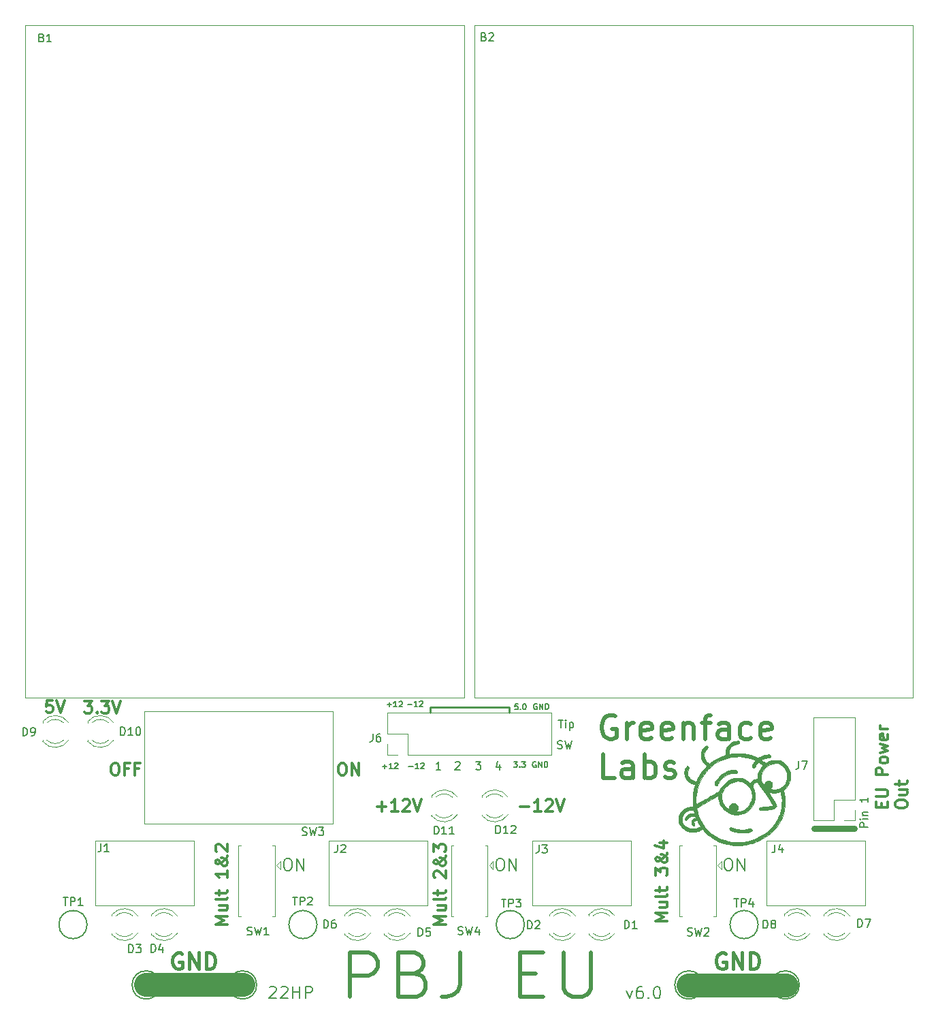
<source format=gbr>
G04 #@! TF.GenerationSoftware,KiCad,Pcbnew,(6.0.1)*
G04 #@! TF.CreationDate,2022-11-15T10:27:02-08:00*
G04 #@! TF.ProjectId,PBJ_EU,50424a5f-4555-42e6-9b69-6361645f7063,6.0*
G04 #@! TF.SameCoordinates,Original*
G04 #@! TF.FileFunction,Legend,Top*
G04 #@! TF.FilePolarity,Positive*
%FSLAX46Y46*%
G04 Gerber Fmt 4.6, Leading zero omitted, Abs format (unit mm)*
G04 Created by KiCad (PCBNEW (6.0.1)) date 2022-11-15 10:27:02*
%MOMM*%
%LPD*%
G01*
G04 APERTURE LIST*
%ADD10C,0.750000*%
%ADD11C,3.000000*%
%ADD12C,0.250000*%
%ADD13C,0.150000*%
%ADD14C,0.200000*%
%ADD15C,0.400000*%
%ADD16C,0.300000*%
%ADD17C,0.500000*%
%ADD18C,0.120000*%
%ADD19C,0.010000*%
G04 APERTURE END LIST*
D10*
X138620000Y-136020000D02*
X143620000Y-136020000D01*
D11*
X122960000Y-155540000D02*
X135080000Y-155540000D01*
D12*
X90850000Y-120975000D02*
X100650000Y-120975000D01*
X100650000Y-120975000D02*
X100650000Y-121675000D01*
D11*
X55420000Y-155460000D02*
X67540000Y-155460000D01*
D12*
X90850000Y-120975000D02*
X90850000Y-121675000D01*
D13*
X106773809Y-122552380D02*
X107345238Y-122552380D01*
X107059523Y-123552380D02*
X107059523Y-122552380D01*
X107678571Y-123552380D02*
X107678571Y-122885714D01*
X107678571Y-122552380D02*
X107630952Y-122600000D01*
X107678571Y-122647619D01*
X107726190Y-122600000D01*
X107678571Y-122552380D01*
X107678571Y-122647619D01*
X108154761Y-122885714D02*
X108154761Y-123885714D01*
X108154761Y-122933333D02*
X108250000Y-122885714D01*
X108440476Y-122885714D01*
X108535714Y-122933333D01*
X108583333Y-122980952D01*
X108630952Y-123076190D01*
X108630952Y-123361904D01*
X108583333Y-123457142D01*
X108535714Y-123504761D01*
X108440476Y-123552380D01*
X108250000Y-123552380D01*
X108154761Y-123504761D01*
X106692857Y-126104761D02*
X106835714Y-126152380D01*
X107073809Y-126152380D01*
X107169047Y-126104761D01*
X107216666Y-126057142D01*
X107264285Y-125961904D01*
X107264285Y-125866666D01*
X107216666Y-125771428D01*
X107169047Y-125723809D01*
X107073809Y-125676190D01*
X106883333Y-125628571D01*
X106788095Y-125580952D01*
X106740476Y-125533333D01*
X106692857Y-125438095D01*
X106692857Y-125342857D01*
X106740476Y-125247619D01*
X106788095Y-125200000D01*
X106883333Y-125152380D01*
X107121428Y-125152380D01*
X107264285Y-125200000D01*
X107597619Y-125152380D02*
X107835714Y-126152380D01*
X108026190Y-125438095D01*
X108216666Y-126152380D01*
X108454761Y-125152380D01*
D14*
X70821428Y-155821428D02*
X70892857Y-155750000D01*
X71035714Y-155678571D01*
X71392857Y-155678571D01*
X71535714Y-155750000D01*
X71607142Y-155821428D01*
X71678571Y-155964285D01*
X71678571Y-156107142D01*
X71607142Y-156321428D01*
X70750000Y-157178571D01*
X71678571Y-157178571D01*
X72250000Y-155821428D02*
X72321428Y-155750000D01*
X72464285Y-155678571D01*
X72821428Y-155678571D01*
X72964285Y-155750000D01*
X73035714Y-155821428D01*
X73107142Y-155964285D01*
X73107142Y-156107142D01*
X73035714Y-156321428D01*
X72178571Y-157178571D01*
X73107142Y-157178571D01*
X73750000Y-157178571D02*
X73750000Y-155678571D01*
X73750000Y-156392857D02*
X74607142Y-156392857D01*
X74607142Y-157178571D02*
X74607142Y-155678571D01*
X75321428Y-157178571D02*
X75321428Y-155678571D01*
X75892857Y-155678571D01*
X76035714Y-155750000D01*
X76107142Y-155821428D01*
X76178571Y-155964285D01*
X76178571Y-156178571D01*
X76107142Y-156321428D01*
X76035714Y-156392857D01*
X75892857Y-156464285D01*
X75321428Y-156464285D01*
D13*
X93964285Y-127847619D02*
X94011904Y-127800000D01*
X94107142Y-127752380D01*
X94345238Y-127752380D01*
X94440476Y-127800000D01*
X94488095Y-127847619D01*
X94535714Y-127942857D01*
X94535714Y-128038095D01*
X94488095Y-128180952D01*
X93916666Y-128752380D01*
X94535714Y-128752380D01*
X96516666Y-127752380D02*
X97135714Y-127752380D01*
X96802380Y-128133333D01*
X96945238Y-128133333D01*
X97040476Y-128180952D01*
X97088095Y-128228571D01*
X97135714Y-128323809D01*
X97135714Y-128561904D01*
X97088095Y-128657142D01*
X97040476Y-128704761D01*
X96945238Y-128752380D01*
X96659523Y-128752380D01*
X96564285Y-128704761D01*
X96516666Y-128657142D01*
X99490476Y-128085714D02*
X99490476Y-128752380D01*
X99252380Y-127704761D02*
X99014285Y-128419047D01*
X99633333Y-128419047D01*
X101216666Y-127741666D02*
X101650000Y-127741666D01*
X101416666Y-128008333D01*
X101516666Y-128008333D01*
X101583333Y-128041666D01*
X101616666Y-128075000D01*
X101650000Y-128141666D01*
X101650000Y-128308333D01*
X101616666Y-128375000D01*
X101583333Y-128408333D01*
X101516666Y-128441666D01*
X101316666Y-128441666D01*
X101250000Y-128408333D01*
X101216666Y-128375000D01*
X101950000Y-128375000D02*
X101983333Y-128408333D01*
X101950000Y-128441666D01*
X101916666Y-128408333D01*
X101950000Y-128375000D01*
X101950000Y-128441666D01*
X102216666Y-127741666D02*
X102650000Y-127741666D01*
X102416666Y-128008333D01*
X102516666Y-128008333D01*
X102583333Y-128041666D01*
X102616666Y-128075000D01*
X102650000Y-128141666D01*
X102650000Y-128308333D01*
X102616666Y-128375000D01*
X102583333Y-128408333D01*
X102516666Y-128441666D01*
X102316666Y-128441666D01*
X102250000Y-128408333D01*
X102216666Y-128375000D01*
X103966666Y-127800000D02*
X103900000Y-127766666D01*
X103800000Y-127766666D01*
X103700000Y-127800000D01*
X103633333Y-127866666D01*
X103600000Y-127933333D01*
X103566666Y-128066666D01*
X103566666Y-128166666D01*
X103600000Y-128300000D01*
X103633333Y-128366666D01*
X103700000Y-128433333D01*
X103800000Y-128466666D01*
X103866666Y-128466666D01*
X103966666Y-128433333D01*
X104000000Y-128400000D01*
X104000000Y-128166666D01*
X103866666Y-128166666D01*
X104300000Y-128466666D02*
X104300000Y-127766666D01*
X104700000Y-128466666D01*
X104700000Y-127766666D01*
X105033333Y-128466666D02*
X105033333Y-127766666D01*
X105200000Y-127766666D01*
X105300000Y-127800000D01*
X105366666Y-127866666D01*
X105400000Y-127933333D01*
X105433333Y-128066666D01*
X105433333Y-128166666D01*
X105400000Y-128300000D01*
X105366666Y-128366666D01*
X105300000Y-128433333D01*
X105200000Y-128466666D01*
X105033333Y-128466666D01*
D15*
X127551190Y-151600000D02*
X127360714Y-151504761D01*
X127075000Y-151504761D01*
X126789285Y-151600000D01*
X126598809Y-151790476D01*
X126503571Y-151980952D01*
X126408333Y-152361904D01*
X126408333Y-152647619D01*
X126503571Y-153028571D01*
X126598809Y-153219047D01*
X126789285Y-153409523D01*
X127075000Y-153504761D01*
X127265476Y-153504761D01*
X127551190Y-153409523D01*
X127646428Y-153314285D01*
X127646428Y-152647619D01*
X127265476Y-152647619D01*
X128503571Y-153504761D02*
X128503571Y-151504761D01*
X129646428Y-153504761D01*
X129646428Y-151504761D01*
X130598809Y-153504761D02*
X130598809Y-151504761D01*
X131075000Y-151504761D01*
X131360714Y-151600000D01*
X131551190Y-151790476D01*
X131646428Y-151980952D01*
X131741666Y-152361904D01*
X131741666Y-152647619D01*
X131646428Y-153028571D01*
X131551190Y-153219047D01*
X131360714Y-153409523D01*
X131075000Y-153504761D01*
X130598809Y-153504761D01*
D13*
X145262380Y-135889523D02*
X144262380Y-135889523D01*
X144262380Y-135508571D01*
X144310000Y-135413333D01*
X144357619Y-135365714D01*
X144452857Y-135318095D01*
X144595714Y-135318095D01*
X144690952Y-135365714D01*
X144738571Y-135413333D01*
X144786190Y-135508571D01*
X144786190Y-135889523D01*
X145262380Y-134889523D02*
X144595714Y-134889523D01*
X144262380Y-134889523D02*
X144310000Y-134937142D01*
X144357619Y-134889523D01*
X144310000Y-134841904D01*
X144262380Y-134889523D01*
X144357619Y-134889523D01*
X144595714Y-134413333D02*
X145262380Y-134413333D01*
X144690952Y-134413333D02*
X144643333Y-134365714D01*
X144595714Y-134270476D01*
X144595714Y-134127619D01*
X144643333Y-134032380D01*
X144738571Y-133984761D01*
X145262380Y-133984761D01*
X145262380Y-132222857D02*
X145262380Y-132794285D01*
X145262380Y-132508571D02*
X144262380Y-132508571D01*
X144405238Y-132603809D01*
X144500476Y-132699047D01*
X144548095Y-132794285D01*
D16*
X120338571Y-147588571D02*
X118838571Y-147588571D01*
X119910000Y-147088571D01*
X118838571Y-146588571D01*
X120338571Y-146588571D01*
X119338571Y-145231428D02*
X120338571Y-145231428D01*
X119338571Y-145874285D02*
X120124285Y-145874285D01*
X120267142Y-145802857D01*
X120338571Y-145660000D01*
X120338571Y-145445714D01*
X120267142Y-145302857D01*
X120195714Y-145231428D01*
X120338571Y-144302857D02*
X120267142Y-144445714D01*
X120124285Y-144517142D01*
X118838571Y-144517142D01*
X119338571Y-143945714D02*
X119338571Y-143374285D01*
X118838571Y-143731428D02*
X120124285Y-143731428D01*
X120267142Y-143660000D01*
X120338571Y-143517142D01*
X120338571Y-143374285D01*
X118838571Y-141874285D02*
X118838571Y-140945714D01*
X119410000Y-141445714D01*
X119410000Y-141231428D01*
X119481428Y-141088571D01*
X119552857Y-141017142D01*
X119695714Y-140945714D01*
X120052857Y-140945714D01*
X120195714Y-141017142D01*
X120267142Y-141088571D01*
X120338571Y-141231428D01*
X120338571Y-141660000D01*
X120267142Y-141802857D01*
X120195714Y-141874285D01*
X120338571Y-139088571D02*
X120338571Y-139160000D01*
X120267142Y-139302857D01*
X120052857Y-139517142D01*
X119624285Y-139874285D01*
X119410000Y-140017142D01*
X119195714Y-140088571D01*
X119052857Y-140088571D01*
X118910000Y-140017142D01*
X118838571Y-139874285D01*
X118838571Y-139802857D01*
X118910000Y-139660000D01*
X119052857Y-139588571D01*
X119124285Y-139588571D01*
X119267142Y-139660000D01*
X119338571Y-139731428D01*
X119624285Y-140160000D01*
X119695714Y-140231428D01*
X119838571Y-140302857D01*
X120052857Y-140302857D01*
X120195714Y-140231428D01*
X120267142Y-140160000D01*
X120338571Y-140017142D01*
X120338571Y-139802857D01*
X120267142Y-139660000D01*
X120195714Y-139588571D01*
X119910000Y-139374285D01*
X119695714Y-139302857D01*
X119552857Y-139302857D01*
X119338571Y-137802857D02*
X120338571Y-137802857D01*
X118767142Y-138160000D02*
X119838571Y-138517142D01*
X119838571Y-137588571D01*
D13*
X84916666Y-128350000D02*
X85450000Y-128350000D01*
X85183333Y-128616666D02*
X85183333Y-128083333D01*
X86150000Y-128616666D02*
X85750000Y-128616666D01*
X85950000Y-128616666D02*
X85950000Y-127916666D01*
X85883333Y-128016666D01*
X85816666Y-128083333D01*
X85750000Y-128116666D01*
X86416666Y-127983333D02*
X86450000Y-127950000D01*
X86516666Y-127916666D01*
X86683333Y-127916666D01*
X86750000Y-127950000D01*
X86783333Y-127983333D01*
X86816666Y-128050000D01*
X86816666Y-128116666D01*
X86783333Y-128216666D01*
X86383333Y-128616666D01*
X86816666Y-128616666D01*
D15*
X59916190Y-151600000D02*
X59725714Y-151504761D01*
X59440000Y-151504761D01*
X59154285Y-151600000D01*
X58963809Y-151790476D01*
X58868571Y-151980952D01*
X58773333Y-152361904D01*
X58773333Y-152647619D01*
X58868571Y-153028571D01*
X58963809Y-153219047D01*
X59154285Y-153409523D01*
X59440000Y-153504761D01*
X59630476Y-153504761D01*
X59916190Y-153409523D01*
X60011428Y-153314285D01*
X60011428Y-152647619D01*
X59630476Y-152647619D01*
X60868571Y-153504761D02*
X60868571Y-151504761D01*
X62011428Y-153504761D01*
X62011428Y-151504761D01*
X62963809Y-153504761D02*
X62963809Y-151504761D01*
X63440000Y-151504761D01*
X63725714Y-151600000D01*
X63916190Y-151790476D01*
X64011428Y-151980952D01*
X64106666Y-152361904D01*
X64106666Y-152647619D01*
X64011428Y-153028571D01*
X63916190Y-153219047D01*
X63725714Y-153409523D01*
X63440000Y-153504761D01*
X62963809Y-153504761D01*
D14*
X115257142Y-156178571D02*
X115614285Y-157178571D01*
X115971428Y-156178571D01*
X117185714Y-155678571D02*
X116900000Y-155678571D01*
X116757142Y-155750000D01*
X116685714Y-155821428D01*
X116542857Y-156035714D01*
X116471428Y-156321428D01*
X116471428Y-156892857D01*
X116542857Y-157035714D01*
X116614285Y-157107142D01*
X116757142Y-157178571D01*
X117042857Y-157178571D01*
X117185714Y-157107142D01*
X117257142Y-157035714D01*
X117328571Y-156892857D01*
X117328571Y-156535714D01*
X117257142Y-156392857D01*
X117185714Y-156321428D01*
X117042857Y-156250000D01*
X116757142Y-156250000D01*
X116614285Y-156321428D01*
X116542857Y-156392857D01*
X116471428Y-156535714D01*
X117971428Y-157035714D02*
X118042857Y-157107142D01*
X117971428Y-157178571D01*
X117900000Y-157107142D01*
X117971428Y-157035714D01*
X117971428Y-157178571D01*
X118971428Y-155678571D02*
X119114285Y-155678571D01*
X119257142Y-155750000D01*
X119328571Y-155821428D01*
X119400000Y-155964285D01*
X119471428Y-156250000D01*
X119471428Y-156607142D01*
X119400000Y-156892857D01*
X119328571Y-157035714D01*
X119257142Y-157107142D01*
X119114285Y-157178571D01*
X118971428Y-157178571D01*
X118828571Y-157107142D01*
X118757142Y-157035714D01*
X118685714Y-156892857D01*
X118614285Y-156607142D01*
X118614285Y-156250000D01*
X118685714Y-155964285D01*
X118757142Y-155821428D01*
X118828571Y-155750000D01*
X118971428Y-155678571D01*
D16*
X92768571Y-147968571D02*
X91268571Y-147968571D01*
X92340000Y-147468571D01*
X91268571Y-146968571D01*
X92768571Y-146968571D01*
X91768571Y-145611428D02*
X92768571Y-145611428D01*
X91768571Y-146254285D02*
X92554285Y-146254285D01*
X92697142Y-146182857D01*
X92768571Y-146040000D01*
X92768571Y-145825714D01*
X92697142Y-145682857D01*
X92625714Y-145611428D01*
X92768571Y-144682857D02*
X92697142Y-144825714D01*
X92554285Y-144897142D01*
X91268571Y-144897142D01*
X91768571Y-144325714D02*
X91768571Y-143754285D01*
X91268571Y-144111428D02*
X92554285Y-144111428D01*
X92697142Y-144040000D01*
X92768571Y-143897142D01*
X92768571Y-143754285D01*
X91411428Y-142182857D02*
X91340000Y-142111428D01*
X91268571Y-141968571D01*
X91268571Y-141611428D01*
X91340000Y-141468571D01*
X91411428Y-141397142D01*
X91554285Y-141325714D01*
X91697142Y-141325714D01*
X91911428Y-141397142D01*
X92768571Y-142254285D01*
X92768571Y-141325714D01*
X92768571Y-139468571D02*
X92768571Y-139540000D01*
X92697142Y-139682857D01*
X92482857Y-139897142D01*
X92054285Y-140254285D01*
X91840000Y-140397142D01*
X91625714Y-140468571D01*
X91482857Y-140468571D01*
X91340000Y-140397142D01*
X91268571Y-140254285D01*
X91268571Y-140182857D01*
X91340000Y-140040000D01*
X91482857Y-139968571D01*
X91554285Y-139968571D01*
X91697142Y-140040000D01*
X91768571Y-140111428D01*
X92054285Y-140540000D01*
X92125714Y-140611428D01*
X92268571Y-140682857D01*
X92482857Y-140682857D01*
X92625714Y-140611428D01*
X92697142Y-140540000D01*
X92768571Y-140397142D01*
X92768571Y-140182857D01*
X92697142Y-140040000D01*
X92625714Y-139968571D01*
X92340000Y-139754285D01*
X92125714Y-139682857D01*
X91982857Y-139682857D01*
X91268571Y-138968571D02*
X91268571Y-138040000D01*
X91840000Y-138540000D01*
X91840000Y-138325714D01*
X91911428Y-138182857D01*
X91982857Y-138111428D01*
X92125714Y-138040000D01*
X92482857Y-138040000D01*
X92625714Y-138111428D01*
X92697142Y-138182857D01*
X92768571Y-138325714D01*
X92768571Y-138754285D01*
X92697142Y-138897142D01*
X92625714Y-138968571D01*
D17*
X80850000Y-156988095D02*
X80850000Y-151488095D01*
X83135714Y-151488095D01*
X83707142Y-151750000D01*
X83992857Y-152011904D01*
X84278571Y-152535714D01*
X84278571Y-153321428D01*
X83992857Y-153845238D01*
X83707142Y-154107142D01*
X83135714Y-154369047D01*
X80850000Y-154369047D01*
X88850000Y-154107142D02*
X89707142Y-154369047D01*
X89992857Y-154630952D01*
X90278571Y-155154761D01*
X90278571Y-155940476D01*
X89992857Y-156464285D01*
X89707142Y-156726190D01*
X89135714Y-156988095D01*
X86850000Y-156988095D01*
X86850000Y-151488095D01*
X88850000Y-151488095D01*
X89421428Y-151750000D01*
X89707142Y-152011904D01*
X89992857Y-152535714D01*
X89992857Y-153059523D01*
X89707142Y-153583333D01*
X89421428Y-153845238D01*
X88850000Y-154107142D01*
X86850000Y-154107142D01*
X94564285Y-151488095D02*
X94564285Y-155416666D01*
X94278571Y-156202380D01*
X93707142Y-156726190D01*
X92850000Y-156988095D01*
X92278571Y-156988095D01*
X101992857Y-154107142D02*
X103992857Y-154107142D01*
X104850000Y-156988095D02*
X101992857Y-156988095D01*
X101992857Y-151488095D01*
X104850000Y-151488095D01*
X107421428Y-151488095D02*
X107421428Y-155940476D01*
X107707142Y-156464285D01*
X107992857Y-156726190D01*
X108564285Y-156988095D01*
X109707142Y-156988095D01*
X110278571Y-156726190D01*
X110564285Y-156464285D01*
X110850000Y-155940476D01*
X110850000Y-151488095D01*
D16*
X146975357Y-133447857D02*
X146975357Y-132947857D01*
X147761071Y-132733571D02*
X147761071Y-133447857D01*
X146261071Y-133447857D01*
X146261071Y-132733571D01*
X146261071Y-132090714D02*
X147475357Y-132090714D01*
X147618214Y-132019285D01*
X147689642Y-131947857D01*
X147761071Y-131805000D01*
X147761071Y-131519285D01*
X147689642Y-131376428D01*
X147618214Y-131305000D01*
X147475357Y-131233571D01*
X146261071Y-131233571D01*
X147761071Y-129376428D02*
X146261071Y-129376428D01*
X146261071Y-128805000D01*
X146332500Y-128662142D01*
X146403928Y-128590714D01*
X146546785Y-128519285D01*
X146761071Y-128519285D01*
X146903928Y-128590714D01*
X146975357Y-128662142D01*
X147046785Y-128805000D01*
X147046785Y-129376428D01*
X147761071Y-127662142D02*
X147689642Y-127805000D01*
X147618214Y-127876428D01*
X147475357Y-127947857D01*
X147046785Y-127947857D01*
X146903928Y-127876428D01*
X146832500Y-127805000D01*
X146761071Y-127662142D01*
X146761071Y-127447857D01*
X146832500Y-127305000D01*
X146903928Y-127233571D01*
X147046785Y-127162142D01*
X147475357Y-127162142D01*
X147618214Y-127233571D01*
X147689642Y-127305000D01*
X147761071Y-127447857D01*
X147761071Y-127662142D01*
X146761071Y-126662142D02*
X147761071Y-126376428D01*
X147046785Y-126090714D01*
X147761071Y-125805000D01*
X146761071Y-125519285D01*
X147689642Y-124376428D02*
X147761071Y-124519285D01*
X147761071Y-124805000D01*
X147689642Y-124947857D01*
X147546785Y-125019285D01*
X146975357Y-125019285D01*
X146832500Y-124947857D01*
X146761071Y-124805000D01*
X146761071Y-124519285D01*
X146832500Y-124376428D01*
X146975357Y-124305000D01*
X147118214Y-124305000D01*
X147261071Y-125019285D01*
X147761071Y-123662142D02*
X146761071Y-123662142D01*
X147046785Y-123662142D02*
X146903928Y-123590714D01*
X146832500Y-123519285D01*
X146761071Y-123376428D01*
X146761071Y-123233571D01*
X148676071Y-133162142D02*
X148676071Y-132876428D01*
X148747500Y-132733571D01*
X148890357Y-132590714D01*
X149176071Y-132519285D01*
X149676071Y-132519285D01*
X149961785Y-132590714D01*
X150104642Y-132733571D01*
X150176071Y-132876428D01*
X150176071Y-133162142D01*
X150104642Y-133305000D01*
X149961785Y-133447857D01*
X149676071Y-133519285D01*
X149176071Y-133519285D01*
X148890357Y-133447857D01*
X148747500Y-133305000D01*
X148676071Y-133162142D01*
X149176071Y-131233571D02*
X150176071Y-131233571D01*
X149176071Y-131876428D02*
X149961785Y-131876428D01*
X150104642Y-131805000D01*
X150176071Y-131662142D01*
X150176071Y-131447857D01*
X150104642Y-131305000D01*
X150033214Y-131233571D01*
X149176071Y-130733571D02*
X149176071Y-130162142D01*
X148676071Y-130519285D02*
X149961785Y-130519285D01*
X150104642Y-130447857D01*
X150176071Y-130305000D01*
X150176071Y-130162142D01*
D13*
X92135714Y-128752380D02*
X91564285Y-128752380D01*
X91850000Y-128752380D02*
X91850000Y-127752380D01*
X91754761Y-127895238D01*
X91659523Y-127990476D01*
X91564285Y-128038095D01*
D16*
X47819285Y-120208571D02*
X48747857Y-120208571D01*
X48247857Y-120780000D01*
X48462142Y-120780000D01*
X48605000Y-120851428D01*
X48676428Y-120922857D01*
X48747857Y-121065714D01*
X48747857Y-121422857D01*
X48676428Y-121565714D01*
X48605000Y-121637142D01*
X48462142Y-121708571D01*
X48033571Y-121708571D01*
X47890714Y-121637142D01*
X47819285Y-121565714D01*
X49390714Y-121565714D02*
X49462142Y-121637142D01*
X49390714Y-121708571D01*
X49319285Y-121637142D01*
X49390714Y-121565714D01*
X49390714Y-121708571D01*
X49962142Y-120208571D02*
X50890714Y-120208571D01*
X50390714Y-120780000D01*
X50605000Y-120780000D01*
X50747857Y-120851428D01*
X50819285Y-120922857D01*
X50890714Y-121065714D01*
X50890714Y-121422857D01*
X50819285Y-121565714D01*
X50747857Y-121637142D01*
X50605000Y-121708571D01*
X50176428Y-121708571D01*
X50033571Y-121637142D01*
X49962142Y-121565714D01*
X51319285Y-120208571D02*
X51819285Y-121708571D01*
X52319285Y-120208571D01*
D14*
X99391428Y-139778571D02*
X99677142Y-139778571D01*
X99820000Y-139850000D01*
X99962857Y-139992857D01*
X100034285Y-140278571D01*
X100034285Y-140778571D01*
X99962857Y-141064285D01*
X99820000Y-141207142D01*
X99677142Y-141278571D01*
X99391428Y-141278571D01*
X99248571Y-141207142D01*
X99105714Y-141064285D01*
X99034285Y-140778571D01*
X99034285Y-140278571D01*
X99105714Y-139992857D01*
X99248571Y-139850000D01*
X99391428Y-139778571D01*
X100677142Y-141278571D02*
X100677142Y-139778571D01*
X101534285Y-141278571D01*
X101534285Y-139778571D01*
D13*
X101716666Y-120566666D02*
X101383333Y-120566666D01*
X101350000Y-120900000D01*
X101383333Y-120866666D01*
X101450000Y-120833333D01*
X101616666Y-120833333D01*
X101683333Y-120866666D01*
X101716666Y-120900000D01*
X101750000Y-120966666D01*
X101750000Y-121133333D01*
X101716666Y-121200000D01*
X101683333Y-121233333D01*
X101616666Y-121266666D01*
X101450000Y-121266666D01*
X101383333Y-121233333D01*
X101350000Y-121200000D01*
X102050000Y-121200000D02*
X102083333Y-121233333D01*
X102050000Y-121266666D01*
X102016666Y-121233333D01*
X102050000Y-121200000D01*
X102050000Y-121266666D01*
X102516666Y-120566666D02*
X102583333Y-120566666D01*
X102650000Y-120600000D01*
X102683333Y-120633333D01*
X102716666Y-120700000D01*
X102750000Y-120833333D01*
X102750000Y-121000000D01*
X102716666Y-121133333D01*
X102683333Y-121200000D01*
X102650000Y-121233333D01*
X102583333Y-121266666D01*
X102516666Y-121266666D01*
X102450000Y-121233333D01*
X102416666Y-121200000D01*
X102383333Y-121133333D01*
X102350000Y-121000000D01*
X102350000Y-120833333D01*
X102383333Y-120700000D01*
X102416666Y-120633333D01*
X102450000Y-120600000D01*
X102516666Y-120566666D01*
D16*
X102002142Y-133357142D02*
X103145000Y-133357142D01*
X104645000Y-133928571D02*
X103787857Y-133928571D01*
X104216428Y-133928571D02*
X104216428Y-132428571D01*
X104073571Y-132642857D01*
X103930714Y-132785714D01*
X103787857Y-132857142D01*
X105216428Y-132571428D02*
X105287857Y-132500000D01*
X105430714Y-132428571D01*
X105787857Y-132428571D01*
X105930714Y-132500000D01*
X106002142Y-132571428D01*
X106073571Y-132714285D01*
X106073571Y-132857142D01*
X106002142Y-133071428D01*
X105145000Y-133928571D01*
X106073571Y-133928571D01*
X106502142Y-132428571D02*
X107002142Y-133928571D01*
X107502142Y-132428571D01*
D17*
X113890714Y-122105000D02*
X113605000Y-121962142D01*
X113176428Y-121962142D01*
X112747857Y-122105000D01*
X112462142Y-122390714D01*
X112319285Y-122676428D01*
X112176428Y-123247857D01*
X112176428Y-123676428D01*
X112319285Y-124247857D01*
X112462142Y-124533571D01*
X112747857Y-124819285D01*
X113176428Y-124962142D01*
X113462142Y-124962142D01*
X113890714Y-124819285D01*
X114033571Y-124676428D01*
X114033571Y-123676428D01*
X113462142Y-123676428D01*
X115319285Y-124962142D02*
X115319285Y-122962142D01*
X115319285Y-123533571D02*
X115462142Y-123247857D01*
X115605000Y-123105000D01*
X115890714Y-122962142D01*
X116176428Y-122962142D01*
X118319285Y-124819285D02*
X118033571Y-124962142D01*
X117462142Y-124962142D01*
X117176428Y-124819285D01*
X117033571Y-124533571D01*
X117033571Y-123390714D01*
X117176428Y-123105000D01*
X117462142Y-122962142D01*
X118033571Y-122962142D01*
X118319285Y-123105000D01*
X118462142Y-123390714D01*
X118462142Y-123676428D01*
X117033571Y-123962142D01*
X120890714Y-124819285D02*
X120605000Y-124962142D01*
X120033571Y-124962142D01*
X119747857Y-124819285D01*
X119605000Y-124533571D01*
X119605000Y-123390714D01*
X119747857Y-123105000D01*
X120033571Y-122962142D01*
X120605000Y-122962142D01*
X120890714Y-123105000D01*
X121033571Y-123390714D01*
X121033571Y-123676428D01*
X119605000Y-123962142D01*
X122319285Y-122962142D02*
X122319285Y-124962142D01*
X122319285Y-123247857D02*
X122462142Y-123105000D01*
X122747857Y-122962142D01*
X123176428Y-122962142D01*
X123462142Y-123105000D01*
X123605000Y-123390714D01*
X123605000Y-124962142D01*
X124605000Y-122962142D02*
X125747857Y-122962142D01*
X125033571Y-124962142D02*
X125033571Y-122390714D01*
X125176428Y-122105000D01*
X125462142Y-121962142D01*
X125747857Y-121962142D01*
X128033571Y-124962142D02*
X128033571Y-123390714D01*
X127890714Y-123105000D01*
X127605000Y-122962142D01*
X127033571Y-122962142D01*
X126747857Y-123105000D01*
X128033571Y-124819285D02*
X127747857Y-124962142D01*
X127033571Y-124962142D01*
X126747857Y-124819285D01*
X126605000Y-124533571D01*
X126605000Y-124247857D01*
X126747857Y-123962142D01*
X127033571Y-123819285D01*
X127747857Y-123819285D01*
X128033571Y-123676428D01*
X130747857Y-124819285D02*
X130462142Y-124962142D01*
X129890714Y-124962142D01*
X129605000Y-124819285D01*
X129462142Y-124676428D01*
X129319285Y-124390714D01*
X129319285Y-123533571D01*
X129462142Y-123247857D01*
X129605000Y-123105000D01*
X129890714Y-122962142D01*
X130462142Y-122962142D01*
X130747857Y-123105000D01*
X133176428Y-124819285D02*
X132890714Y-124962142D01*
X132319285Y-124962142D01*
X132033571Y-124819285D01*
X131890714Y-124533571D01*
X131890714Y-123390714D01*
X132033571Y-123105000D01*
X132319285Y-122962142D01*
X132890714Y-122962142D01*
X133176428Y-123105000D01*
X133319285Y-123390714D01*
X133319285Y-123676428D01*
X131890714Y-123962142D01*
X113747857Y-129792142D02*
X112319285Y-129792142D01*
X112319285Y-126792142D01*
X116033571Y-129792142D02*
X116033571Y-128220714D01*
X115890714Y-127935000D01*
X115605000Y-127792142D01*
X115033571Y-127792142D01*
X114747857Y-127935000D01*
X116033571Y-129649285D02*
X115747857Y-129792142D01*
X115033571Y-129792142D01*
X114747857Y-129649285D01*
X114605000Y-129363571D01*
X114605000Y-129077857D01*
X114747857Y-128792142D01*
X115033571Y-128649285D01*
X115747857Y-128649285D01*
X116033571Y-128506428D01*
X117462142Y-129792142D02*
X117462142Y-126792142D01*
X117462142Y-127935000D02*
X117747857Y-127792142D01*
X118319285Y-127792142D01*
X118605000Y-127935000D01*
X118747857Y-128077857D01*
X118890714Y-128363571D01*
X118890714Y-129220714D01*
X118747857Y-129506428D01*
X118605000Y-129649285D01*
X118319285Y-129792142D01*
X117747857Y-129792142D01*
X117462142Y-129649285D01*
X120033571Y-129649285D02*
X120319285Y-129792142D01*
X120890714Y-129792142D01*
X121176428Y-129649285D01*
X121319285Y-129363571D01*
X121319285Y-129220714D01*
X121176428Y-128935000D01*
X120890714Y-128792142D01*
X120462142Y-128792142D01*
X120176428Y-128649285D01*
X120033571Y-128363571D01*
X120033571Y-128220714D01*
X120176428Y-127935000D01*
X120462142Y-127792142D01*
X120890714Y-127792142D01*
X121176428Y-127935000D01*
D16*
X79771428Y-127928571D02*
X80057142Y-127928571D01*
X80200000Y-128000000D01*
X80342857Y-128142857D01*
X80414285Y-128428571D01*
X80414285Y-128928571D01*
X80342857Y-129214285D01*
X80200000Y-129357142D01*
X80057142Y-129428571D01*
X79771428Y-129428571D01*
X79628571Y-129357142D01*
X79485714Y-129214285D01*
X79414285Y-128928571D01*
X79414285Y-128428571D01*
X79485714Y-128142857D01*
X79628571Y-128000000D01*
X79771428Y-127928571D01*
X81057142Y-129428571D02*
X81057142Y-127928571D01*
X81914285Y-129428571D01*
X81914285Y-127928571D01*
X65628571Y-147968571D02*
X64128571Y-147968571D01*
X65200000Y-147468571D01*
X64128571Y-146968571D01*
X65628571Y-146968571D01*
X64628571Y-145611428D02*
X65628571Y-145611428D01*
X64628571Y-146254285D02*
X65414285Y-146254285D01*
X65557142Y-146182857D01*
X65628571Y-146040000D01*
X65628571Y-145825714D01*
X65557142Y-145682857D01*
X65485714Y-145611428D01*
X65628571Y-144682857D02*
X65557142Y-144825714D01*
X65414285Y-144897142D01*
X64128571Y-144897142D01*
X64628571Y-144325714D02*
X64628571Y-143754285D01*
X64128571Y-144111428D02*
X65414285Y-144111428D01*
X65557142Y-144040000D01*
X65628571Y-143897142D01*
X65628571Y-143754285D01*
X65628571Y-141325714D02*
X65628571Y-142182857D01*
X65628571Y-141754285D02*
X64128571Y-141754285D01*
X64342857Y-141897142D01*
X64485714Y-142040000D01*
X64557142Y-142182857D01*
X65628571Y-139468571D02*
X65628571Y-139540000D01*
X65557142Y-139682857D01*
X65342857Y-139897142D01*
X64914285Y-140254285D01*
X64700000Y-140397142D01*
X64485714Y-140468571D01*
X64342857Y-140468571D01*
X64200000Y-140397142D01*
X64128571Y-140254285D01*
X64128571Y-140182857D01*
X64200000Y-140040000D01*
X64342857Y-139968571D01*
X64414285Y-139968571D01*
X64557142Y-140040000D01*
X64628571Y-140111428D01*
X64914285Y-140540000D01*
X64985714Y-140611428D01*
X65128571Y-140682857D01*
X65342857Y-140682857D01*
X65485714Y-140611428D01*
X65557142Y-140540000D01*
X65628571Y-140397142D01*
X65628571Y-140182857D01*
X65557142Y-140040000D01*
X65485714Y-139968571D01*
X65200000Y-139754285D01*
X64985714Y-139682857D01*
X64842857Y-139682857D01*
X64271428Y-138897142D02*
X64200000Y-138825714D01*
X64128571Y-138682857D01*
X64128571Y-138325714D01*
X64200000Y-138182857D01*
X64271428Y-138111428D01*
X64414285Y-138040000D01*
X64557142Y-138040000D01*
X64771428Y-138111428D01*
X65628571Y-138968571D01*
X65628571Y-138040000D01*
D13*
X88166666Y-128350000D02*
X88700000Y-128350000D01*
X89400000Y-128616666D02*
X89000000Y-128616666D01*
X89200000Y-128616666D02*
X89200000Y-127916666D01*
X89133333Y-128016666D01*
X89066666Y-128083333D01*
X89000000Y-128116666D01*
X89666666Y-127983333D02*
X89700000Y-127950000D01*
X89766666Y-127916666D01*
X89933333Y-127916666D01*
X90000000Y-127950000D01*
X90033333Y-127983333D01*
X90066666Y-128050000D01*
X90066666Y-128116666D01*
X90033333Y-128216666D01*
X89633333Y-128616666D01*
X90066666Y-128616666D01*
D16*
X84212142Y-133357142D02*
X85355000Y-133357142D01*
X84783571Y-133928571D02*
X84783571Y-132785714D01*
X86855000Y-133928571D02*
X85997857Y-133928571D01*
X86426428Y-133928571D02*
X86426428Y-132428571D01*
X86283571Y-132642857D01*
X86140714Y-132785714D01*
X85997857Y-132857142D01*
X87426428Y-132571428D02*
X87497857Y-132500000D01*
X87640714Y-132428571D01*
X87997857Y-132428571D01*
X88140714Y-132500000D01*
X88212142Y-132571428D01*
X88283571Y-132714285D01*
X88283571Y-132857142D01*
X88212142Y-133071428D01*
X87355000Y-133928571D01*
X88283571Y-133928571D01*
X88712142Y-132428571D02*
X89212142Y-133928571D01*
X89712142Y-132428571D01*
X51511428Y-127928571D02*
X51797142Y-127928571D01*
X51940000Y-128000000D01*
X52082857Y-128142857D01*
X52154285Y-128428571D01*
X52154285Y-128928571D01*
X52082857Y-129214285D01*
X51940000Y-129357142D01*
X51797142Y-129428571D01*
X51511428Y-129428571D01*
X51368571Y-129357142D01*
X51225714Y-129214285D01*
X51154285Y-128928571D01*
X51154285Y-128428571D01*
X51225714Y-128142857D01*
X51368571Y-128000000D01*
X51511428Y-127928571D01*
X53297142Y-128642857D02*
X52797142Y-128642857D01*
X52797142Y-129428571D02*
X52797142Y-127928571D01*
X53511428Y-127928571D01*
X54582857Y-128642857D02*
X54082857Y-128642857D01*
X54082857Y-129428571D02*
X54082857Y-127928571D01*
X54797142Y-127928571D01*
D13*
X104091666Y-120575000D02*
X104025000Y-120541666D01*
X103925000Y-120541666D01*
X103825000Y-120575000D01*
X103758333Y-120641666D01*
X103725000Y-120708333D01*
X103691666Y-120841666D01*
X103691666Y-120941666D01*
X103725000Y-121075000D01*
X103758333Y-121141666D01*
X103825000Y-121208333D01*
X103925000Y-121241666D01*
X103991666Y-121241666D01*
X104091666Y-121208333D01*
X104125000Y-121175000D01*
X104125000Y-120941666D01*
X103991666Y-120941666D01*
X104425000Y-121241666D02*
X104425000Y-120541666D01*
X104825000Y-121241666D01*
X104825000Y-120541666D01*
X105158333Y-121241666D02*
X105158333Y-120541666D01*
X105325000Y-120541666D01*
X105425000Y-120575000D01*
X105491666Y-120641666D01*
X105525000Y-120708333D01*
X105558333Y-120841666D01*
X105558333Y-120941666D01*
X105525000Y-121075000D01*
X105491666Y-121141666D01*
X105425000Y-121208333D01*
X105325000Y-121241666D01*
X105158333Y-121241666D01*
D16*
X43846428Y-120148571D02*
X43132142Y-120148571D01*
X43060714Y-120862857D01*
X43132142Y-120791428D01*
X43275000Y-120720000D01*
X43632142Y-120720000D01*
X43775000Y-120791428D01*
X43846428Y-120862857D01*
X43917857Y-121005714D01*
X43917857Y-121362857D01*
X43846428Y-121505714D01*
X43775000Y-121577142D01*
X43632142Y-121648571D01*
X43275000Y-121648571D01*
X43132142Y-121577142D01*
X43060714Y-121505714D01*
X44346428Y-120148571D02*
X44846428Y-121648571D01*
X45346428Y-120148571D01*
D13*
X88016666Y-120650000D02*
X88550000Y-120650000D01*
X89250000Y-120916666D02*
X88850000Y-120916666D01*
X89050000Y-120916666D02*
X89050000Y-120216666D01*
X88983333Y-120316666D01*
X88916666Y-120383333D01*
X88850000Y-120416666D01*
X89516666Y-120283333D02*
X89550000Y-120250000D01*
X89616666Y-120216666D01*
X89783333Y-120216666D01*
X89850000Y-120250000D01*
X89883333Y-120283333D01*
X89916666Y-120350000D01*
X89916666Y-120416666D01*
X89883333Y-120516666D01*
X89483333Y-120916666D01*
X89916666Y-120916666D01*
D14*
X72981428Y-139778571D02*
X73267142Y-139778571D01*
X73410000Y-139850000D01*
X73552857Y-139992857D01*
X73624285Y-140278571D01*
X73624285Y-140778571D01*
X73552857Y-141064285D01*
X73410000Y-141207142D01*
X73267142Y-141278571D01*
X72981428Y-141278571D01*
X72838571Y-141207142D01*
X72695714Y-141064285D01*
X72624285Y-140778571D01*
X72624285Y-140278571D01*
X72695714Y-139992857D01*
X72838571Y-139850000D01*
X72981428Y-139778571D01*
X74267142Y-141278571D02*
X74267142Y-139778571D01*
X75124285Y-141278571D01*
X75124285Y-139778571D01*
D13*
X85466666Y-120675000D02*
X86000000Y-120675000D01*
X85733333Y-120941666D02*
X85733333Y-120408333D01*
X86700000Y-120941666D02*
X86300000Y-120941666D01*
X86500000Y-120941666D02*
X86500000Y-120241666D01*
X86433333Y-120341666D01*
X86366666Y-120408333D01*
X86300000Y-120441666D01*
X86966666Y-120308333D02*
X87000000Y-120275000D01*
X87066666Y-120241666D01*
X87233333Y-120241666D01*
X87300000Y-120275000D01*
X87333333Y-120308333D01*
X87366666Y-120375000D01*
X87366666Y-120441666D01*
X87333333Y-120541666D01*
X86933333Y-120941666D01*
X87366666Y-120941666D01*
D14*
X127771428Y-139778571D02*
X128057142Y-139778571D01*
X128200000Y-139850000D01*
X128342857Y-139992857D01*
X128414285Y-140278571D01*
X128414285Y-140778571D01*
X128342857Y-141064285D01*
X128200000Y-141207142D01*
X128057142Y-141278571D01*
X127771428Y-141278571D01*
X127628571Y-141207142D01*
X127485714Y-141064285D01*
X127414285Y-140778571D01*
X127414285Y-140278571D01*
X127485714Y-139992857D01*
X127628571Y-139850000D01*
X127771428Y-139778571D01*
X129057142Y-141278571D02*
X129057142Y-139778571D01*
X129914285Y-141278571D01*
X129914285Y-139778571D01*
D13*
X132261904Y-148452380D02*
X132261904Y-147452380D01*
X132500000Y-147452380D01*
X132642857Y-147500000D01*
X132738095Y-147595238D01*
X132785714Y-147690476D01*
X132833333Y-147880952D01*
X132833333Y-148023809D01*
X132785714Y-148214285D01*
X132738095Y-148309523D01*
X132642857Y-148404761D01*
X132500000Y-148452380D01*
X132261904Y-148452380D01*
X133404761Y-147880952D02*
X133309523Y-147833333D01*
X133261904Y-147785714D01*
X133214285Y-147690476D01*
X133214285Y-147642857D01*
X133261904Y-147547619D01*
X133309523Y-147500000D01*
X133404761Y-147452380D01*
X133595238Y-147452380D01*
X133690476Y-147500000D01*
X133738095Y-147547619D01*
X133785714Y-147642857D01*
X133785714Y-147690476D01*
X133738095Y-147785714D01*
X133690476Y-147833333D01*
X133595238Y-147880952D01*
X133404761Y-147880952D01*
X133309523Y-147928571D01*
X133261904Y-147976190D01*
X133214285Y-148071428D01*
X133214285Y-148261904D01*
X133261904Y-148357142D01*
X133309523Y-148404761D01*
X133404761Y-148452380D01*
X133595238Y-148452380D01*
X133690476Y-148404761D01*
X133738095Y-148357142D01*
X133785714Y-148261904D01*
X133785714Y-148071428D01*
X133738095Y-147976190D01*
X133690476Y-147928571D01*
X133595238Y-147880952D01*
X73738095Y-144572380D02*
X74309523Y-144572380D01*
X74023809Y-145572380D02*
X74023809Y-144572380D01*
X74642857Y-145572380D02*
X74642857Y-144572380D01*
X75023809Y-144572380D01*
X75119047Y-144620000D01*
X75166666Y-144667619D01*
X75214285Y-144762857D01*
X75214285Y-144905714D01*
X75166666Y-145000952D01*
X75119047Y-145048571D01*
X75023809Y-145096190D01*
X74642857Y-145096190D01*
X75595238Y-144667619D02*
X75642857Y-144620000D01*
X75738095Y-144572380D01*
X75976190Y-144572380D01*
X76071428Y-144620000D01*
X76119047Y-144667619D01*
X76166666Y-144762857D01*
X76166666Y-144858095D01*
X76119047Y-145000952D01*
X75547619Y-145572380D01*
X76166666Y-145572380D01*
X128618095Y-144772380D02*
X129189523Y-144772380D01*
X128903809Y-145772380D02*
X128903809Y-144772380D01*
X129522857Y-145772380D02*
X129522857Y-144772380D01*
X129903809Y-144772380D01*
X129999047Y-144820000D01*
X130046666Y-144867619D01*
X130094285Y-144962857D01*
X130094285Y-145105714D01*
X130046666Y-145200952D01*
X129999047Y-145248571D01*
X129903809Y-145296190D01*
X129522857Y-145296190D01*
X130951428Y-145105714D02*
X130951428Y-145772380D01*
X130713333Y-144724761D02*
X130475238Y-145439047D01*
X131094285Y-145439047D01*
X42525238Y-37768571D02*
X42668095Y-37816190D01*
X42715714Y-37863809D01*
X42763333Y-37959047D01*
X42763333Y-38101904D01*
X42715714Y-38197142D01*
X42668095Y-38244761D01*
X42572857Y-38292380D01*
X42191904Y-38292380D01*
X42191904Y-37292380D01*
X42525238Y-37292380D01*
X42620476Y-37340000D01*
X42668095Y-37387619D01*
X42715714Y-37482857D01*
X42715714Y-37578095D01*
X42668095Y-37673333D01*
X42620476Y-37720952D01*
X42525238Y-37768571D01*
X42191904Y-37768571D01*
X43715714Y-38292380D02*
X43144285Y-38292380D01*
X43430000Y-38292380D02*
X43430000Y-37292380D01*
X43334761Y-37435238D01*
X43239523Y-37530476D01*
X43144285Y-37578095D01*
X97505238Y-37668571D02*
X97648095Y-37716190D01*
X97695714Y-37763809D01*
X97743333Y-37859047D01*
X97743333Y-38001904D01*
X97695714Y-38097142D01*
X97648095Y-38144761D01*
X97552857Y-38192380D01*
X97171904Y-38192380D01*
X97171904Y-37192380D01*
X97505238Y-37192380D01*
X97600476Y-37240000D01*
X97648095Y-37287619D01*
X97695714Y-37382857D01*
X97695714Y-37478095D01*
X97648095Y-37573333D01*
X97600476Y-37620952D01*
X97505238Y-37668571D01*
X97171904Y-37668571D01*
X98124285Y-37287619D02*
X98171904Y-37240000D01*
X98267142Y-37192380D01*
X98505238Y-37192380D01*
X98600476Y-37240000D01*
X98648095Y-37287619D01*
X98695714Y-37382857D01*
X98695714Y-37478095D01*
X98648095Y-37620952D01*
X98076666Y-38192380D01*
X98695714Y-38192380D01*
X45188095Y-144622380D02*
X45759523Y-144622380D01*
X45473809Y-145622380D02*
X45473809Y-144622380D01*
X46092857Y-145622380D02*
X46092857Y-144622380D01*
X46473809Y-144622380D01*
X46569047Y-144670000D01*
X46616666Y-144717619D01*
X46664285Y-144812857D01*
X46664285Y-144955714D01*
X46616666Y-145050952D01*
X46569047Y-145098571D01*
X46473809Y-145146190D01*
X46092857Y-145146190D01*
X47616666Y-145622380D02*
X47045238Y-145622380D01*
X47330952Y-145622380D02*
X47330952Y-144622380D01*
X47235714Y-144765238D01*
X47140476Y-144860476D01*
X47045238Y-144908095D01*
X79316666Y-138052380D02*
X79316666Y-138766666D01*
X79269047Y-138909523D01*
X79173809Y-139004761D01*
X79030952Y-139052380D01*
X78935714Y-139052380D01*
X79745238Y-138147619D02*
X79792857Y-138100000D01*
X79888095Y-138052380D01*
X80126190Y-138052380D01*
X80221428Y-138100000D01*
X80269047Y-138147619D01*
X80316666Y-138242857D01*
X80316666Y-138338095D01*
X80269047Y-138480952D01*
X79697619Y-139052380D01*
X80316666Y-139052380D01*
X49866666Y-137952380D02*
X49866666Y-138666666D01*
X49819047Y-138809523D01*
X49723809Y-138904761D01*
X49580952Y-138952380D01*
X49485714Y-138952380D01*
X50866666Y-138952380D02*
X50295238Y-138952380D01*
X50580952Y-138952380D02*
X50580952Y-137952380D01*
X50485714Y-138095238D01*
X50390476Y-138190476D01*
X50295238Y-138238095D01*
X56111904Y-151427380D02*
X56111904Y-150427380D01*
X56350000Y-150427380D01*
X56492857Y-150475000D01*
X56588095Y-150570238D01*
X56635714Y-150665476D01*
X56683333Y-150855952D01*
X56683333Y-150998809D01*
X56635714Y-151189285D01*
X56588095Y-151284523D01*
X56492857Y-151379761D01*
X56350000Y-151427380D01*
X56111904Y-151427380D01*
X57540476Y-150760714D02*
X57540476Y-151427380D01*
X57302380Y-150379761D02*
X57064285Y-151094047D01*
X57683333Y-151094047D01*
X144011904Y-148302380D02*
X144011904Y-147302380D01*
X144250000Y-147302380D01*
X144392857Y-147350000D01*
X144488095Y-147445238D01*
X144535714Y-147540476D01*
X144583333Y-147730952D01*
X144583333Y-147873809D01*
X144535714Y-148064285D01*
X144488095Y-148159523D01*
X144392857Y-148254761D01*
X144250000Y-148302380D01*
X144011904Y-148302380D01*
X144916666Y-147302380D02*
X145583333Y-147302380D01*
X145154761Y-148302380D01*
X115011904Y-148477380D02*
X115011904Y-147477380D01*
X115250000Y-147477380D01*
X115392857Y-147525000D01*
X115488095Y-147620238D01*
X115535714Y-147715476D01*
X115583333Y-147905952D01*
X115583333Y-148048809D01*
X115535714Y-148239285D01*
X115488095Y-148334523D01*
X115392857Y-148429761D01*
X115250000Y-148477380D01*
X115011904Y-148477380D01*
X116535714Y-148477380D02*
X115964285Y-148477380D01*
X116250000Y-148477380D02*
X116250000Y-147477380D01*
X116154761Y-147620238D01*
X116059523Y-147715476D01*
X115964285Y-147763095D01*
X68086666Y-149254761D02*
X68229523Y-149302380D01*
X68467619Y-149302380D01*
X68562857Y-149254761D01*
X68610476Y-149207142D01*
X68658095Y-149111904D01*
X68658095Y-149016666D01*
X68610476Y-148921428D01*
X68562857Y-148873809D01*
X68467619Y-148826190D01*
X68277142Y-148778571D01*
X68181904Y-148730952D01*
X68134285Y-148683333D01*
X68086666Y-148588095D01*
X68086666Y-148492857D01*
X68134285Y-148397619D01*
X68181904Y-148350000D01*
X68277142Y-148302380D01*
X68515238Y-148302380D01*
X68658095Y-148350000D01*
X68991428Y-148302380D02*
X69229523Y-149302380D01*
X69420000Y-148588095D01*
X69610476Y-149302380D01*
X69848571Y-148302380D01*
X70753333Y-149302380D02*
X70181904Y-149302380D01*
X70467619Y-149302380D02*
X70467619Y-148302380D01*
X70372380Y-148445238D01*
X70277142Y-148540476D01*
X70181904Y-148588095D01*
X99698095Y-144832380D02*
X100269523Y-144832380D01*
X99983809Y-145832380D02*
X99983809Y-144832380D01*
X100602857Y-145832380D02*
X100602857Y-144832380D01*
X100983809Y-144832380D01*
X101079047Y-144880000D01*
X101126666Y-144927619D01*
X101174285Y-145022857D01*
X101174285Y-145165714D01*
X101126666Y-145260952D01*
X101079047Y-145308571D01*
X100983809Y-145356190D01*
X100602857Y-145356190D01*
X101507619Y-144832380D02*
X102126666Y-144832380D01*
X101793333Y-145213333D01*
X101936190Y-145213333D01*
X102031428Y-145260952D01*
X102079047Y-145308571D01*
X102126666Y-145403809D01*
X102126666Y-145641904D01*
X102079047Y-145737142D01*
X102031428Y-145784761D01*
X101936190Y-145832380D01*
X101650476Y-145832380D01*
X101555238Y-145784761D01*
X101507619Y-145737142D01*
X104366666Y-138102380D02*
X104366666Y-138816666D01*
X104319047Y-138959523D01*
X104223809Y-139054761D01*
X104080952Y-139102380D01*
X103985714Y-139102380D01*
X104747619Y-138102380D02*
X105366666Y-138102380D01*
X105033333Y-138483333D01*
X105176190Y-138483333D01*
X105271428Y-138530952D01*
X105319047Y-138578571D01*
X105366666Y-138673809D01*
X105366666Y-138911904D01*
X105319047Y-139007142D01*
X105271428Y-139054761D01*
X105176190Y-139102380D01*
X104890476Y-139102380D01*
X104795238Y-139054761D01*
X104747619Y-139007142D01*
X133716666Y-138052380D02*
X133716666Y-138766666D01*
X133669047Y-138909523D01*
X133573809Y-139004761D01*
X133430952Y-139052380D01*
X133335714Y-139052380D01*
X134621428Y-138385714D02*
X134621428Y-139052380D01*
X134383333Y-138004761D02*
X134145238Y-138719047D01*
X134764285Y-138719047D01*
X89341904Y-149432380D02*
X89341904Y-148432380D01*
X89580000Y-148432380D01*
X89722857Y-148480000D01*
X89818095Y-148575238D01*
X89865714Y-148670476D01*
X89913333Y-148860952D01*
X89913333Y-149003809D01*
X89865714Y-149194285D01*
X89818095Y-149289523D01*
X89722857Y-149384761D01*
X89580000Y-149432380D01*
X89341904Y-149432380D01*
X90818095Y-148432380D02*
X90341904Y-148432380D01*
X90294285Y-148908571D01*
X90341904Y-148860952D01*
X90437142Y-148813333D01*
X90675238Y-148813333D01*
X90770476Y-148860952D01*
X90818095Y-148908571D01*
X90865714Y-149003809D01*
X90865714Y-149241904D01*
X90818095Y-149337142D01*
X90770476Y-149384761D01*
X90675238Y-149432380D01*
X90437142Y-149432380D01*
X90341904Y-149384761D01*
X90294285Y-149337142D01*
X102936904Y-148527380D02*
X102936904Y-147527380D01*
X103175000Y-147527380D01*
X103317857Y-147575000D01*
X103413095Y-147670238D01*
X103460714Y-147765476D01*
X103508333Y-147955952D01*
X103508333Y-148098809D01*
X103460714Y-148289285D01*
X103413095Y-148384523D01*
X103317857Y-148479761D01*
X103175000Y-148527380D01*
X102936904Y-148527380D01*
X103889285Y-147622619D02*
X103936904Y-147575000D01*
X104032142Y-147527380D01*
X104270238Y-147527380D01*
X104365476Y-147575000D01*
X104413095Y-147622619D01*
X104460714Y-147717857D01*
X104460714Y-147813095D01*
X104413095Y-147955952D01*
X103841666Y-148527380D01*
X104460714Y-148527380D01*
X122836666Y-149344761D02*
X122979523Y-149392380D01*
X123217619Y-149392380D01*
X123312857Y-149344761D01*
X123360476Y-149297142D01*
X123408095Y-149201904D01*
X123408095Y-149106666D01*
X123360476Y-149011428D01*
X123312857Y-148963809D01*
X123217619Y-148916190D01*
X123027142Y-148868571D01*
X122931904Y-148820952D01*
X122884285Y-148773333D01*
X122836666Y-148678095D01*
X122836666Y-148582857D01*
X122884285Y-148487619D01*
X122931904Y-148440000D01*
X123027142Y-148392380D01*
X123265238Y-148392380D01*
X123408095Y-148440000D01*
X123741428Y-148392380D02*
X123979523Y-149392380D01*
X124170000Y-148678095D01*
X124360476Y-149392380D01*
X124598571Y-148392380D01*
X124931904Y-148487619D02*
X124979523Y-148440000D01*
X125074761Y-148392380D01*
X125312857Y-148392380D01*
X125408095Y-148440000D01*
X125455714Y-148487619D01*
X125503333Y-148582857D01*
X125503333Y-148678095D01*
X125455714Y-148820952D01*
X124884285Y-149392380D01*
X125503333Y-149392380D01*
X136656666Y-127652380D02*
X136656666Y-128366666D01*
X136609047Y-128509523D01*
X136513809Y-128604761D01*
X136370952Y-128652380D01*
X136275714Y-128652380D01*
X137037619Y-127652380D02*
X137704285Y-127652380D01*
X137275714Y-128652380D01*
X91325714Y-136772380D02*
X91325714Y-135772380D01*
X91563809Y-135772380D01*
X91706666Y-135820000D01*
X91801904Y-135915238D01*
X91849523Y-136010476D01*
X91897142Y-136200952D01*
X91897142Y-136343809D01*
X91849523Y-136534285D01*
X91801904Y-136629523D01*
X91706666Y-136724761D01*
X91563809Y-136772380D01*
X91325714Y-136772380D01*
X92849523Y-136772380D02*
X92278095Y-136772380D01*
X92563809Y-136772380D02*
X92563809Y-135772380D01*
X92468571Y-135915238D01*
X92373333Y-136010476D01*
X92278095Y-136058095D01*
X93801904Y-136772380D02*
X93230476Y-136772380D01*
X93516190Y-136772380D02*
X93516190Y-135772380D01*
X93420952Y-135915238D01*
X93325714Y-136010476D01*
X93230476Y-136058095D01*
X52325714Y-124462380D02*
X52325714Y-123462380D01*
X52563809Y-123462380D01*
X52706666Y-123510000D01*
X52801904Y-123605238D01*
X52849523Y-123700476D01*
X52897142Y-123890952D01*
X52897142Y-124033809D01*
X52849523Y-124224285D01*
X52801904Y-124319523D01*
X52706666Y-124414761D01*
X52563809Y-124462380D01*
X52325714Y-124462380D01*
X53849523Y-124462380D02*
X53278095Y-124462380D01*
X53563809Y-124462380D02*
X53563809Y-123462380D01*
X53468571Y-123605238D01*
X53373333Y-123700476D01*
X53278095Y-123748095D01*
X54468571Y-123462380D02*
X54563809Y-123462380D01*
X54659047Y-123510000D01*
X54706666Y-123557619D01*
X54754285Y-123652857D01*
X54801904Y-123843333D01*
X54801904Y-124081428D01*
X54754285Y-124271904D01*
X54706666Y-124367142D01*
X54659047Y-124414761D01*
X54563809Y-124462380D01*
X54468571Y-124462380D01*
X54373333Y-124414761D01*
X54325714Y-124367142D01*
X54278095Y-124271904D01*
X54230476Y-124081428D01*
X54230476Y-123843333D01*
X54278095Y-123652857D01*
X54325714Y-123557619D01*
X54373333Y-123510000D01*
X54468571Y-123462380D01*
X98995714Y-136682380D02*
X98995714Y-135682380D01*
X99233809Y-135682380D01*
X99376666Y-135730000D01*
X99471904Y-135825238D01*
X99519523Y-135920476D01*
X99567142Y-136110952D01*
X99567142Y-136253809D01*
X99519523Y-136444285D01*
X99471904Y-136539523D01*
X99376666Y-136634761D01*
X99233809Y-136682380D01*
X98995714Y-136682380D01*
X100519523Y-136682380D02*
X99948095Y-136682380D01*
X100233809Y-136682380D02*
X100233809Y-135682380D01*
X100138571Y-135825238D01*
X100043333Y-135920476D01*
X99948095Y-135968095D01*
X100900476Y-135777619D02*
X100948095Y-135730000D01*
X101043333Y-135682380D01*
X101281428Y-135682380D01*
X101376666Y-135730000D01*
X101424285Y-135777619D01*
X101471904Y-135872857D01*
X101471904Y-135968095D01*
X101424285Y-136110952D01*
X100852857Y-136682380D01*
X101471904Y-136682380D01*
X53336904Y-151477380D02*
X53336904Y-150477380D01*
X53575000Y-150477380D01*
X53717857Y-150525000D01*
X53813095Y-150620238D01*
X53860714Y-150715476D01*
X53908333Y-150905952D01*
X53908333Y-151048809D01*
X53860714Y-151239285D01*
X53813095Y-151334523D01*
X53717857Y-151429761D01*
X53575000Y-151477380D01*
X53336904Y-151477380D01*
X54241666Y-150477380D02*
X54860714Y-150477380D01*
X54527380Y-150858333D01*
X54670238Y-150858333D01*
X54765476Y-150905952D01*
X54813095Y-150953571D01*
X54860714Y-151048809D01*
X54860714Y-151286904D01*
X54813095Y-151382142D01*
X54765476Y-151429761D01*
X54670238Y-151477380D01*
X54384523Y-151477380D01*
X54289285Y-151429761D01*
X54241666Y-151382142D01*
X74916666Y-136874761D02*
X75059523Y-136922380D01*
X75297619Y-136922380D01*
X75392857Y-136874761D01*
X75440476Y-136827142D01*
X75488095Y-136731904D01*
X75488095Y-136636666D01*
X75440476Y-136541428D01*
X75392857Y-136493809D01*
X75297619Y-136446190D01*
X75107142Y-136398571D01*
X75011904Y-136350952D01*
X74964285Y-136303333D01*
X74916666Y-136208095D01*
X74916666Y-136112857D01*
X74964285Y-136017619D01*
X75011904Y-135970000D01*
X75107142Y-135922380D01*
X75345238Y-135922380D01*
X75488095Y-135970000D01*
X75821428Y-135922380D02*
X76059523Y-136922380D01*
X76250000Y-136208095D01*
X76440476Y-136922380D01*
X76678571Y-135922380D01*
X76964285Y-135922380D02*
X77583333Y-135922380D01*
X77250000Y-136303333D01*
X77392857Y-136303333D01*
X77488095Y-136350952D01*
X77535714Y-136398571D01*
X77583333Y-136493809D01*
X77583333Y-136731904D01*
X77535714Y-136827142D01*
X77488095Y-136874761D01*
X77392857Y-136922380D01*
X77107142Y-136922380D01*
X77011904Y-136874761D01*
X76964285Y-136827142D01*
X77586904Y-148427380D02*
X77586904Y-147427380D01*
X77825000Y-147427380D01*
X77967857Y-147475000D01*
X78063095Y-147570238D01*
X78110714Y-147665476D01*
X78158333Y-147855952D01*
X78158333Y-147998809D01*
X78110714Y-148189285D01*
X78063095Y-148284523D01*
X77967857Y-148379761D01*
X77825000Y-148427380D01*
X77586904Y-148427380D01*
X79015476Y-147427380D02*
X78825000Y-147427380D01*
X78729761Y-147475000D01*
X78682142Y-147522619D01*
X78586904Y-147665476D01*
X78539285Y-147855952D01*
X78539285Y-148236904D01*
X78586904Y-148332142D01*
X78634523Y-148379761D01*
X78729761Y-148427380D01*
X78920238Y-148427380D01*
X79015476Y-148379761D01*
X79063095Y-148332142D01*
X79110714Y-148236904D01*
X79110714Y-147998809D01*
X79063095Y-147903571D01*
X79015476Y-147855952D01*
X78920238Y-147808333D01*
X78729761Y-147808333D01*
X78634523Y-147855952D01*
X78586904Y-147903571D01*
X78539285Y-147998809D01*
X83686666Y-124282380D02*
X83686666Y-124996666D01*
X83639047Y-125139523D01*
X83543809Y-125234761D01*
X83400952Y-125282380D01*
X83305714Y-125282380D01*
X84591428Y-124282380D02*
X84400952Y-124282380D01*
X84305714Y-124330000D01*
X84258095Y-124377619D01*
X84162857Y-124520476D01*
X84115238Y-124710952D01*
X84115238Y-125091904D01*
X84162857Y-125187142D01*
X84210476Y-125234761D01*
X84305714Y-125282380D01*
X84496190Y-125282380D01*
X84591428Y-125234761D01*
X84639047Y-125187142D01*
X84686666Y-125091904D01*
X84686666Y-124853809D01*
X84639047Y-124758571D01*
X84591428Y-124710952D01*
X84496190Y-124663333D01*
X84305714Y-124663333D01*
X84210476Y-124710952D01*
X84162857Y-124758571D01*
X84115238Y-124853809D01*
X94316666Y-149214761D02*
X94459523Y-149262380D01*
X94697619Y-149262380D01*
X94792857Y-149214761D01*
X94840476Y-149167142D01*
X94888095Y-149071904D01*
X94888095Y-148976666D01*
X94840476Y-148881428D01*
X94792857Y-148833809D01*
X94697619Y-148786190D01*
X94507142Y-148738571D01*
X94411904Y-148690952D01*
X94364285Y-148643333D01*
X94316666Y-148548095D01*
X94316666Y-148452857D01*
X94364285Y-148357619D01*
X94411904Y-148310000D01*
X94507142Y-148262380D01*
X94745238Y-148262380D01*
X94888095Y-148310000D01*
X95221428Y-148262380D02*
X95459523Y-149262380D01*
X95650000Y-148548095D01*
X95840476Y-149262380D01*
X96078571Y-148262380D01*
X96888095Y-148595714D02*
X96888095Y-149262380D01*
X96650000Y-148214761D02*
X96411904Y-148929047D01*
X97030952Y-148929047D01*
X40171904Y-124522380D02*
X40171904Y-123522380D01*
X40410000Y-123522380D01*
X40552857Y-123570000D01*
X40648095Y-123665238D01*
X40695714Y-123760476D01*
X40743333Y-123950952D01*
X40743333Y-124093809D01*
X40695714Y-124284285D01*
X40648095Y-124379523D01*
X40552857Y-124474761D01*
X40410000Y-124522380D01*
X40171904Y-124522380D01*
X41219523Y-124522380D02*
X41410000Y-124522380D01*
X41505238Y-124474761D01*
X41552857Y-124427142D01*
X41648095Y-124284285D01*
X41695714Y-124093809D01*
X41695714Y-123712857D01*
X41648095Y-123617619D01*
X41600476Y-123570000D01*
X41505238Y-123522380D01*
X41314761Y-123522380D01*
X41219523Y-123570000D01*
X41171904Y-123617619D01*
X41124285Y-123712857D01*
X41124285Y-123950952D01*
X41171904Y-124046190D01*
X41219523Y-124093809D01*
X41314761Y-124141428D01*
X41505238Y-124141428D01*
X41600476Y-124093809D01*
X41648095Y-124046190D01*
X41695714Y-123950952D01*
D18*
X134860000Y-149080000D02*
X134860000Y-149236000D01*
X134860000Y-146764000D02*
X134860000Y-146920000D01*
X135379039Y-149080000D02*
G75*
G03*
X137461130Y-149079837I1040961J1080000D01*
G01*
X134860000Y-149235516D02*
G75*
G03*
X138092335Y-149078608I1560000J1235517D01*
G01*
X137461130Y-146920163D02*
G75*
G03*
X135379039Y-146920000I-1041130J-1079837D01*
G01*
X138092335Y-146921392D02*
G75*
G03*
X134860000Y-146764484I-1672335J-1078609D01*
G01*
D13*
X76750000Y-148000000D02*
G75*
G03*
X76750000Y-148000000I-1750000J0D01*
G01*
X131620000Y-148000000D02*
G75*
G03*
X131620000Y-148000000I-1750000J0D01*
G01*
X57250000Y-155500000D02*
G75*
G03*
X57250000Y-155500000I-1750000J0D01*
G01*
X69250000Y-155500000D02*
G75*
G03*
X69250000Y-155500000I-1750000J0D01*
G01*
D18*
X95050000Y-119800000D02*
X95050000Y-36200000D01*
X40450000Y-119800000D02*
X40450000Y-36200000D01*
X40450000Y-119800000D02*
X95050000Y-119800000D01*
X40450000Y-36200000D02*
X95050000Y-36200000D01*
X96300000Y-36200000D02*
X150900000Y-36200000D01*
X96300000Y-119800000D02*
X150900000Y-119800000D01*
X150900000Y-119800000D02*
X150900000Y-36200000D01*
X96300000Y-119800000D02*
X96300000Y-36200000D01*
D13*
X48150000Y-148000000D02*
G75*
G03*
X48150000Y-148000000I-1750000J0D01*
G01*
D18*
X78220000Y-145650000D02*
X90480000Y-145650000D01*
X90480000Y-137550000D02*
X90480000Y-145650000D01*
X78220000Y-137550000D02*
X90480000Y-137550000D01*
X78220000Y-145650000D02*
X78220000Y-137550000D01*
X49220000Y-137550000D02*
X61480000Y-137550000D01*
X49220000Y-145650000D02*
X61480000Y-145650000D01*
X49220000Y-145650000D02*
X49220000Y-137550000D01*
X61480000Y-137550000D02*
X61480000Y-145650000D01*
X56160000Y-149080000D02*
X56160000Y-149236000D01*
X56160000Y-146764000D02*
X56160000Y-146920000D01*
X56679039Y-149080000D02*
G75*
G03*
X58761130Y-149079837I1040961J1080000D01*
G01*
X56160000Y-149235516D02*
G75*
G03*
X59392335Y-149078608I1560000J1235517D01*
G01*
X59392335Y-146921392D02*
G75*
G03*
X56160000Y-146764484I-1672335J-1078609D01*
G01*
X58761130Y-146920163D02*
G75*
G03*
X56679039Y-146920000I-1041130J-1079837D01*
G01*
X139785000Y-149080000D02*
X139785000Y-149236000D01*
X139785000Y-146764000D02*
X139785000Y-146920000D01*
X142386130Y-146920163D02*
G75*
G03*
X140304039Y-146920000I-1041130J-1079837D01*
G01*
X139785000Y-149235516D02*
G75*
G03*
X143017335Y-149078608I1560000J1235517D01*
G01*
X143017335Y-146921392D02*
G75*
G03*
X139785000Y-146764484I-1672335J-1078609D01*
G01*
X140304039Y-149080000D02*
G75*
G03*
X142386130Y-149079837I1040961J1080000D01*
G01*
X110560000Y-146764000D02*
X110560000Y-146920000D01*
X110560000Y-149080000D02*
X110560000Y-149236000D01*
X110560000Y-149235516D02*
G75*
G03*
X113792335Y-149078608I1560000J1235517D01*
G01*
X113792335Y-146921392D02*
G75*
G03*
X110560000Y-146764484I-1672335J-1078609D01*
G01*
X111079039Y-149080000D02*
G75*
G03*
X113161130Y-149079837I1040961J1080000D01*
G01*
X113161130Y-146920163D02*
G75*
G03*
X111079039Y-146920000I-1041130J-1079837D01*
G01*
X66990000Y-147010000D02*
X67300000Y-147010000D01*
X66990000Y-138190000D02*
X67300000Y-138190000D01*
X71200000Y-138190000D02*
X71510000Y-138190000D01*
X66990000Y-147010000D02*
X66990000Y-138190000D01*
X71710000Y-140600000D02*
X72210000Y-141100000D01*
X71510000Y-138190000D02*
X71510000Y-147010000D01*
X71510000Y-147010000D02*
X71200000Y-147010000D01*
X72210000Y-141100000D02*
X72210000Y-140100000D01*
X72210000Y-140100000D02*
X71710000Y-140600000D01*
D13*
X102540000Y-148000000D02*
G75*
G03*
X102540000Y-148000000I-1750000J0D01*
G01*
D18*
X103520000Y-137550000D02*
X115780000Y-137550000D01*
X103520000Y-145650000D02*
X103520000Y-137550000D01*
X103520000Y-145650000D02*
X115780000Y-145650000D01*
X115780000Y-137550000D02*
X115780000Y-145650000D01*
X132670000Y-145650000D02*
X132670000Y-137550000D01*
X132670000Y-145650000D02*
X144930000Y-145650000D01*
X144930000Y-137550000D02*
X144930000Y-145650000D01*
X132670000Y-137550000D02*
X144930000Y-137550000D01*
X85110000Y-149080000D02*
X85110000Y-149236000D01*
X85110000Y-146764000D02*
X85110000Y-146920000D01*
X88342335Y-146921392D02*
G75*
G03*
X85110000Y-146764484I-1672335J-1078609D01*
G01*
X85110000Y-149235516D02*
G75*
G03*
X88342335Y-149078608I1560000J1235517D01*
G01*
X87711130Y-146920163D02*
G75*
G03*
X85629039Y-146920000I-1041130J-1079837D01*
G01*
X85629039Y-149080000D02*
G75*
G03*
X87711130Y-149079837I1040961J1080000D01*
G01*
X105660000Y-149080000D02*
X105660000Y-149236000D01*
X105660000Y-146764000D02*
X105660000Y-146920000D01*
X108261130Y-146920163D02*
G75*
G03*
X106179039Y-146920000I-1041130J-1079837D01*
G01*
X108892335Y-146921392D02*
G75*
G03*
X105660000Y-146764484I-1672335J-1078609D01*
G01*
X105660000Y-149235516D02*
G75*
G03*
X108892335Y-149078608I1560000J1235517D01*
G01*
X106179039Y-149080000D02*
G75*
G03*
X108261130Y-149079837I1040961J1080000D01*
G01*
X126360000Y-138190000D02*
X126360000Y-147010000D01*
X127060000Y-141100000D02*
X127060000Y-140100000D01*
X121840000Y-138190000D02*
X122150000Y-138190000D01*
X126560000Y-140600000D02*
X127060000Y-141100000D01*
X121840000Y-147010000D02*
X121840000Y-138190000D01*
X127060000Y-140100000D02*
X126560000Y-140600000D01*
X126360000Y-147010000D02*
X126050000Y-147010000D01*
X126050000Y-138190000D02*
X126360000Y-138190000D01*
X121840000Y-147010000D02*
X122150000Y-147010000D01*
X143660000Y-133750000D02*
X143660000Y-135080000D01*
X138460000Y-135080000D02*
X138460000Y-122260000D01*
X143660000Y-132480000D02*
X141060000Y-132480000D01*
X143660000Y-135080000D02*
X142330000Y-135080000D01*
X141060000Y-135080000D02*
X138460000Y-135080000D01*
X143660000Y-132480000D02*
X143660000Y-122260000D01*
X141060000Y-132480000D02*
X141060000Y-135080000D01*
X143660000Y-122260000D02*
X138460000Y-122260000D01*
D19*
X128277081Y-135910800D02*
X128367021Y-135939035D01*
X128367021Y-135939035D02*
X128456885Y-135976178D01*
X128456885Y-135976178D02*
X128643357Y-136047425D01*
X128643357Y-136047425D02*
X128870752Y-136105300D01*
X128870752Y-136105300D02*
X129141926Y-136150394D01*
X129141926Y-136150394D02*
X129455500Y-136182963D01*
X129455500Y-136182963D02*
X129708653Y-136197166D01*
X129708653Y-136197166D02*
X129926703Y-136195208D01*
X129926703Y-136195208D02*
X130123097Y-136175877D01*
X130123097Y-136175877D02*
X130311284Y-136137959D01*
X130311284Y-136137959D02*
X130471150Y-136091416D01*
X130471150Y-136091416D02*
X130578155Y-136058663D01*
X130578155Y-136058663D02*
X130651034Y-136043031D01*
X130651034Y-136043031D02*
X130702802Y-136042709D01*
X130702802Y-136042709D02*
X130741610Y-136053812D01*
X130741610Y-136053812D02*
X130811460Y-136107733D01*
X130811460Y-136107733D02*
X130850717Y-136189251D01*
X130850717Y-136189251D02*
X130851717Y-136280634D01*
X130851717Y-136280634D02*
X130846958Y-136297624D01*
X130846958Y-136297624D02*
X130799554Y-136364471D01*
X130799554Y-136364471D02*
X130707760Y-136425340D01*
X130707760Y-136425340D02*
X130577757Y-136479051D01*
X130577757Y-136479051D02*
X130415729Y-136524423D01*
X130415729Y-136524423D02*
X130227856Y-136560279D01*
X130227856Y-136560279D02*
X130020323Y-136585438D01*
X130020323Y-136585438D02*
X129799310Y-136598721D01*
X129799310Y-136598721D02*
X129571000Y-136598948D01*
X129571000Y-136598948D02*
X129341576Y-136584940D01*
X129341576Y-136584940D02*
X129341200Y-136584905D01*
X129341200Y-136584905D02*
X129108317Y-136556406D01*
X129108317Y-136556406D02*
X128879262Y-136516305D01*
X128879262Y-136516305D02*
X128662395Y-136466900D01*
X128662395Y-136466900D02*
X128466079Y-136410491D01*
X128466079Y-136410491D02*
X128298673Y-136349377D01*
X128298673Y-136349377D02*
X128168540Y-136285857D01*
X128168540Y-136285857D02*
X128110570Y-136246537D01*
X128110570Y-136246537D02*
X128052483Y-136174041D01*
X128052483Y-136174041D02*
X128032709Y-136091171D01*
X128032709Y-136091171D02*
X128047587Y-136010434D01*
X128047587Y-136010434D02*
X128093459Y-135944337D01*
X128093459Y-135944337D02*
X128166663Y-135905386D01*
X128166663Y-135905386D02*
X128211984Y-135900000D01*
X128211984Y-135900000D02*
X128277081Y-135910800D01*
X128277081Y-135910800D02*
X128277081Y-135910800D01*
G36*
X128277081Y-135910800D02*
G01*
X128367021Y-135939035D01*
X128456885Y-135976178D01*
X128643357Y-136047425D01*
X128870752Y-136105300D01*
X129141926Y-136150394D01*
X129455500Y-136182963D01*
X129708653Y-136197166D01*
X129926703Y-136195208D01*
X130123097Y-136175877D01*
X130311284Y-136137959D01*
X130471150Y-136091416D01*
X130578155Y-136058663D01*
X130651034Y-136043031D01*
X130702802Y-136042709D01*
X130741610Y-136053812D01*
X130811460Y-136107733D01*
X130850717Y-136189251D01*
X130851717Y-136280634D01*
X130846958Y-136297624D01*
X130799554Y-136364471D01*
X130707760Y-136425340D01*
X130577757Y-136479051D01*
X130415729Y-136524423D01*
X130227856Y-136560279D01*
X130020323Y-136585438D01*
X129799310Y-136598721D01*
X129571000Y-136598948D01*
X129341576Y-136584940D01*
X129341200Y-136584905D01*
X129108317Y-136556406D01*
X128879262Y-136516305D01*
X128662395Y-136466900D01*
X128466079Y-136410491D01*
X128298673Y-136349377D01*
X128168540Y-136285857D01*
X128110570Y-136246537D01*
X128052483Y-136174041D01*
X128032709Y-136091171D01*
X128047587Y-136010434D01*
X128093459Y-135944337D01*
X128166663Y-135905386D01*
X128211984Y-135900000D01*
X128277081Y-135910800D01*
G37*
X128277081Y-135910800D02*
X128367021Y-135939035D01*
X128456885Y-135976178D01*
X128643357Y-136047425D01*
X128870752Y-136105300D01*
X129141926Y-136150394D01*
X129455500Y-136182963D01*
X129708653Y-136197166D01*
X129926703Y-136195208D01*
X130123097Y-136175877D01*
X130311284Y-136137959D01*
X130471150Y-136091416D01*
X130578155Y-136058663D01*
X130651034Y-136043031D01*
X130702802Y-136042709D01*
X130741610Y-136053812D01*
X130811460Y-136107733D01*
X130850717Y-136189251D01*
X130851717Y-136280634D01*
X130846958Y-136297624D01*
X130799554Y-136364471D01*
X130707760Y-136425340D01*
X130577757Y-136479051D01*
X130415729Y-136524423D01*
X130227856Y-136560279D01*
X130020323Y-136585438D01*
X129799310Y-136598721D01*
X129571000Y-136598948D01*
X129341576Y-136584940D01*
X129341200Y-136584905D01*
X129108317Y-136556406D01*
X128879262Y-136516305D01*
X128662395Y-136466900D01*
X128466079Y-136410491D01*
X128298673Y-136349377D01*
X128168540Y-136285857D01*
X128110570Y-136246537D01*
X128052483Y-136174041D01*
X128032709Y-136091171D01*
X128047587Y-136010434D01*
X128093459Y-135944337D01*
X128166663Y-135905386D01*
X128211984Y-135900000D01*
X128277081Y-135910800D01*
X128772068Y-128805822D02*
X128835614Y-128813064D01*
X128835614Y-128813064D02*
X128880125Y-128826174D01*
X128880125Y-128826174D02*
X128916183Y-128846559D01*
X128916183Y-128846559D02*
X128926556Y-128854023D01*
X128926556Y-128854023D02*
X128984628Y-128922767D01*
X128984628Y-128922767D02*
X129008895Y-129007206D01*
X129008895Y-129007206D02*
X128996999Y-129090076D01*
X128996999Y-129090076D02*
X128965391Y-129138408D01*
X128965391Y-129138408D02*
X128938194Y-129158871D01*
X128938194Y-129158871D02*
X128898010Y-129173836D01*
X128898010Y-129173836D02*
X128835848Y-129184774D01*
X128835848Y-129184774D02*
X128742716Y-129193152D01*
X128742716Y-129193152D02*
X128609623Y-129200441D01*
X128609623Y-129200441D02*
X128576594Y-129201933D01*
X128576594Y-129201933D02*
X128368705Y-129215409D01*
X128368705Y-129215409D02*
X128196442Y-129237795D01*
X128196442Y-129237795D02*
X128044921Y-129272579D01*
X128044921Y-129272579D02*
X127899259Y-129323248D01*
X127899259Y-129323248D02*
X127744572Y-129393289D01*
X127744572Y-129393289D02*
X127730779Y-129400124D01*
X127730779Y-129400124D02*
X127502290Y-129531286D01*
X127502290Y-129531286D02*
X127282997Y-129690005D01*
X127282997Y-129690005D02*
X127079920Y-129869025D01*
X127079920Y-129869025D02*
X126900081Y-130061090D01*
X126900081Y-130061090D02*
X126750502Y-130258944D01*
X126750502Y-130258944D02*
X126638203Y-130455334D01*
X126638203Y-130455334D02*
X126587685Y-130581341D01*
X126587685Y-130581341D02*
X126536316Y-130690199D01*
X126536316Y-130690199D02*
X126468632Y-130751058D01*
X126468632Y-130751058D02*
X126384859Y-130763807D01*
X126384859Y-130763807D02*
X126288594Y-130730185D01*
X126288594Y-130730185D02*
X126220717Y-130669169D01*
X126220717Y-130669169D02*
X126192751Y-130581023D01*
X126192751Y-130581023D02*
X126204860Y-130465117D01*
X126204860Y-130465117D02*
X126257207Y-130320819D01*
X126257207Y-130320819D02*
X126349956Y-130147500D01*
X126349956Y-130147500D02*
X126483271Y-129944527D01*
X126483271Y-129944527D02*
X126497370Y-129924635D01*
X126497370Y-129924635D02*
X126693159Y-129686126D01*
X126693159Y-129686126D02*
X126927738Y-129460627D01*
X126927738Y-129460627D02*
X127189237Y-129257381D01*
X127189237Y-129257381D02*
X127465785Y-129085628D01*
X127465785Y-129085628D02*
X127741000Y-128956367D01*
X127741000Y-128956367D02*
X127935830Y-128887026D01*
X127935830Y-128887026D02*
X128112250Y-128841200D01*
X128112250Y-128841200D02*
X128291370Y-128814872D01*
X128291370Y-128814872D02*
X128494305Y-128804025D01*
X128494305Y-128804025D02*
X128545556Y-128803306D01*
X128545556Y-128803306D02*
X128678909Y-128803039D01*
X128678909Y-128803039D02*
X128772068Y-128805822D01*
X128772068Y-128805822D02*
X128772068Y-128805822D01*
G36*
X128772068Y-128805822D02*
G01*
X128835614Y-128813064D01*
X128880125Y-128826174D01*
X128916183Y-128846559D01*
X128926556Y-128854023D01*
X128984628Y-128922767D01*
X129008895Y-129007206D01*
X128996999Y-129090076D01*
X128965391Y-129138408D01*
X128938194Y-129158871D01*
X128898010Y-129173836D01*
X128835848Y-129184774D01*
X128742716Y-129193152D01*
X128609623Y-129200441D01*
X128576594Y-129201933D01*
X128368705Y-129215409D01*
X128196442Y-129237795D01*
X128044921Y-129272579D01*
X127899259Y-129323248D01*
X127744572Y-129393289D01*
X127730779Y-129400124D01*
X127502290Y-129531286D01*
X127282997Y-129690005D01*
X127079920Y-129869025D01*
X126900081Y-130061090D01*
X126750502Y-130258944D01*
X126638203Y-130455334D01*
X126587685Y-130581341D01*
X126536316Y-130690199D01*
X126468632Y-130751058D01*
X126384859Y-130763807D01*
X126288594Y-130730185D01*
X126220717Y-130669169D01*
X126192751Y-130581023D01*
X126204860Y-130465117D01*
X126257207Y-130320819D01*
X126349956Y-130147500D01*
X126483271Y-129944527D01*
X126497370Y-129924635D01*
X126693159Y-129686126D01*
X126927738Y-129460627D01*
X127189237Y-129257381D01*
X127465785Y-129085628D01*
X127741000Y-128956367D01*
X127935830Y-128887026D01*
X128112250Y-128841200D01*
X128291370Y-128814872D01*
X128494305Y-128804025D01*
X128545556Y-128803306D01*
X128678909Y-128803039D01*
X128772068Y-128805822D01*
G37*
X128772068Y-128805822D02*
X128835614Y-128813064D01*
X128880125Y-128826174D01*
X128916183Y-128846559D01*
X128926556Y-128854023D01*
X128984628Y-128922767D01*
X129008895Y-129007206D01*
X128996999Y-129090076D01*
X128965391Y-129138408D01*
X128938194Y-129158871D01*
X128898010Y-129173836D01*
X128835848Y-129184774D01*
X128742716Y-129193152D01*
X128609623Y-129200441D01*
X128576594Y-129201933D01*
X128368705Y-129215409D01*
X128196442Y-129237795D01*
X128044921Y-129272579D01*
X127899259Y-129323248D01*
X127744572Y-129393289D01*
X127730779Y-129400124D01*
X127502290Y-129531286D01*
X127282997Y-129690005D01*
X127079920Y-129869025D01*
X126900081Y-130061090D01*
X126750502Y-130258944D01*
X126638203Y-130455334D01*
X126587685Y-130581341D01*
X126536316Y-130690199D01*
X126468632Y-130751058D01*
X126384859Y-130763807D01*
X126288594Y-130730185D01*
X126220717Y-130669169D01*
X126192751Y-130581023D01*
X126204860Y-130465117D01*
X126257207Y-130320819D01*
X126349956Y-130147500D01*
X126483271Y-129944527D01*
X126497370Y-129924635D01*
X126693159Y-129686126D01*
X126927738Y-129460627D01*
X127189237Y-129257381D01*
X127465785Y-129085628D01*
X127741000Y-128956367D01*
X127935830Y-128887026D01*
X128112250Y-128841200D01*
X128291370Y-128814872D01*
X128494305Y-128804025D01*
X128545556Y-128803306D01*
X128678909Y-128803039D01*
X128772068Y-128805822D01*
X129175850Y-125163564D02*
X129215001Y-125183964D01*
X129215001Y-125183964D02*
X129236324Y-125203324D01*
X129236324Y-125203324D02*
X129279317Y-125278678D01*
X129279317Y-125278678D02*
X129288749Y-125371627D01*
X129288749Y-125371627D02*
X129263324Y-125460532D01*
X129263324Y-125460532D02*
X129252739Y-125477664D01*
X129252739Y-125477664D02*
X129210233Y-125513884D01*
X129210233Y-125513884D02*
X129134547Y-125541833D01*
X129134547Y-125541833D02*
X129043189Y-125560904D01*
X129043189Y-125560904D02*
X128770894Y-125622631D01*
X128770894Y-125622631D02*
X128542148Y-125707619D01*
X128542148Y-125707619D02*
X128354659Y-125817237D01*
X128354659Y-125817237D02*
X128206135Y-125952854D01*
X128206135Y-125952854D02*
X128094284Y-126115839D01*
X128094284Y-126115839D02*
X128085442Y-126132875D01*
X128085442Y-126132875D02*
X128026481Y-126293373D01*
X128026481Y-126293373D02*
X127993247Y-126484234D01*
X127993247Y-126484234D02*
X127988103Y-126690712D01*
X127988103Y-126690712D02*
X127990249Y-126727105D01*
X127990249Y-126727105D02*
X127997032Y-126795482D01*
X127997032Y-126795482D02*
X128011687Y-126825079D01*
X128011687Y-126825079D02*
X128045423Y-126827808D01*
X128045423Y-126827808D02*
X128079149Y-126821571D01*
X128079149Y-126821571D02*
X128352553Y-126776310D01*
X128352553Y-126776310D02*
X128653536Y-126743690D01*
X128653536Y-126743690D02*
X128967109Y-126724290D01*
X128967109Y-126724290D02*
X129278283Y-126718688D01*
X129278283Y-126718688D02*
X129572068Y-126727462D01*
X129572068Y-126727462D02*
X129833475Y-126751190D01*
X129833475Y-126751190D02*
X129849200Y-126753293D01*
X129849200Y-126753293D02*
X130263307Y-126826996D01*
X130263307Y-126826996D02*
X130676922Y-126933091D01*
X130676922Y-126933091D02*
X131073559Y-127066812D01*
X131073559Y-127066812D02*
X131378187Y-127195422D01*
X131378187Y-127195422D02*
X131491255Y-127246816D01*
X131491255Y-127246816D02*
X131567623Y-127277126D01*
X131567623Y-127277126D02*
X131615615Y-127288792D01*
X131615615Y-127288792D02*
X131643556Y-127284256D01*
X131643556Y-127284256D02*
X131653139Y-127276049D01*
X131653139Y-127276049D02*
X131690235Y-127248225D01*
X131690235Y-127248225D02*
X131762900Y-127205997D01*
X131762900Y-127205997D02*
X131859973Y-127154877D01*
X131859973Y-127154877D02*
X131970290Y-127100378D01*
X131970290Y-127100378D02*
X132082689Y-127048013D01*
X132082689Y-127048013D02*
X132186006Y-127003293D01*
X132186006Y-127003293D02*
X132269079Y-126971731D01*
X132269079Y-126971731D02*
X132270011Y-126971420D01*
X132270011Y-126971420D02*
X132411431Y-126931478D01*
X132411431Y-126931478D02*
X132573025Y-126896921D01*
X132573025Y-126896921D02*
X132734341Y-126871376D01*
X132734341Y-126871376D02*
X132874925Y-126858469D01*
X132874925Y-126858469D02*
X132912134Y-126857600D01*
X132912134Y-126857600D02*
X133008700Y-126863870D01*
X133008700Y-126863870D02*
X133071529Y-126885503D01*
X133071529Y-126885503D02*
X133099753Y-126907753D01*
X133099753Y-126907753D02*
X133157333Y-126992761D01*
X133157333Y-126992761D02*
X133167044Y-127080665D01*
X133167044Y-127080665D02*
X133132873Y-127158051D01*
X133132873Y-127158051D02*
X133101726Y-127193373D01*
X133101726Y-127193373D02*
X133062807Y-127219806D01*
X133062807Y-127219806D02*
X133006578Y-127240367D01*
X133006578Y-127240367D02*
X132923498Y-127258075D01*
X132923498Y-127258075D02*
X132804027Y-127275949D01*
X132804027Y-127275949D02*
X132729621Y-127285643D01*
X132729621Y-127285643D02*
X132578678Y-127312255D01*
X132578678Y-127312255D02*
X132419148Y-127352835D01*
X132419148Y-127352835D02*
X132267307Y-127402301D01*
X132267307Y-127402301D02*
X132139428Y-127455572D01*
X132139428Y-127455572D02*
X132077936Y-127489150D01*
X132077936Y-127489150D02*
X132001948Y-127537262D01*
X132001948Y-127537262D02*
X132163824Y-127646123D01*
X132163824Y-127646123D02*
X132264514Y-127716502D01*
X132264514Y-127716502D02*
X132368018Y-127793065D01*
X132368018Y-127793065D02*
X132445543Y-127854082D01*
X132445543Y-127854082D02*
X132565386Y-127953179D01*
X132565386Y-127953179D02*
X132713510Y-127866366D01*
X132713510Y-127866366D02*
X133018945Y-127714422D01*
X133018945Y-127714422D02*
X133333730Y-127611841D01*
X133333730Y-127611841D02*
X133661601Y-127557496D01*
X133661601Y-127557496D02*
X133761117Y-127550526D01*
X133761117Y-127550526D02*
X133968026Y-127549131D01*
X133968026Y-127549131D02*
X134146959Y-127570032D01*
X134146959Y-127570032D02*
X134317336Y-127617256D01*
X134317336Y-127617256D02*
X134498583Y-127694827D01*
X134498583Y-127694827D02*
X134528332Y-127709542D01*
X134528332Y-127709542D02*
X134782974Y-127865332D01*
X134782974Y-127865332D02*
X135011860Y-128062485D01*
X135011860Y-128062485D02*
X135211889Y-128296896D01*
X135211889Y-128296896D02*
X135379958Y-128564457D01*
X135379958Y-128564457D02*
X135512967Y-128861063D01*
X135512967Y-128861063D02*
X135592473Y-129118200D01*
X135592473Y-129118200D02*
X135615747Y-129255557D01*
X135615747Y-129255557D02*
X135627734Y-129426117D01*
X135627734Y-129426117D02*
X135628801Y-129613637D01*
X135628801Y-129613637D02*
X135619315Y-129801874D01*
X135619315Y-129801874D02*
X135599643Y-129974586D01*
X135599643Y-129974586D02*
X135570153Y-130115529D01*
X135570153Y-130115529D02*
X135569903Y-130116399D01*
X135569903Y-130116399D02*
X135458820Y-130419369D01*
X135458820Y-130419369D02*
X135306870Y-130694967D01*
X135306870Y-130694967D02*
X135111158Y-130947866D01*
X135111158Y-130947866D02*
X134959239Y-131102169D01*
X134959239Y-131102169D02*
X134868278Y-131189002D01*
X134868278Y-131189002D02*
X134810679Y-131250366D01*
X134810679Y-131250366D02*
X134780935Y-131293505D01*
X134780935Y-131293505D02*
X134773539Y-131325660D01*
X134773539Y-131325660D02*
X134777142Y-131341661D01*
X134777142Y-131341661D02*
X134789526Y-131385666D01*
X134789526Y-131385666D02*
X134809149Y-131467993D01*
X134809149Y-131467993D02*
X134833381Y-131577130D01*
X134833381Y-131577130D02*
X134859591Y-131701566D01*
X134859591Y-131701566D02*
X134861311Y-131709961D01*
X134861311Y-131709961D02*
X134943796Y-132227692D01*
X134943796Y-132227692D02*
X134976906Y-132734029D01*
X134976906Y-132734029D02*
X134960496Y-133230106D01*
X134960496Y-133230106D02*
X134894422Y-133717057D01*
X134894422Y-133717057D02*
X134778539Y-134196017D01*
X134778539Y-134196017D02*
X134612703Y-134668121D01*
X134612703Y-134668121D02*
X134434533Y-135060537D01*
X134434533Y-135060537D02*
X134197943Y-135476478D01*
X134197943Y-135476478D02*
X133916808Y-135871850D01*
X133916808Y-135871850D02*
X133594080Y-136244100D01*
X133594080Y-136244100D02*
X133232715Y-136590672D01*
X133232715Y-136590672D02*
X132835665Y-136909012D01*
X132835665Y-136909012D02*
X132405884Y-137196565D01*
X132405884Y-137196565D02*
X131946325Y-137450776D01*
X131946325Y-137450776D02*
X131459942Y-137669091D01*
X131459942Y-137669091D02*
X131384417Y-137698753D01*
X131384417Y-137698753D02*
X131101666Y-137803667D01*
X131101666Y-137803667D02*
X130846142Y-137888655D01*
X130846142Y-137888655D02*
X130600674Y-137958484D01*
X130600674Y-137958484D02*
X130348093Y-138017919D01*
X130348093Y-138017919D02*
X130071230Y-138071726D01*
X130071230Y-138071726D02*
X129988900Y-138086110D01*
X129988900Y-138086110D02*
X129803891Y-138111104D01*
X129803891Y-138111104D02*
X129581772Y-138130402D01*
X129581772Y-138130402D02*
X129335949Y-138143694D01*
X129335949Y-138143694D02*
X129079826Y-138150672D01*
X129079826Y-138150672D02*
X128826807Y-138151025D01*
X128826807Y-138151025D02*
X128590296Y-138144445D01*
X128590296Y-138144445D02*
X128383698Y-138130621D01*
X128383698Y-138130621D02*
X128325200Y-138124514D01*
X128325200Y-138124514D02*
X127809515Y-138040653D01*
X127809515Y-138040653D02*
X127305514Y-137911061D01*
X127305514Y-137911061D02*
X126820359Y-137737843D01*
X126820359Y-137737843D02*
X126472742Y-137580352D01*
X126472742Y-137580352D02*
X126064169Y-137355455D01*
X126064169Y-137355455D02*
X125685376Y-137100972D01*
X125685376Y-137100972D02*
X125328969Y-136811090D01*
X125328969Y-136811090D02*
X124987556Y-136479998D01*
X124987556Y-136479998D02*
X124774965Y-136245473D01*
X124774965Y-136245473D02*
X124715862Y-136179336D01*
X124715862Y-136179336D02*
X124678328Y-136146715D01*
X124678328Y-136146715D02*
X124651735Y-136141831D01*
X124651735Y-136141831D02*
X124625456Y-136158907D01*
X124625456Y-136158907D02*
X124621779Y-136162193D01*
X124621779Y-136162193D02*
X124562669Y-136202383D01*
X124562669Y-136202383D02*
X124467617Y-136252370D01*
X124467617Y-136252370D02*
X124349126Y-136306661D01*
X124349126Y-136306661D02*
X124219699Y-136359761D01*
X124219699Y-136359761D02*
X124091837Y-136406177D01*
X124091837Y-136406177D02*
X124005491Y-136433016D01*
X124005491Y-136433016D02*
X123841583Y-136468868D01*
X123841583Y-136468868D02*
X123654769Y-136493181D01*
X123654769Y-136493181D02*
X123462953Y-136504850D01*
X123462953Y-136504850D02*
X123284040Y-136502771D01*
X123284040Y-136502771D02*
X123139311Y-136486486D01*
X123139311Y-136486486D02*
X122860451Y-136412378D01*
X122860451Y-136412378D02*
X122609123Y-136299490D01*
X122609123Y-136299490D02*
X122378460Y-136143989D01*
X122378460Y-136143989D02*
X122161596Y-135942038D01*
X122161596Y-135942038D02*
X122158554Y-135938787D01*
X122158554Y-135938787D02*
X121986578Y-135727371D01*
X121986578Y-135727371D02*
X121861057Y-135508861D01*
X121861057Y-135508861D02*
X121777659Y-135275158D01*
X121777659Y-135275158D02*
X121758004Y-135190181D01*
X121758004Y-135190181D02*
X121727948Y-134919304D01*
X121727948Y-134919304D02*
X121735630Y-134817158D01*
X121735630Y-134817158D02*
X122136157Y-134817158D01*
X122136157Y-134817158D02*
X122137672Y-135026774D01*
X122137672Y-135026774D02*
X122182327Y-135236547D01*
X122182327Y-135236547D02*
X122273235Y-135441303D01*
X122273235Y-135441303D02*
X122284460Y-135460422D01*
X122284460Y-135460422D02*
X122400192Y-135616686D01*
X122400192Y-135616686D02*
X122550125Y-135764666D01*
X122550125Y-135764666D02*
X122721815Y-135895207D01*
X122721815Y-135895207D02*
X122902816Y-135999153D01*
X122902816Y-135999153D02*
X123080684Y-136067350D01*
X123080684Y-136067350D02*
X123123719Y-136077850D01*
X123123719Y-136077850D02*
X123254176Y-136093945D01*
X123254176Y-136093945D02*
X123415569Y-136096757D01*
X123415569Y-136096757D02*
X123590149Y-136087516D01*
X123590149Y-136087516D02*
X123760169Y-136067449D01*
X123760169Y-136067449D02*
X123907881Y-136037787D01*
X123907881Y-136037787D02*
X123969100Y-136019293D01*
X123969100Y-136019293D02*
X124148763Y-135952500D01*
X124148763Y-135952500D02*
X124283275Y-135895423D01*
X124283275Y-135895423D02*
X124371080Y-135848770D01*
X124371080Y-135848770D02*
X124405474Y-135820891D01*
X124405474Y-135820891D02*
X124415154Y-135792317D01*
X124415154Y-135792317D02*
X124403263Y-135746942D01*
X124403263Y-135746942D02*
X124366435Y-135675357D01*
X124366435Y-135675357D02*
X124333822Y-135620570D01*
X124333822Y-135620570D02*
X124274278Y-135518943D01*
X124274278Y-135518943D02*
X124204906Y-135394237D01*
X124204906Y-135394237D02*
X124138180Y-135269017D01*
X124138180Y-135269017D02*
X124120613Y-135234863D01*
X124120613Y-135234863D02*
X124068400Y-135133783D01*
X124068400Y-135133783D02*
X124031893Y-135070596D01*
X124031893Y-135070596D02*
X124004152Y-135037721D01*
X124004152Y-135037721D02*
X123978235Y-135027579D01*
X123978235Y-135027579D02*
X123947205Y-135032588D01*
X123947205Y-135032588D02*
X123937905Y-135035298D01*
X123937905Y-135035298D02*
X123817737Y-135077048D01*
X123817737Y-135077048D02*
X123733059Y-135121710D01*
X123733059Y-135121710D02*
X123685334Y-135160101D01*
X123685334Y-135160101D02*
X123626456Y-135234990D01*
X123626456Y-135234990D02*
X123612691Y-135312335D01*
X123612691Y-135312335D02*
X123642294Y-135404781D01*
X123642294Y-135404781D02*
X123649565Y-135419199D01*
X123649565Y-135419199D02*
X123695074Y-135536657D01*
X123695074Y-135536657D02*
X123697166Y-135630258D01*
X123697166Y-135630258D02*
X123655889Y-135698812D01*
X123655889Y-135698812D02*
X123637859Y-135712517D01*
X123637859Y-135712517D02*
X123565305Y-135738531D01*
X123565305Y-135738531D02*
X123496879Y-135717073D01*
X123496879Y-135717073D02*
X123430488Y-135646931D01*
X123430488Y-135646931D02*
X123382211Y-135564494D01*
X123382211Y-135564494D02*
X123324576Y-135402172D01*
X123324576Y-135402172D02*
X123316318Y-135245171D01*
X123316318Y-135245171D02*
X123356131Y-135098480D01*
X123356131Y-135098480D02*
X123442705Y-134967088D01*
X123442705Y-134967088D02*
X123566511Y-134861353D01*
X123566511Y-134861353D02*
X123635068Y-134818060D01*
X123635068Y-134818060D02*
X123686608Y-134789382D01*
X123686608Y-134789382D02*
X123705101Y-134782400D01*
X123705101Y-134782400D02*
X123740915Y-134774139D01*
X123740915Y-134774139D02*
X123793571Y-134756136D01*
X123793571Y-134756136D02*
X123862649Y-134729872D01*
X123862649Y-134729872D02*
X123788874Y-134651408D01*
X123788874Y-134651408D02*
X123688619Y-134568554D01*
X123688619Y-134568554D02*
X123571226Y-134520782D01*
X123571226Y-134520782D02*
X123424071Y-134503305D01*
X123424071Y-134503305D02*
X123397571Y-134503000D01*
X123397571Y-134503000D02*
X123219948Y-134526561D01*
X123219948Y-134526561D02*
X123063292Y-134594993D01*
X123063292Y-134594993D02*
X122932675Y-134704917D01*
X122932675Y-134704917D02*
X122833168Y-134852955D01*
X122833168Y-134852955D02*
X122815864Y-134890515D01*
X122815864Y-134890515D02*
X122757730Y-134992336D01*
X122757730Y-134992336D02*
X122691771Y-135045207D01*
X122691771Y-135045207D02*
X122619091Y-135048509D01*
X122619091Y-135048509D02*
X122573140Y-135026717D01*
X122573140Y-135026717D02*
X122522932Y-134966974D01*
X122522932Y-134966974D02*
X122509955Y-134884112D01*
X122509955Y-134884112D02*
X122530329Y-134784849D01*
X122530329Y-134784849D02*
X122580172Y-134675906D01*
X122580172Y-134675906D02*
X122655604Y-134564003D01*
X122655604Y-134564003D02*
X122752744Y-134455859D01*
X122752744Y-134455859D02*
X122867711Y-134358194D01*
X122867711Y-134358194D02*
X122996624Y-134277727D01*
X122996624Y-134277727D02*
X123009487Y-134271205D01*
X123009487Y-134271205D02*
X123069572Y-134244311D01*
X123069572Y-134244311D02*
X123128926Y-134226743D01*
X123128926Y-134226743D02*
X123200642Y-134216592D01*
X123200642Y-134216592D02*
X123297813Y-134211949D01*
X123297813Y-134211949D02*
X123423000Y-134210900D01*
X123423000Y-134210900D02*
X123715100Y-134210900D01*
X123715100Y-134210900D02*
X123664300Y-134002865D01*
X123664300Y-134002865D02*
X123639120Y-133903525D01*
X123639120Y-133903525D02*
X123614473Y-133836939D01*
X123614473Y-133836939D02*
X123580324Y-133796538D01*
X123580324Y-133796538D02*
X123526634Y-133775756D01*
X123526634Y-133775756D02*
X123443370Y-133768023D01*
X123443370Y-133768023D02*
X123320494Y-133766771D01*
X123320494Y-133766771D02*
X123303505Y-133766746D01*
X123303505Y-133766746D02*
X123071971Y-133788846D01*
X123071971Y-133788846D02*
X122858672Y-133852495D01*
X122858672Y-133852495D02*
X122666722Y-133952517D01*
X122666722Y-133952517D02*
X122499233Y-134083740D01*
X122499233Y-134083740D02*
X122359319Y-134240990D01*
X122359319Y-134240990D02*
X122250093Y-134419092D01*
X122250093Y-134419092D02*
X122174668Y-134612872D01*
X122174668Y-134612872D02*
X122136157Y-134817158D01*
X122136157Y-134817158D02*
X121735630Y-134817158D01*
X121735630Y-134817158D02*
X121747872Y-134654386D01*
X121747872Y-134654386D02*
X121817088Y-134397713D01*
X121817088Y-134397713D02*
X121934910Y-134151566D01*
X121934910Y-134151566D02*
X122100649Y-133918231D01*
X122100649Y-133918231D02*
X122161591Y-133848921D01*
X122161591Y-133848921D02*
X122327746Y-133698311D01*
X122327746Y-133698311D02*
X122524541Y-133568518D01*
X122524541Y-133568518D02*
X122628005Y-133518820D01*
X122628005Y-133518820D02*
X123971092Y-133518820D01*
X123971092Y-133518820D02*
X123980413Y-133591355D01*
X123980413Y-133591355D02*
X124000831Y-133696122D01*
X124000831Y-133696122D02*
X124030540Y-133824925D01*
X124030540Y-133824925D02*
X124067736Y-133969566D01*
X124067736Y-133969566D02*
X124110612Y-134121851D01*
X124110612Y-134121851D02*
X124125826Y-134172800D01*
X124125826Y-134172800D02*
X124298719Y-134659846D01*
X124298719Y-134659846D02*
X124512318Y-135117816D01*
X124512318Y-135117816D02*
X124764689Y-135545058D01*
X124764689Y-135545058D02*
X125053898Y-135939920D01*
X125053898Y-135939920D02*
X125378008Y-136300752D01*
X125378008Y-136300752D02*
X125735085Y-136625902D01*
X125735085Y-136625902D02*
X126123193Y-136913719D01*
X126123193Y-136913719D02*
X126540399Y-137162552D01*
X126540399Y-137162552D02*
X126984766Y-137370750D01*
X126984766Y-137370750D02*
X127454360Y-137536660D01*
X127454360Y-137536660D02*
X127947245Y-137658633D01*
X127947245Y-137658633D02*
X128274400Y-137712926D01*
X128274400Y-137712926D02*
X128456667Y-137731391D01*
X128456667Y-137731391D02*
X128674447Y-137743631D01*
X128674447Y-137743631D02*
X128912827Y-137749600D01*
X128912827Y-137749600D02*
X129156898Y-137749255D01*
X129156898Y-137749255D02*
X129391748Y-137742554D01*
X129391748Y-137742554D02*
X129602467Y-137729453D01*
X129602467Y-137729453D02*
X129722200Y-137717139D01*
X129722200Y-137717139D02*
X130256788Y-137626194D01*
X130256788Y-137626194D02*
X130778538Y-137490094D01*
X130778538Y-137490094D02*
X131283390Y-137310775D01*
X131283390Y-137310775D02*
X131767288Y-137090176D01*
X131767288Y-137090176D02*
X132226172Y-136830234D01*
X132226172Y-136830234D02*
X132655985Y-136532886D01*
X132655985Y-136532886D02*
X133052669Y-136200072D01*
X133052669Y-136200072D02*
X133204039Y-136054569D01*
X133204039Y-136054569D02*
X133522438Y-135707943D01*
X133522438Y-135707943D02*
X133794887Y-135349354D01*
X133794887Y-135349354D02*
X134026017Y-134971526D01*
X134026017Y-134971526D02*
X134220462Y-134567182D01*
X134220462Y-134567182D02*
X134329228Y-134287100D01*
X134329228Y-134287100D02*
X134444464Y-133895546D01*
X134444464Y-133895546D02*
X134522693Y-133477781D01*
X134522693Y-133477781D02*
X134563491Y-133042837D01*
X134563491Y-133042837D02*
X134566436Y-132599750D01*
X134566436Y-132599750D02*
X134531104Y-132157553D01*
X134531104Y-132157553D02*
X134457072Y-131725280D01*
X134457072Y-131725280D02*
X134450583Y-131696300D01*
X134450583Y-131696300D02*
X134429045Y-131602220D01*
X134429045Y-131602220D02*
X134408905Y-131541288D01*
X134408905Y-131541288D02*
X134380466Y-131509494D01*
X134380466Y-131509494D02*
X134334032Y-131502828D01*
X134334032Y-131502828D02*
X134259905Y-131517280D01*
X134259905Y-131517280D02*
X134148388Y-131548840D01*
X134148388Y-131548840D02*
X134116400Y-131558106D01*
X134116400Y-131558106D02*
X134005890Y-131585367D01*
X134005890Y-131585367D02*
X133890763Y-131602867D01*
X133890763Y-131602867D02*
X133754973Y-131612424D01*
X133754973Y-131612424D02*
X133608400Y-131615686D01*
X133608400Y-131615686D02*
X133475334Y-131615839D01*
X133475334Y-131615839D02*
X133370642Y-131612262D01*
X133370642Y-131612262D02*
X133278862Y-131602695D01*
X133278862Y-131602695D02*
X133184533Y-131584881D01*
X133184533Y-131584881D02*
X133072194Y-131556561D01*
X133072194Y-131556561D02*
X132930578Y-131516682D01*
X132930578Y-131516682D02*
X132919761Y-131521965D01*
X132919761Y-131521965D02*
X132928074Y-131551332D01*
X132928074Y-131551332D02*
X132957400Y-131608036D01*
X132957400Y-131608036D02*
X133009624Y-131695327D01*
X133009624Y-131695327D02*
X133086629Y-131816455D01*
X133086629Y-131816455D02*
X133190300Y-131974672D01*
X133190300Y-131974672D02*
X133235628Y-132043013D01*
X133235628Y-132043013D02*
X133409958Y-132310810D01*
X133409958Y-132310810D02*
X133559148Y-132551736D01*
X133559148Y-132551736D02*
X133682003Y-132763563D01*
X133682003Y-132763563D02*
X133777323Y-132944065D01*
X133777323Y-132944065D02*
X133843913Y-133091016D01*
X133843913Y-133091016D02*
X133880575Y-133202189D01*
X133880575Y-133202189D02*
X133887800Y-133255918D01*
X133887800Y-133255918D02*
X133863012Y-133356460D01*
X133863012Y-133356460D02*
X133789536Y-133447699D01*
X133789536Y-133447699D02*
X133668702Y-133529209D01*
X133668702Y-133529209D02*
X133501838Y-133600565D01*
X133501838Y-133600565D02*
X133290275Y-133661341D01*
X133290275Y-133661341D02*
X133035343Y-133711114D01*
X133035343Y-133711114D02*
X132738371Y-133749457D01*
X132738371Y-133749457D02*
X132400690Y-133775946D01*
X132400690Y-133775946D02*
X132236800Y-133783845D01*
X132236800Y-133783845D02*
X132091625Y-133789119D01*
X132091625Y-133789119D02*
X131988096Y-133791019D01*
X131988096Y-133791019D02*
X131917126Y-133788778D01*
X131917126Y-133788778D02*
X131869625Y-133781631D01*
X131869625Y-133781631D02*
X131836507Y-133768814D01*
X131836507Y-133768814D02*
X131808685Y-133749562D01*
X131808685Y-133749562D02*
X131806269Y-133747602D01*
X131806269Y-133747602D02*
X131756757Y-133677523D01*
X131756757Y-133677523D02*
X131742715Y-133589625D01*
X131742715Y-133589625D02*
X131764771Y-133503061D01*
X131764771Y-133503061D02*
X131796784Y-133458527D01*
X131796784Y-133458527D02*
X131822005Y-133438117D01*
X131822005Y-133438117D02*
X131856506Y-133422667D01*
X131856506Y-133422667D02*
X131908592Y-133410801D01*
X131908592Y-133410801D02*
X131986564Y-133401145D01*
X131986564Y-133401145D02*
X132098725Y-133392321D01*
X132098725Y-133392321D02*
X132252714Y-133382993D01*
X132252714Y-133382993D02*
X132480851Y-133367267D01*
X132480851Y-133367267D02*
X132699215Y-133346858D01*
X132699215Y-133346858D02*
X132901820Y-133322743D01*
X132901820Y-133322743D02*
X133082684Y-133295897D01*
X133082684Y-133295897D02*
X133235821Y-133267297D01*
X133235821Y-133267297D02*
X133355249Y-133237919D01*
X133355249Y-133237919D02*
X133434983Y-133208740D01*
X133434983Y-133208740D02*
X133467067Y-133184841D01*
X133467067Y-133184841D02*
X133461247Y-133149947D01*
X133461247Y-133149947D02*
X133426230Y-133076485D01*
X133426230Y-133076485D02*
X133363372Y-132966470D01*
X133363372Y-132966470D02*
X133274034Y-132821916D01*
X133274034Y-132821916D02*
X133159573Y-132644837D01*
X133159573Y-132644837D02*
X133021348Y-132437248D01*
X133021348Y-132437248D02*
X132860717Y-132201163D01*
X132860717Y-132201163D02*
X132679040Y-131938597D01*
X132679040Y-131938597D02*
X132477674Y-131651565D01*
X132477674Y-131651565D02*
X132257978Y-131342080D01*
X132257978Y-131342080D02*
X132021311Y-131012157D01*
X132021311Y-131012157D02*
X131769031Y-130663811D01*
X131769031Y-130663811D02*
X131739462Y-130623186D01*
X131739462Y-130623186D02*
X131652495Y-130504252D01*
X131652495Y-130504252D02*
X131588935Y-130420303D01*
X131588935Y-130420303D02*
X131542305Y-130365243D01*
X131542305Y-130365243D02*
X131506127Y-130332980D01*
X131506127Y-130332980D02*
X131473922Y-130317417D01*
X131473922Y-130317417D02*
X131439215Y-130312460D01*
X131439215Y-130312460D02*
X131408760Y-130312036D01*
X131408760Y-130312036D02*
X131291138Y-130336118D01*
X131291138Y-130336118D02*
X131175535Y-130403980D01*
X131175535Y-130403980D02*
X131069683Y-130508927D01*
X131069683Y-130508927D02*
X130981314Y-130644260D01*
X130981314Y-130644260D02*
X130951436Y-130708157D01*
X130951436Y-130708157D02*
X130934691Y-130751638D01*
X130934691Y-130751638D02*
X130928133Y-130789115D01*
X130928133Y-130789115D02*
X130934256Y-130831967D01*
X130934256Y-130831967D02*
X130955555Y-130891571D01*
X130955555Y-130891571D02*
X130994526Y-130979305D01*
X130994526Y-130979305D02*
X131025566Y-131046180D01*
X131025566Y-131046180D02*
X131151246Y-131372084D01*
X131151246Y-131372084D02*
X131228317Y-131702141D01*
X131228317Y-131702141D02*
X131257492Y-132032303D01*
X131257492Y-132032303D02*
X131239488Y-132358524D01*
X131239488Y-132358524D02*
X131175016Y-132676755D01*
X131175016Y-132676755D02*
X131064792Y-132982950D01*
X131064792Y-132982950D02*
X130909529Y-133273062D01*
X130909529Y-133273062D02*
X130709942Y-133543044D01*
X130709942Y-133543044D02*
X130556224Y-133706357D01*
X130556224Y-133706357D02*
X130294133Y-133927314D01*
X130294133Y-133927314D02*
X130012247Y-134101507D01*
X130012247Y-134101507D02*
X129710073Y-134229149D01*
X129710073Y-134229149D02*
X129387115Y-134310459D01*
X129387115Y-134310459D02*
X129099787Y-134343089D01*
X129099787Y-134343089D02*
X128751398Y-134340326D01*
X128751398Y-134340326D02*
X128424020Y-134291514D01*
X128424020Y-134291514D02*
X128115939Y-134196005D01*
X128115939Y-134196005D02*
X127825439Y-134053147D01*
X127825439Y-134053147D02*
X127550808Y-133862292D01*
X127550808Y-133862292D02*
X127344293Y-133677500D01*
X127344293Y-133677500D02*
X127115000Y-133420939D01*
X127115000Y-133420939D02*
X126934552Y-133151970D01*
X126934552Y-133151970D02*
X126802059Y-132868543D01*
X126802059Y-132868543D02*
X126716633Y-132568607D01*
X126716633Y-132568607D02*
X126677386Y-132250112D01*
X126677386Y-132250112D02*
X126674429Y-132133199D01*
X126674429Y-132133199D02*
X127080975Y-132133199D01*
X127080975Y-132133199D02*
X127085552Y-132308182D01*
X127085552Y-132308182D02*
X127102674Y-132456503D01*
X127102674Y-132456503D02*
X127136491Y-132595713D01*
X127136491Y-132595713D02*
X127191156Y-132743361D01*
X127191156Y-132743361D02*
X127262093Y-132898970D01*
X127262093Y-132898970D02*
X127330996Y-133034501D01*
X127330996Y-133034501D02*
X127395593Y-133140645D01*
X127395593Y-133140645D02*
X127468759Y-133235823D01*
X127468759Y-133235823D02*
X127563368Y-133338453D01*
X127563368Y-133338453D02*
X127583932Y-133359405D01*
X127583932Y-133359405D02*
X127682262Y-133453514D01*
X127682262Y-133453514D02*
X127784819Y-133542513D01*
X127784819Y-133542513D02*
X127882717Y-133619601D01*
X127882717Y-133619601D02*
X127967069Y-133677979D01*
X127967069Y-133677979D02*
X128028988Y-133710847D01*
X128028988Y-133710847D02*
X128049476Y-133715600D01*
X128049476Y-133715600D02*
X128053162Y-133695204D01*
X128053162Y-133695204D02*
X128038549Y-133644521D01*
X128038549Y-133644521D02*
X128031803Y-133627515D01*
X128031803Y-133627515D02*
X127997311Y-133483377D01*
X127997311Y-133483377D02*
X128007491Y-133336739D01*
X128007491Y-133336739D02*
X128057602Y-133196896D01*
X128057602Y-133196896D02*
X128142905Y-133073144D01*
X128142905Y-133073144D02*
X128258659Y-132974780D01*
X128258659Y-132974780D02*
X128396578Y-132912116D01*
X128396578Y-132912116D02*
X128562081Y-132885599D01*
X128562081Y-132885599D02*
X128713086Y-132907488D01*
X128713086Y-132907488D02*
X128852329Y-132978491D01*
X128852329Y-132978491D02*
X128938473Y-133051957D01*
X128938473Y-133051957D02*
X129042780Y-133185044D01*
X129042780Y-133185044D02*
X129097980Y-133328719D01*
X129097980Y-133328719D02*
X129105232Y-133486217D01*
X129105232Y-133486217D02*
X129102415Y-133510080D01*
X129102415Y-133510080D02*
X129069240Y-133632455D01*
X129069240Y-133632455D02*
X129009056Y-133751401D01*
X129009056Y-133751401D02*
X128932265Y-133849264D01*
X128932265Y-133849264D02*
X128875646Y-133894896D01*
X128875646Y-133894896D02*
X128795100Y-133944010D01*
X128795100Y-133944010D02*
X128998300Y-133943664D01*
X128998300Y-133943664D02*
X129127102Y-133938189D01*
X129127102Y-133938189D02*
X129265737Y-133924211D01*
X129265737Y-133924211D02*
X129378571Y-133905809D01*
X129378571Y-133905809D02*
X129607816Y-133836999D01*
X129607816Y-133836999D02*
X129841128Y-133730519D01*
X129841128Y-133730519D02*
X130063326Y-133595124D01*
X130063326Y-133595124D02*
X130259232Y-133439567D01*
X130259232Y-133439567D02*
X130356184Y-133342047D01*
X130356184Y-133342047D02*
X130522838Y-133124302D01*
X130522838Y-133124302D02*
X130662533Y-132877169D01*
X130662533Y-132877169D02*
X130769266Y-132614101D01*
X130769266Y-132614101D02*
X130837034Y-132348550D01*
X130837034Y-132348550D02*
X130853668Y-132227222D01*
X130853668Y-132227222D02*
X130858190Y-132052496D01*
X130858190Y-132052496D02*
X130843568Y-131853136D01*
X130843568Y-131853136D02*
X130812315Y-131650463D01*
X130812315Y-131650463D02*
X130766943Y-131465794D01*
X130766943Y-131465794D02*
X130762120Y-131450370D01*
X130762120Y-131450370D02*
X130673746Y-131229954D01*
X130673746Y-131229954D02*
X130552212Y-131007807D01*
X130552212Y-131007807D02*
X130407047Y-130798187D01*
X130407047Y-130798187D02*
X130247777Y-130615347D01*
X130247777Y-130615347D02*
X130135907Y-130513288D01*
X130135907Y-130513288D02*
X129902546Y-130354566D01*
X129902546Y-130354566D02*
X129652646Y-130243065D01*
X129652646Y-130243065D02*
X129388975Y-130179018D01*
X129388975Y-130179018D02*
X129114307Y-130162659D01*
X129114307Y-130162659D02*
X128831411Y-130194222D01*
X128831411Y-130194222D02*
X128543059Y-130273942D01*
X128543059Y-130273942D02*
X128333989Y-130361115D01*
X128333989Y-130361115D02*
X128125974Y-130467606D01*
X128125974Y-130467606D02*
X127951497Y-130575029D01*
X127951497Y-130575029D02*
X127794251Y-130694118D01*
X127794251Y-130694118D02*
X127694015Y-130782443D01*
X127694015Y-130782443D02*
X127477291Y-131014385D01*
X127477291Y-131014385D02*
X127306996Y-131265385D01*
X127306996Y-131265385D02*
X127183767Y-131534041D01*
X127183767Y-131534041D02*
X127108240Y-131818950D01*
X127108240Y-131818950D02*
X127081053Y-132118711D01*
X127081053Y-132118711D02*
X127080975Y-132133199D01*
X127080975Y-132133199D02*
X126674429Y-132133199D01*
X126674429Y-132133199D02*
X126674391Y-132131732D01*
X126674391Y-132131732D02*
X126672698Y-132039736D01*
X126672698Y-132039736D02*
X126666281Y-131989138D01*
X126666281Y-131989138D02*
X126652751Y-131970590D01*
X126652751Y-131970590D02*
X126633835Y-131973054D01*
X126633835Y-131973054D02*
X126605126Y-131988072D01*
X126605126Y-131988072D02*
X126537235Y-132025545D01*
X126537235Y-132025545D02*
X126434896Y-132082776D01*
X126434896Y-132082776D02*
X126302844Y-132157070D01*
X126302844Y-132157070D02*
X126145813Y-132245734D01*
X126145813Y-132245734D02*
X125968540Y-132346070D01*
X125968540Y-132346070D02*
X125775758Y-132455384D01*
X125775758Y-132455384D02*
X125572202Y-132570982D01*
X125572202Y-132570982D02*
X125362608Y-132690167D01*
X125362608Y-132690167D02*
X125151709Y-132810245D01*
X125151709Y-132810245D02*
X124944241Y-132928520D01*
X124944241Y-132928520D02*
X124744938Y-133042298D01*
X124744938Y-133042298D02*
X124558536Y-133148882D01*
X124558536Y-133148882D02*
X124389768Y-133245579D01*
X124389768Y-133245579D02*
X124243371Y-133329692D01*
X124243371Y-133329692D02*
X124124078Y-133398527D01*
X124124078Y-133398527D02*
X124036624Y-133449389D01*
X124036624Y-133449389D02*
X123985745Y-133479582D01*
X123985745Y-133479582D02*
X123974675Y-133486712D01*
X123974675Y-133486712D02*
X123971092Y-133518820D01*
X123971092Y-133518820D02*
X122628005Y-133518820D01*
X122628005Y-133518820D02*
X122739434Y-133465297D01*
X122739434Y-133465297D02*
X122959883Y-133394401D01*
X122959883Y-133394401D02*
X123173344Y-133361585D01*
X123173344Y-133361585D02*
X123227330Y-133360000D01*
X123227330Y-133360000D02*
X123328004Y-133352784D01*
X123328004Y-133352784D02*
X123416627Y-133334069D01*
X123416627Y-133334069D02*
X123450598Y-133320762D01*
X123450598Y-133320762D02*
X123499589Y-133290301D01*
X123499589Y-133290301D02*
X123515837Y-133255437D01*
X123515837Y-133255437D02*
X123508283Y-133194928D01*
X123508283Y-133194928D02*
X123506723Y-133187412D01*
X123506723Y-133187412D02*
X123497215Y-133110880D01*
X123497215Y-133110880D02*
X123490714Y-132992934D01*
X123490714Y-132992934D02*
X123487059Y-132842859D01*
X123487059Y-132842859D02*
X123486089Y-132669944D01*
X123486089Y-132669944D02*
X123486711Y-132595238D01*
X123486711Y-132595238D02*
X123879938Y-132595238D01*
X123879938Y-132595238D02*
X123882542Y-132740615D01*
X123882542Y-132740615D02*
X123888553Y-132865773D01*
X123888553Y-132865773D02*
X123897826Y-132963321D01*
X123897826Y-132963321D02*
X123910217Y-133025868D01*
X123910217Y-133025868D02*
X123925582Y-133046023D01*
X123925582Y-133046023D02*
X123927742Y-133045172D01*
X123927742Y-133045172D02*
X123952111Y-133031273D01*
X123952111Y-133031273D02*
X124016722Y-132994456D01*
X124016722Y-132994456D02*
X124117674Y-132936943D01*
X124117674Y-132936943D02*
X124251067Y-132860956D01*
X124251067Y-132860956D02*
X124412998Y-132768718D01*
X124412998Y-132768718D02*
X124599567Y-132662450D01*
X124599567Y-132662450D02*
X124806873Y-132544375D01*
X124806873Y-132544375D02*
X125031015Y-132416715D01*
X125031015Y-132416715D02*
X125251800Y-132290970D01*
X125251800Y-132290970D02*
X125491888Y-132154293D01*
X125491888Y-132154293D02*
X125721766Y-132023543D01*
X125721766Y-132023543D02*
X125937115Y-131901169D01*
X125937115Y-131901169D02*
X126133616Y-131789620D01*
X126133616Y-131789620D02*
X126306952Y-131691345D01*
X126306952Y-131691345D02*
X126452803Y-131608792D01*
X126452803Y-131608792D02*
X126566851Y-131544410D01*
X126566851Y-131544410D02*
X126644777Y-131500648D01*
X126644777Y-131500648D02*
X126679493Y-131481435D01*
X126679493Y-131481435D02*
X126761421Y-131428460D01*
X126761421Y-131428460D02*
X126812481Y-131367786D01*
X126812481Y-131367786D02*
X126842530Y-131302600D01*
X126842530Y-131302600D02*
X126929035Y-131120875D01*
X126929035Y-131120875D02*
X127052055Y-130926540D01*
X127052055Y-130926540D02*
X127202872Y-130730106D01*
X127202872Y-130730106D02*
X127372769Y-130542086D01*
X127372769Y-130542086D02*
X127553027Y-130372991D01*
X127553027Y-130372991D02*
X127721862Y-130242252D01*
X127721862Y-130242252D02*
X128031402Y-130054213D01*
X128031402Y-130054213D02*
X128345212Y-129912462D01*
X128345212Y-129912462D02*
X128660162Y-129816938D01*
X128660162Y-129816938D02*
X128973122Y-129767582D01*
X128973122Y-129767582D02*
X129280962Y-129764330D01*
X129280962Y-129764330D02*
X129580549Y-129807123D01*
X129580549Y-129807123D02*
X129868755Y-129895899D01*
X129868755Y-129895899D02*
X130142448Y-130030597D01*
X130142448Y-130030597D02*
X130398498Y-130211156D01*
X130398498Y-130211156D02*
X130495462Y-130296380D01*
X130495462Y-130296380D02*
X130560762Y-130355421D01*
X130560762Y-130355421D02*
X130611264Y-130397533D01*
X130611264Y-130397533D02*
X130636034Y-130413599D01*
X130636034Y-130413599D02*
X130636036Y-130413600D01*
X130636036Y-130413600D02*
X130657691Y-130394021D01*
X130657691Y-130394021D02*
X130690825Y-130346133D01*
X130690825Y-130346133D02*
X130695326Y-130338640D01*
X130695326Y-130338640D02*
X130810625Y-130190360D01*
X130810625Y-130190360D02*
X130961898Y-130066422D01*
X130961898Y-130066422D02*
X131137299Y-129974021D01*
X131137299Y-129974021D02*
X131324983Y-129920350D01*
X131324983Y-129920350D02*
X131398626Y-129911493D01*
X131398626Y-129911493D02*
X131574486Y-129898911D01*
X131574486Y-129898911D02*
X131574567Y-129723255D01*
X131574567Y-129723255D02*
X131973045Y-129723255D01*
X131973045Y-129723255D02*
X131982923Y-129888410D01*
X131982923Y-129888410D02*
X132007000Y-130028563D01*
X132007000Y-130028563D02*
X132019567Y-130070700D01*
X132019567Y-130070700D02*
X132103369Y-130276992D01*
X132103369Y-130276992D02*
X132202086Y-130462536D01*
X132202086Y-130462536D02*
X132308118Y-130613310D01*
X132308118Y-130613310D02*
X132323336Y-130631098D01*
X132323336Y-130631098D02*
X132432081Y-130754678D01*
X132432081Y-130754678D02*
X132430022Y-130603140D01*
X132430022Y-130603140D02*
X132443252Y-130461149D01*
X132443252Y-130461149D02*
X132491590Y-130344217D01*
X132491590Y-130344217D02*
X132581527Y-130238956D01*
X132581527Y-130238956D02*
X132624539Y-130201985D01*
X132624539Y-130201985D02*
X132746431Y-130133966D01*
X132746431Y-130133966D02*
X132882657Y-130108350D01*
X132882657Y-130108350D02*
X133022238Y-130123496D01*
X133022238Y-130123496D02*
X133154193Y-130177764D01*
X133154193Y-130177764D02*
X133267542Y-130269514D01*
X133267542Y-130269514D02*
X133294768Y-130302114D01*
X133294768Y-130302114D02*
X133338944Y-130372784D01*
X133338944Y-130372784D02*
X133363630Y-130451758D01*
X133363630Y-130451758D02*
X133375345Y-130555509D01*
X133375345Y-130555509D02*
X133378066Y-130654224D01*
X133378066Y-130654224D02*
X133367834Y-130725735D01*
X133367834Y-130725735D02*
X133339975Y-130792960D01*
X133339975Y-130792960D02*
X133319430Y-130829649D01*
X133319430Y-130829649D02*
X133220414Y-130951653D01*
X133220414Y-130951653D02*
X133091348Y-131033107D01*
X133091348Y-131033107D02*
X132998800Y-131061986D01*
X132998800Y-131061986D02*
X132941891Y-131075258D01*
X132941891Y-131075258D02*
X132930455Y-131085496D01*
X132930455Y-131085496D02*
X132960211Y-131099943D01*
X132960211Y-131099943D02*
X132973400Y-131104991D01*
X132973400Y-131104991D02*
X133234614Y-131181499D01*
X133234614Y-131181499D02*
X133503684Y-131217985D01*
X133503684Y-131217985D02*
X133769522Y-131214096D01*
X133769522Y-131214096D02*
X134021038Y-131169478D01*
X134021038Y-131169478D02*
X134112002Y-131141262D01*
X134112002Y-131141262D02*
X134382785Y-131020291D01*
X134382785Y-131020291D02*
X134622014Y-130860454D01*
X134622014Y-130860454D02*
X134827062Y-130664568D01*
X134827062Y-130664568D02*
X134995302Y-130435447D01*
X134995302Y-130435447D02*
X135124106Y-130175910D01*
X135124106Y-130175910D02*
X135186129Y-129989719D01*
X135186129Y-129989719D02*
X135222938Y-129786123D01*
X135222938Y-129786123D02*
X135231937Y-129559587D01*
X135231937Y-129559587D02*
X135213882Y-129329181D01*
X135213882Y-129329181D02*
X135169526Y-129113972D01*
X135169526Y-129113972D02*
X135148874Y-129048472D01*
X135148874Y-129048472D02*
X135031603Y-128774532D01*
X135031603Y-128774532D02*
X134883251Y-128532535D01*
X134883251Y-128532535D02*
X134707178Y-128326544D01*
X134707178Y-128326544D02*
X134506745Y-128160623D01*
X134506745Y-128160623D02*
X134331036Y-128059427D01*
X134331036Y-128059427D02*
X134228261Y-128012969D01*
X134228261Y-128012969D02*
X134144913Y-127983580D01*
X134144913Y-127983580D02*
X134061264Y-127966610D01*
X134061264Y-127966610D02*
X133957589Y-127957410D01*
X133957589Y-127957410D02*
X133883444Y-127953918D01*
X133883444Y-127953918D02*
X133748998Y-127951285D01*
X133748998Y-127951285D02*
X133641099Y-127957767D01*
X133641099Y-127957767D02*
X133535885Y-127976181D01*
X133535885Y-127976181D02*
X133409495Y-128009345D01*
X133409495Y-128009345D02*
X133406432Y-128010222D01*
X133406432Y-128010222D02*
X133110009Y-128118035D01*
X133110009Y-128118035D02*
X132837114Y-128262784D01*
X132837114Y-128262784D02*
X132592365Y-128440317D01*
X132592365Y-128440317D02*
X132380378Y-128646481D01*
X132380378Y-128646481D02*
X132205771Y-128877125D01*
X132205771Y-128877125D02*
X132073160Y-129128097D01*
X132073160Y-129128097D02*
X132027036Y-129250732D01*
X132027036Y-129250732D02*
X131995259Y-129387119D01*
X131995259Y-129387119D02*
X131977210Y-129550392D01*
X131977210Y-129550392D02*
X131973045Y-129723255D01*
X131973045Y-129723255D02*
X131574567Y-129723255D01*
X131574567Y-129723255D02*
X131574600Y-129654605D01*
X131574600Y-129654605D02*
X131596478Y-129369912D01*
X131596478Y-129369912D02*
X131659305Y-129090768D01*
X131659305Y-129090768D02*
X131717800Y-128927420D01*
X131717800Y-128927420D02*
X131779076Y-128805357D01*
X131779076Y-128805357D02*
X131866548Y-128663655D01*
X131866548Y-128663655D02*
X131969732Y-128517822D01*
X131969732Y-128517822D02*
X132078145Y-128383365D01*
X132078145Y-128383365D02*
X132108951Y-128348839D01*
X132108951Y-128348839D02*
X132164995Y-128289342D01*
X132164995Y-128289342D02*
X132201801Y-128246504D01*
X132201801Y-128246504D02*
X132216053Y-128212510D01*
X132216053Y-128212510D02*
X132204432Y-128179544D01*
X132204432Y-128179544D02*
X132163620Y-128139791D01*
X132163620Y-128139791D02*
X132090301Y-128085436D01*
X132090301Y-128085436D02*
X131981157Y-128008664D01*
X131981157Y-128008664D02*
X131957400Y-127991824D01*
X131957400Y-127991824D02*
X131840941Y-127909413D01*
X131840941Y-127909413D02*
X131757678Y-127853732D01*
X131757678Y-127853732D02*
X131699198Y-127822365D01*
X131699198Y-127822365D02*
X131657088Y-127812898D01*
X131657088Y-127812898D02*
X131622937Y-127822915D01*
X131622937Y-127822915D02*
X131588331Y-127850000D01*
X131588331Y-127850000D02*
X131559561Y-127877601D01*
X131559561Y-127877601D02*
X131445643Y-128010835D01*
X131445643Y-128010835D02*
X131344846Y-128171114D01*
X131344846Y-128171114D02*
X131282997Y-128305400D01*
X131282997Y-128305400D02*
X131225559Y-128418927D01*
X131225559Y-128418927D02*
X131155455Y-128485611D01*
X131155455Y-128485611D02*
X131069359Y-128508546D01*
X131069359Y-128508546D02*
X131064431Y-128508600D01*
X131064431Y-128508600D02*
X130987939Y-128488108D01*
X130987939Y-128488108D02*
X130919130Y-128436583D01*
X130919130Y-128436583D02*
X130874228Y-128368951D01*
X130874228Y-128368951D02*
X130865510Y-128325604D01*
X130865510Y-128325604D02*
X130878584Y-128258467D01*
X130878584Y-128258467D02*
X130913277Y-128161467D01*
X130913277Y-128161467D02*
X130963561Y-128047358D01*
X130963561Y-128047358D02*
X131023408Y-127928895D01*
X131023408Y-127928895D02*
X131086788Y-127818832D01*
X131086788Y-127818832D02*
X131146110Y-127731942D01*
X131146110Y-127731942D02*
X131198005Y-127661681D01*
X131198005Y-127661681D02*
X131232922Y-127608549D01*
X131232922Y-127608549D02*
X131243674Y-127583530D01*
X131243674Y-127583530D02*
X131243437Y-127583203D01*
X131243437Y-127583203D02*
X131207822Y-127562260D01*
X131207822Y-127562260D02*
X131135564Y-127528949D01*
X131135564Y-127528949D02*
X131037906Y-127487853D01*
X131037906Y-127487853D02*
X130926092Y-127443559D01*
X130926092Y-127443559D02*
X130811366Y-127400651D01*
X130811366Y-127400651D02*
X130706495Y-127364218D01*
X130706495Y-127364218D02*
X130223933Y-127231280D01*
X130223933Y-127231280D02*
X129735475Y-127148648D01*
X129735475Y-127148648D02*
X129241932Y-127116272D01*
X129241932Y-127116272D02*
X128744115Y-127134102D01*
X128744115Y-127134102D02*
X128242834Y-127202088D01*
X128242834Y-127202088D02*
X127738899Y-127320182D01*
X127738899Y-127320182D02*
X127233123Y-127488333D01*
X127233123Y-127488333D02*
X126976223Y-127592704D01*
X126976223Y-127592704D02*
X126559634Y-127799207D01*
X126559634Y-127799207D02*
X126158596Y-128051565D01*
X126158596Y-128051565D02*
X125777230Y-128346135D01*
X125777230Y-128346135D02*
X125419655Y-128679276D01*
X125419655Y-128679276D02*
X125089990Y-129047345D01*
X125089990Y-129047345D02*
X124792355Y-129446699D01*
X124792355Y-129446699D02*
X124675340Y-129626981D01*
X124675340Y-129626981D02*
X124460766Y-130014175D01*
X124460766Y-130014175D02*
X124275171Y-130435662D01*
X124275171Y-130435662D02*
X124121661Y-130882019D01*
X124121661Y-130882019D02*
X124003342Y-131343823D01*
X124003342Y-131343823D02*
X123923323Y-131811648D01*
X123923323Y-131811648D02*
X123906487Y-131959341D01*
X123906487Y-131959341D02*
X123894016Y-132111692D01*
X123894016Y-132111692D02*
X123885530Y-132273385D01*
X123885530Y-132273385D02*
X123880886Y-132437031D01*
X123880886Y-132437031D02*
X123879938Y-132595238D01*
X123879938Y-132595238D02*
X123486711Y-132595238D01*
X123486711Y-132595238D02*
X123487644Y-132483475D01*
X123487644Y-132483475D02*
X123491561Y-132292739D01*
X123491561Y-132292739D02*
X123497679Y-132107022D01*
X123497679Y-132107022D02*
X123505838Y-131935611D01*
X123505838Y-131935611D02*
X123515876Y-131787793D01*
X123515876Y-131787793D02*
X123527632Y-131672854D01*
X123527632Y-131672854D02*
X123533711Y-131632800D01*
X123533711Y-131632800D02*
X123580290Y-131387895D01*
X123580290Y-131387895D02*
X123629683Y-131158223D01*
X123629683Y-131158223D02*
X123679283Y-130955099D01*
X123679283Y-130955099D02*
X123726480Y-130789839D01*
X123726480Y-130789839D02*
X123731793Y-130773292D01*
X123731793Y-130773292D02*
X123755343Y-130689017D01*
X123755343Y-130689017D02*
X123766257Y-130624129D01*
X123766257Y-130624129D02*
X123762372Y-130593161D01*
X123762372Y-130593161D02*
X123727070Y-130577741D01*
X123727070Y-130577741D02*
X123658750Y-130557891D01*
X123658750Y-130557891D02*
X123596757Y-130543314D01*
X123596757Y-130543314D02*
X123379529Y-130475002D01*
X123379529Y-130475002D02*
X123163580Y-130367088D01*
X123163580Y-130367088D02*
X122961250Y-130228034D01*
X122961250Y-130228034D02*
X122784877Y-130066303D01*
X122784877Y-130066303D02*
X122648424Y-129892900D01*
X122648424Y-129892900D02*
X122558315Y-129735468D01*
X122558315Y-129735468D02*
X122498218Y-129584628D01*
X122498218Y-129584628D02*
X122463329Y-129423350D01*
X122463329Y-129423350D02*
X122448846Y-129234604D01*
X122448846Y-129234604D02*
X122447856Y-129181700D01*
X122447856Y-129181700D02*
X122448320Y-129045612D01*
X122448320Y-129045612D02*
X122454644Y-128941056D01*
X122454644Y-128941056D02*
X122469541Y-128848857D01*
X122469541Y-128848857D02*
X122495727Y-128749843D01*
X122495727Y-128749843D02*
X122519777Y-128673700D01*
X122519777Y-128673700D02*
X122580741Y-128513671D01*
X122580741Y-128513671D02*
X122644514Y-128401218D01*
X122644514Y-128401218D02*
X122713610Y-128333116D01*
X122713610Y-128333116D02*
X122790542Y-128306143D01*
X122790542Y-128306143D02*
X122807018Y-128305400D01*
X122807018Y-128305400D02*
X122888402Y-128328136D01*
X122888402Y-128328136D02*
X122938802Y-128367199D01*
X122938802Y-128367199D02*
X122971675Y-128415337D01*
X122971675Y-128415337D02*
X122985277Y-128475389D01*
X122985277Y-128475389D02*
X122978949Y-128555856D01*
X122978949Y-128555856D02*
X122952031Y-128665241D01*
X122952031Y-128665241D02*
X122904450Y-128810374D01*
X122904450Y-128810374D02*
X122848394Y-129036786D01*
X122848394Y-129036786D02*
X122840500Y-129254365D01*
X122840500Y-129254365D02*
X122879939Y-129459514D01*
X122879939Y-129459514D02*
X122965883Y-129648638D01*
X122965883Y-129648638D02*
X123097505Y-129818141D01*
X123097505Y-129818141D02*
X123147539Y-129866218D01*
X123147539Y-129866218D02*
X123299795Y-129982629D01*
X123299795Y-129982629D02*
X123469480Y-130077905D01*
X123469480Y-130077905D02*
X123642957Y-130146023D01*
X123642957Y-130146023D02*
X123806590Y-130180959D01*
X123806590Y-130180959D02*
X123867500Y-130184292D01*
X123867500Y-130184292D02*
X123902667Y-130181308D01*
X123902667Y-130181308D02*
X123931208Y-130167004D01*
X123931208Y-130167004D02*
X123959398Y-130133187D01*
X123959398Y-130133187D02*
X123993515Y-130071662D01*
X123993515Y-130071662D02*
X124039835Y-129974236D01*
X124039835Y-129974236D02*
X124056975Y-129936943D01*
X124056975Y-129936943D02*
X124270564Y-129524306D01*
X124270564Y-129524306D02*
X124529537Y-129120742D01*
X124529537Y-129120742D02*
X124836083Y-128722992D01*
X124836083Y-128722992D02*
X124997239Y-128537104D01*
X124997239Y-128537104D02*
X125090763Y-128431951D01*
X125090763Y-128431951D02*
X125153727Y-128357747D01*
X125153727Y-128357747D02*
X125190191Y-128308264D01*
X125190191Y-128308264D02*
X125204217Y-128277274D01*
X125204217Y-128277274D02*
X125199867Y-128258550D01*
X125199867Y-128258550D02*
X125185692Y-128248117D01*
X125185692Y-128248117D02*
X125125684Y-128204723D01*
X125125684Y-128204723D02*
X125045260Y-128130670D01*
X125045260Y-128130670D02*
X124953856Y-128036406D01*
X124953856Y-128036406D02*
X124860907Y-127932376D01*
X124860907Y-127932376D02*
X124775847Y-127829026D01*
X124775847Y-127829026D02*
X124708112Y-127736805D01*
X124708112Y-127736805D02*
X124675239Y-127682919D01*
X124675239Y-127682919D02*
X124565492Y-127424339D01*
X124565492Y-127424339D02*
X124504286Y-127162111D01*
X124504286Y-127162111D02*
X124490995Y-126900817D01*
X124490995Y-126900817D02*
X124524996Y-126645037D01*
X124524996Y-126645037D02*
X124605665Y-126399352D01*
X124605665Y-126399352D02*
X124732378Y-126168344D01*
X124732378Y-126168344D02*
X124904510Y-125956594D01*
X124904510Y-125956594D02*
X124911387Y-125949550D01*
X124911387Y-125949550D02*
X125019787Y-125847040D01*
X125019787Y-125847040D02*
X125107059Y-125784965D01*
X125107059Y-125784965D02*
X125179955Y-125761296D01*
X125179955Y-125761296D02*
X125245225Y-125774001D01*
X125245225Y-125774001D02*
X125309624Y-125821051D01*
X125309624Y-125821051D02*
X125316454Y-125827745D01*
X125316454Y-125827745D02*
X125362379Y-125886220D01*
X125362379Y-125886220D02*
X125376906Y-125945065D01*
X125376906Y-125945065D02*
X125357889Y-126012141D01*
X125357889Y-126012141D02*
X125303181Y-126095307D01*
X125303181Y-126095307D02*
X125215604Y-126197020D01*
X125215604Y-126197020D02*
X125058515Y-126395914D01*
X125058515Y-126395914D02*
X124951627Y-126596857D01*
X124951627Y-126596857D02*
X124894344Y-126802472D01*
X124894344Y-126802472D02*
X124886068Y-127015383D01*
X124886068Y-127015383D02*
X124926204Y-127238213D01*
X124926204Y-127238213D02*
X124957067Y-127334592D01*
X124957067Y-127334592D02*
X125037866Y-127502496D01*
X125037866Y-127502496D02*
X125154441Y-127669110D01*
X125154441Y-127669110D02*
X125293988Y-127819054D01*
X125293988Y-127819054D02*
X125443703Y-127936949D01*
X125443703Y-127936949D02*
X125473998Y-127955479D01*
X125473998Y-127955479D02*
X125549466Y-127999258D01*
X125549466Y-127999258D02*
X125737183Y-127858299D01*
X125737183Y-127858299D02*
X126169076Y-127565352D01*
X126169076Y-127565352D02*
X126629970Y-127312482D01*
X126629970Y-127312482D02*
X127114243Y-127102592D01*
X127114243Y-127102592D02*
X127383623Y-127008102D01*
X127383623Y-127008102D02*
X127597747Y-126939027D01*
X127597747Y-126939027D02*
X127592123Y-126663363D01*
X127592123Y-126663363D02*
X127606511Y-126376594D01*
X127606511Y-126376594D02*
X127662254Y-126119188D01*
X127662254Y-126119188D02*
X127759752Y-125890450D01*
X127759752Y-125890450D02*
X127899406Y-125689687D01*
X127899406Y-125689687D02*
X128081615Y-125516205D01*
X128081615Y-125516205D02*
X128306781Y-125369310D01*
X128306781Y-125369310D02*
X128352831Y-125345169D01*
X128352831Y-125345169D02*
X128462997Y-125299200D01*
X128462997Y-125299200D02*
X128606395Y-125253309D01*
X128606395Y-125253309D02*
X128765660Y-125212104D01*
X128765660Y-125212104D02*
X128923426Y-125180192D01*
X128923426Y-125180192D02*
X129032120Y-125164939D01*
X129032120Y-125164939D02*
X129120536Y-125158284D01*
X129120536Y-125158284D02*
X129175850Y-125163564D01*
X129175850Y-125163564D02*
X129175850Y-125163564D01*
G36*
X121817088Y-134397713D02*
G01*
X121934910Y-134151566D01*
X122100649Y-133918231D01*
X122161591Y-133848921D01*
X122327746Y-133698311D01*
X122524541Y-133568518D01*
X122628005Y-133518820D01*
X123971092Y-133518820D01*
X123980413Y-133591355D01*
X124000831Y-133696122D01*
X124030540Y-133824925D01*
X124067736Y-133969566D01*
X124110612Y-134121851D01*
X124125826Y-134172800D01*
X124298719Y-134659846D01*
X124512318Y-135117816D01*
X124764689Y-135545058D01*
X125053898Y-135939920D01*
X125378008Y-136300752D01*
X125735085Y-136625902D01*
X126123193Y-136913719D01*
X126540399Y-137162552D01*
X126984766Y-137370750D01*
X127454360Y-137536660D01*
X127947245Y-137658633D01*
X128274400Y-137712926D01*
X128456667Y-137731391D01*
X128674447Y-137743631D01*
X128912827Y-137749600D01*
X129156898Y-137749255D01*
X129391748Y-137742554D01*
X129602467Y-137729453D01*
X129722200Y-137717139D01*
X130256788Y-137626194D01*
X130778538Y-137490094D01*
X131283390Y-137310775D01*
X131767288Y-137090176D01*
X132226172Y-136830234D01*
X132655985Y-136532886D01*
X133052669Y-136200072D01*
X133204039Y-136054569D01*
X133522438Y-135707943D01*
X133794887Y-135349354D01*
X134026017Y-134971526D01*
X134220462Y-134567182D01*
X134329228Y-134287100D01*
X134444464Y-133895546D01*
X134522693Y-133477781D01*
X134563491Y-133042837D01*
X134566436Y-132599750D01*
X134531104Y-132157553D01*
X134457072Y-131725280D01*
X134450583Y-131696300D01*
X134429045Y-131602220D01*
X134408905Y-131541288D01*
X134380466Y-131509494D01*
X134334032Y-131502828D01*
X134259905Y-131517280D01*
X134148388Y-131548840D01*
X134116400Y-131558106D01*
X134005890Y-131585367D01*
X133890763Y-131602867D01*
X133754973Y-131612424D01*
X133608400Y-131615686D01*
X133475334Y-131615839D01*
X133370642Y-131612262D01*
X133278862Y-131602695D01*
X133184533Y-131584881D01*
X133072194Y-131556561D01*
X132930578Y-131516682D01*
X132919761Y-131521965D01*
X132928074Y-131551332D01*
X132957400Y-131608036D01*
X133009624Y-131695327D01*
X133086629Y-131816455D01*
X133190300Y-131974672D01*
X133235628Y-132043013D01*
X133409958Y-132310810D01*
X133559148Y-132551736D01*
X133682003Y-132763563D01*
X133777323Y-132944065D01*
X133843913Y-133091016D01*
X133880575Y-133202189D01*
X133887800Y-133255918D01*
X133863012Y-133356460D01*
X133789536Y-133447699D01*
X133668702Y-133529209D01*
X133501838Y-133600565D01*
X133290275Y-133661341D01*
X133035343Y-133711114D01*
X132738371Y-133749457D01*
X132400690Y-133775946D01*
X132236800Y-133783845D01*
X132091625Y-133789119D01*
X131988096Y-133791019D01*
X131917126Y-133788778D01*
X131869625Y-133781631D01*
X131836507Y-133768814D01*
X131808685Y-133749562D01*
X131806269Y-133747602D01*
X131756757Y-133677523D01*
X131742715Y-133589625D01*
X131764771Y-133503061D01*
X131796784Y-133458527D01*
X131822005Y-133438117D01*
X131856506Y-133422667D01*
X131908592Y-133410801D01*
X131986564Y-133401145D01*
X132098725Y-133392321D01*
X132252714Y-133382993D01*
X132480851Y-133367267D01*
X132699215Y-133346858D01*
X132901820Y-133322743D01*
X133082684Y-133295897D01*
X133235821Y-133267297D01*
X133355249Y-133237919D01*
X133434983Y-133208740D01*
X133467067Y-133184841D01*
X133461247Y-133149947D01*
X133426230Y-133076485D01*
X133363372Y-132966470D01*
X133274034Y-132821916D01*
X133159573Y-132644837D01*
X133021348Y-132437248D01*
X132860717Y-132201163D01*
X132679040Y-131938597D01*
X132477674Y-131651565D01*
X132257978Y-131342080D01*
X132021311Y-131012157D01*
X131769031Y-130663811D01*
X131739462Y-130623186D01*
X131652495Y-130504252D01*
X131588935Y-130420303D01*
X131542305Y-130365243D01*
X131506127Y-130332980D01*
X131473922Y-130317417D01*
X131439215Y-130312460D01*
X131408760Y-130312036D01*
X131291138Y-130336118D01*
X131175535Y-130403980D01*
X131069683Y-130508927D01*
X130981314Y-130644260D01*
X130951436Y-130708157D01*
X130934691Y-130751638D01*
X130928133Y-130789115D01*
X130934256Y-130831967D01*
X130955555Y-130891571D01*
X130994526Y-130979305D01*
X131025566Y-131046180D01*
X131151246Y-131372084D01*
X131228317Y-131702141D01*
X131257492Y-132032303D01*
X131239488Y-132358524D01*
X131175016Y-132676755D01*
X131064792Y-132982950D01*
X130909529Y-133273062D01*
X130709942Y-133543044D01*
X130556224Y-133706357D01*
X130294133Y-133927314D01*
X130012247Y-134101507D01*
X129710073Y-134229149D01*
X129387115Y-134310459D01*
X129099787Y-134343089D01*
X128751398Y-134340326D01*
X128424020Y-134291514D01*
X128115939Y-134196005D01*
X127825439Y-134053147D01*
X127550808Y-133862292D01*
X127344293Y-133677500D01*
X127115000Y-133420939D01*
X126934552Y-133151970D01*
X126802059Y-132868543D01*
X126716633Y-132568607D01*
X126677386Y-132250112D01*
X126674429Y-132133199D01*
X127080975Y-132133199D01*
X127085552Y-132308182D01*
X127102674Y-132456503D01*
X127136491Y-132595713D01*
X127191156Y-132743361D01*
X127262093Y-132898970D01*
X127330996Y-133034501D01*
X127395593Y-133140645D01*
X127468759Y-133235823D01*
X127563368Y-133338453D01*
X127583932Y-133359405D01*
X127682262Y-133453514D01*
X127784819Y-133542513D01*
X127882717Y-133619601D01*
X127967069Y-133677979D01*
X128028988Y-133710847D01*
X128049476Y-133715600D01*
X128053162Y-133695204D01*
X128038549Y-133644521D01*
X128031803Y-133627515D01*
X127997311Y-133483377D01*
X128007491Y-133336739D01*
X128057602Y-133196896D01*
X128142905Y-133073144D01*
X128258659Y-132974780D01*
X128396578Y-132912116D01*
X128562081Y-132885599D01*
X128713086Y-132907488D01*
X128852329Y-132978491D01*
X128938473Y-133051957D01*
X129042780Y-133185044D01*
X129097980Y-133328719D01*
X129105232Y-133486217D01*
X129102415Y-133510080D01*
X129069240Y-133632455D01*
X129009056Y-133751401D01*
X128932265Y-133849264D01*
X128875646Y-133894896D01*
X128795100Y-133944010D01*
X128998300Y-133943664D01*
X129127102Y-133938189D01*
X129265737Y-133924211D01*
X129378571Y-133905809D01*
X129607816Y-133836999D01*
X129841128Y-133730519D01*
X130063326Y-133595124D01*
X130259232Y-133439567D01*
X130356184Y-133342047D01*
X130522838Y-133124302D01*
X130662533Y-132877169D01*
X130769266Y-132614101D01*
X130837034Y-132348550D01*
X130853668Y-132227222D01*
X130858190Y-132052496D01*
X130843568Y-131853136D01*
X130812315Y-131650463D01*
X130766943Y-131465794D01*
X130762120Y-131450370D01*
X130673746Y-131229954D01*
X130552212Y-131007807D01*
X130407047Y-130798187D01*
X130247777Y-130615347D01*
X130135907Y-130513288D01*
X129902546Y-130354566D01*
X129652646Y-130243065D01*
X129388975Y-130179018D01*
X129114307Y-130162659D01*
X128831411Y-130194222D01*
X128543059Y-130273942D01*
X128333989Y-130361115D01*
X128125974Y-130467606D01*
X127951497Y-130575029D01*
X127794251Y-130694118D01*
X127694015Y-130782443D01*
X127477291Y-131014385D01*
X127306996Y-131265385D01*
X127183767Y-131534041D01*
X127108240Y-131818950D01*
X127081053Y-132118711D01*
X127080975Y-132133199D01*
X126674429Y-132133199D01*
X126674391Y-132131732D01*
X126672698Y-132039736D01*
X126666281Y-131989138D01*
X126652751Y-131970590D01*
X126633835Y-131973054D01*
X126605126Y-131988072D01*
X126537235Y-132025545D01*
X126434896Y-132082776D01*
X126302844Y-132157070D01*
X126145813Y-132245734D01*
X125968540Y-132346070D01*
X125775758Y-132455384D01*
X125572202Y-132570982D01*
X125362608Y-132690167D01*
X125151709Y-132810245D01*
X124944241Y-132928520D01*
X124744938Y-133042298D01*
X124558536Y-133148882D01*
X124389768Y-133245579D01*
X124243371Y-133329692D01*
X124124078Y-133398527D01*
X124036624Y-133449389D01*
X123985745Y-133479582D01*
X123974675Y-133486712D01*
X123971092Y-133518820D01*
X122628005Y-133518820D01*
X122739434Y-133465297D01*
X122959883Y-133394401D01*
X123173344Y-133361585D01*
X123227330Y-133360000D01*
X123328004Y-133352784D01*
X123416627Y-133334069D01*
X123450598Y-133320762D01*
X123499589Y-133290301D01*
X123515837Y-133255437D01*
X123508283Y-133194928D01*
X123506723Y-133187412D01*
X123497215Y-133110880D01*
X123490714Y-132992934D01*
X123487059Y-132842859D01*
X123486089Y-132669944D01*
X123486711Y-132595238D01*
X123879938Y-132595238D01*
X123882542Y-132740615D01*
X123888553Y-132865773D01*
X123897826Y-132963321D01*
X123910217Y-133025868D01*
X123925582Y-133046023D01*
X123927742Y-133045172D01*
X123952111Y-133031273D01*
X124016722Y-132994456D01*
X124117674Y-132936943D01*
X124251067Y-132860956D01*
X124412998Y-132768718D01*
X124599567Y-132662450D01*
X124806873Y-132544375D01*
X125031015Y-132416715D01*
X125251800Y-132290970D01*
X125491888Y-132154293D01*
X125721766Y-132023543D01*
X125937115Y-131901169D01*
X126133616Y-131789620D01*
X126306952Y-131691345D01*
X126452803Y-131608792D01*
X126566851Y-131544410D01*
X126644777Y-131500648D01*
X126679493Y-131481435D01*
X126761421Y-131428460D01*
X126812481Y-131367786D01*
X126842530Y-131302600D01*
X126929035Y-131120875D01*
X127052055Y-130926540D01*
X127202872Y-130730106D01*
X127372769Y-130542086D01*
X127553027Y-130372991D01*
X127721862Y-130242252D01*
X128031402Y-130054213D01*
X128345212Y-129912462D01*
X128660162Y-129816938D01*
X128973122Y-129767582D01*
X129280962Y-129764330D01*
X129580549Y-129807123D01*
X129868755Y-129895899D01*
X130142448Y-130030597D01*
X130398498Y-130211156D01*
X130495462Y-130296380D01*
X130560762Y-130355421D01*
X130611264Y-130397533D01*
X130636034Y-130413599D01*
X130636036Y-130413600D01*
X130657691Y-130394021D01*
X130690825Y-130346133D01*
X130695326Y-130338640D01*
X130810625Y-130190360D01*
X130961898Y-130066422D01*
X131137299Y-129974021D01*
X131324983Y-129920350D01*
X131398626Y-129911493D01*
X131574486Y-129898911D01*
X131574567Y-129723255D01*
X131973045Y-129723255D01*
X131982923Y-129888410D01*
X132007000Y-130028563D01*
X132019567Y-130070700D01*
X132103369Y-130276992D01*
X132202086Y-130462536D01*
X132308118Y-130613310D01*
X132323336Y-130631098D01*
X132432081Y-130754678D01*
X132430022Y-130603140D01*
X132443252Y-130461149D01*
X132491590Y-130344217D01*
X132581527Y-130238956D01*
X132624539Y-130201985D01*
X132746431Y-130133966D01*
X132882657Y-130108350D01*
X133022238Y-130123496D01*
X133154193Y-130177764D01*
X133267542Y-130269514D01*
X133294768Y-130302114D01*
X133338944Y-130372784D01*
X133363630Y-130451758D01*
X133375345Y-130555509D01*
X133378066Y-130654224D01*
X133367834Y-130725735D01*
X133339975Y-130792960D01*
X133319430Y-130829649D01*
X133220414Y-130951653D01*
X133091348Y-131033107D01*
X132998800Y-131061986D01*
X132941891Y-131075258D01*
X132930455Y-131085496D01*
X132960211Y-131099943D01*
X132973400Y-131104991D01*
X133234614Y-131181499D01*
X133503684Y-131217985D01*
X133769522Y-131214096D01*
X134021038Y-131169478D01*
X134112002Y-131141262D01*
X134382785Y-131020291D01*
X134622014Y-130860454D01*
X134827062Y-130664568D01*
X134995302Y-130435447D01*
X135124106Y-130175910D01*
X135186129Y-129989719D01*
X135222938Y-129786123D01*
X135231937Y-129559587D01*
X135213882Y-129329181D01*
X135169526Y-129113972D01*
X135148874Y-129048472D01*
X135031603Y-128774532D01*
X134883251Y-128532535D01*
X134707178Y-128326544D01*
X134506745Y-128160623D01*
X134331036Y-128059427D01*
X134228261Y-128012969D01*
X134144913Y-127983580D01*
X134061264Y-127966610D01*
X133957589Y-127957410D01*
X133883444Y-127953918D01*
X133748998Y-127951285D01*
X133641099Y-127957767D01*
X133535885Y-127976181D01*
X133409495Y-128009345D01*
X133406432Y-128010222D01*
X133110009Y-128118035D01*
X132837114Y-128262784D01*
X132592365Y-128440317D01*
X132380378Y-128646481D01*
X132205771Y-128877125D01*
X132073160Y-129128097D01*
X132027036Y-129250732D01*
X131995259Y-129387119D01*
X131977210Y-129550392D01*
X131973045Y-129723255D01*
X131574567Y-129723255D01*
X131574600Y-129654605D01*
X131596478Y-129369912D01*
X131659305Y-129090768D01*
X131717800Y-128927420D01*
X131779076Y-128805357D01*
X131866548Y-128663655D01*
X131969732Y-128517822D01*
X132078145Y-128383365D01*
X132108951Y-128348839D01*
X132164995Y-128289342D01*
X132201801Y-128246504D01*
X132216053Y-128212510D01*
X132204432Y-128179544D01*
X132163620Y-128139791D01*
X132090301Y-128085436D01*
X131981157Y-128008664D01*
X131957400Y-127991824D01*
X131840941Y-127909413D01*
X131757678Y-127853732D01*
X131699198Y-127822365D01*
X131657088Y-127812898D01*
X131622937Y-127822915D01*
X131588331Y-127850000D01*
X131559561Y-127877601D01*
X131445643Y-128010835D01*
X131344846Y-128171114D01*
X131282997Y-128305400D01*
X131225559Y-128418927D01*
X131155455Y-128485611D01*
X131069359Y-128508546D01*
X131064431Y-128508600D01*
X130987939Y-128488108D01*
X130919130Y-128436583D01*
X130874228Y-128368951D01*
X130865510Y-128325604D01*
X130878584Y-128258467D01*
X130913277Y-128161467D01*
X130963561Y-128047358D01*
X131023408Y-127928895D01*
X131086788Y-127818832D01*
X131146110Y-127731942D01*
X131198005Y-127661681D01*
X131232922Y-127608549D01*
X131243674Y-127583530D01*
X131243437Y-127583203D01*
X131207822Y-127562260D01*
X131135564Y-127528949D01*
X131037906Y-127487853D01*
X130926092Y-127443559D01*
X130811366Y-127400651D01*
X130706495Y-127364218D01*
X130223933Y-127231280D01*
X129735475Y-127148648D01*
X129241932Y-127116272D01*
X128744115Y-127134102D01*
X128242834Y-127202088D01*
X127738899Y-127320182D01*
X127233123Y-127488333D01*
X126976223Y-127592704D01*
X126559634Y-127799207D01*
X126158596Y-128051565D01*
X125777230Y-128346135D01*
X125419655Y-128679276D01*
X125089990Y-129047345D01*
X124792355Y-129446699D01*
X124675340Y-129626981D01*
X124460766Y-130014175D01*
X124275171Y-130435662D01*
X124121661Y-130882019D01*
X124003342Y-131343823D01*
X123923323Y-131811648D01*
X123906487Y-131959341D01*
X123894016Y-132111692D01*
X123885530Y-132273385D01*
X123880886Y-132437031D01*
X123879938Y-132595238D01*
X123486711Y-132595238D01*
X123487644Y-132483475D01*
X123491561Y-132292739D01*
X123497679Y-132107022D01*
X123505838Y-131935611D01*
X123515876Y-131787793D01*
X123527632Y-131672854D01*
X123533711Y-131632800D01*
X123580290Y-131387895D01*
X123629683Y-131158223D01*
X123679283Y-130955099D01*
X123726480Y-130789839D01*
X123731793Y-130773292D01*
X123755343Y-130689017D01*
X123766257Y-130624129D01*
X123762372Y-130593161D01*
X123727070Y-130577741D01*
X123658750Y-130557891D01*
X123596757Y-130543314D01*
X123379529Y-130475002D01*
X123163580Y-130367088D01*
X122961250Y-130228034D01*
X122784877Y-130066303D01*
X122648424Y-129892900D01*
X122558315Y-129735468D01*
X122498218Y-129584628D01*
X122463329Y-129423350D01*
X122448846Y-129234604D01*
X122447856Y-129181700D01*
X122448320Y-129045612D01*
X122454644Y-128941056D01*
X122469541Y-128848857D01*
X122495727Y-128749843D01*
X122519777Y-128673700D01*
X122580741Y-128513671D01*
X122644514Y-128401218D01*
X122713610Y-128333116D01*
X122790542Y-128306143D01*
X122807018Y-128305400D01*
X122888402Y-128328136D01*
X122938802Y-128367199D01*
X122971675Y-128415337D01*
X122985277Y-128475389D01*
X122978949Y-128555856D01*
X122952031Y-128665241D01*
X122904450Y-128810374D01*
X122848394Y-129036786D01*
X122840500Y-129254365D01*
X122879939Y-129459514D01*
X122965883Y-129648638D01*
X123097505Y-129818141D01*
X123147539Y-129866218D01*
X123299795Y-129982629D01*
X123469480Y-130077905D01*
X123642957Y-130146023D01*
X123806590Y-130180959D01*
X123867500Y-130184292D01*
X123902667Y-130181308D01*
X123931208Y-130167004D01*
X123959398Y-130133187D01*
X123993515Y-130071662D01*
X124039835Y-129974236D01*
X124056975Y-129936943D01*
X124270564Y-129524306D01*
X124529537Y-129120742D01*
X124836083Y-128722992D01*
X124997239Y-128537104D01*
X125090763Y-128431951D01*
X125153727Y-128357747D01*
X125190191Y-128308264D01*
X125204217Y-128277274D01*
X125199867Y-128258550D01*
X125185692Y-128248117D01*
X125125684Y-128204723D01*
X125045260Y-128130670D01*
X124953856Y-128036406D01*
X124860907Y-127932376D01*
X124775847Y-127829026D01*
X124708112Y-127736805D01*
X124675239Y-127682919D01*
X124565492Y-127424339D01*
X124504286Y-127162111D01*
X124490995Y-126900817D01*
X124524996Y-126645037D01*
X124605665Y-126399352D01*
X124732378Y-126168344D01*
X124904510Y-125956594D01*
X124911387Y-125949550D01*
X125019787Y-125847040D01*
X125107059Y-125784965D01*
X125179955Y-125761296D01*
X125245225Y-125774001D01*
X125309624Y-125821051D01*
X125316454Y-125827745D01*
X125362379Y-125886220D01*
X125376906Y-125945065D01*
X125357889Y-126012141D01*
X125303181Y-126095307D01*
X125215604Y-126197020D01*
X125058515Y-126395914D01*
X124951627Y-126596857D01*
X124894344Y-126802472D01*
X124886068Y-127015383D01*
X124926204Y-127238213D01*
X124957067Y-127334592D01*
X125037866Y-127502496D01*
X125154441Y-127669110D01*
X125293988Y-127819054D01*
X125443703Y-127936949D01*
X125473998Y-127955479D01*
X125549466Y-127999258D01*
X125737183Y-127858299D01*
X126169076Y-127565352D01*
X126629970Y-127312482D01*
X127114243Y-127102592D01*
X127383623Y-127008102D01*
X127597747Y-126939027D01*
X127592123Y-126663363D01*
X127606511Y-126376594D01*
X127662254Y-126119188D01*
X127759752Y-125890450D01*
X127899406Y-125689687D01*
X128081615Y-125516205D01*
X128306781Y-125369310D01*
X128352831Y-125345169D01*
X128462997Y-125299200D01*
X128606395Y-125253309D01*
X128765660Y-125212104D01*
X128923426Y-125180192D01*
X129032120Y-125164939D01*
X129120536Y-125158284D01*
X129175850Y-125163564D01*
X129215001Y-125183964D01*
X129236324Y-125203324D01*
X129279317Y-125278678D01*
X129288749Y-125371627D01*
X129263324Y-125460532D01*
X129252739Y-125477664D01*
X129210233Y-125513884D01*
X129134547Y-125541833D01*
X129043189Y-125560904D01*
X128770894Y-125622631D01*
X128542148Y-125707619D01*
X128354659Y-125817237D01*
X128206135Y-125952854D01*
X128094284Y-126115839D01*
X128085442Y-126132875D01*
X128026481Y-126293373D01*
X127993247Y-126484234D01*
X127988103Y-126690712D01*
X127990249Y-126727105D01*
X127997032Y-126795482D01*
X128011687Y-126825079D01*
X128045423Y-126827808D01*
X128079149Y-126821571D01*
X128352553Y-126776310D01*
X128653536Y-126743690D01*
X128967109Y-126724290D01*
X129278283Y-126718688D01*
X129572068Y-126727462D01*
X129833475Y-126751190D01*
X129849200Y-126753293D01*
X130263307Y-126826996D01*
X130676922Y-126933091D01*
X131073559Y-127066812D01*
X131378187Y-127195422D01*
X131491255Y-127246816D01*
X131567623Y-127277126D01*
X131615615Y-127288792D01*
X131643556Y-127284256D01*
X131653139Y-127276049D01*
X131690235Y-127248225D01*
X131762900Y-127205997D01*
X131859973Y-127154877D01*
X131970290Y-127100378D01*
X132082689Y-127048013D01*
X132186006Y-127003293D01*
X132269079Y-126971731D01*
X132270011Y-126971420D01*
X132411431Y-126931478D01*
X132573025Y-126896921D01*
X132734341Y-126871376D01*
X132874925Y-126858469D01*
X132912134Y-126857600D01*
X133008700Y-126863870D01*
X133071529Y-126885503D01*
X133099753Y-126907753D01*
X133157333Y-126992761D01*
X133167044Y-127080665D01*
X133132873Y-127158051D01*
X133101726Y-127193373D01*
X133062807Y-127219806D01*
X133006578Y-127240367D01*
X132923498Y-127258075D01*
X132804027Y-127275949D01*
X132729621Y-127285643D01*
X132578678Y-127312255D01*
X132419148Y-127352835D01*
X132267307Y-127402301D01*
X132139428Y-127455572D01*
X132077936Y-127489150D01*
X132001948Y-127537262D01*
X132163824Y-127646123D01*
X132264514Y-127716502D01*
X132368018Y-127793065D01*
X132445543Y-127854082D01*
X132565386Y-127953179D01*
X132713510Y-127866366D01*
X133018945Y-127714422D01*
X133333730Y-127611841D01*
X133661601Y-127557496D01*
X133761117Y-127550526D01*
X133968026Y-127549131D01*
X134146959Y-127570032D01*
X134317336Y-127617256D01*
X134498583Y-127694827D01*
X134528332Y-127709542D01*
X134782974Y-127865332D01*
X135011860Y-128062485D01*
X135211889Y-128296896D01*
X135379958Y-128564457D01*
X135512967Y-128861063D01*
X135592473Y-129118200D01*
X135615747Y-129255557D01*
X135627734Y-129426117D01*
X135628801Y-129613637D01*
X135619315Y-129801874D01*
X135599643Y-129974586D01*
X135570153Y-130115529D01*
X135569903Y-130116399D01*
X135458820Y-130419369D01*
X135306870Y-130694967D01*
X135111158Y-130947866D01*
X134959239Y-131102169D01*
X134868278Y-131189002D01*
X134810679Y-131250366D01*
X134780935Y-131293505D01*
X134773539Y-131325660D01*
X134777142Y-131341661D01*
X134789526Y-131385666D01*
X134809149Y-131467993D01*
X134833381Y-131577130D01*
X134859591Y-131701566D01*
X134861311Y-131709961D01*
X134943796Y-132227692D01*
X134976906Y-132734029D01*
X134960496Y-133230106D01*
X134894422Y-133717057D01*
X134778539Y-134196017D01*
X134612703Y-134668121D01*
X134434533Y-135060537D01*
X134197943Y-135476478D01*
X133916808Y-135871850D01*
X133594080Y-136244100D01*
X133232715Y-136590672D01*
X132835665Y-136909012D01*
X132405884Y-137196565D01*
X131946325Y-137450776D01*
X131459942Y-137669091D01*
X131384417Y-137698753D01*
X131101666Y-137803667D01*
X130846142Y-137888655D01*
X130600674Y-137958484D01*
X130348093Y-138017919D01*
X130071230Y-138071726D01*
X129988900Y-138086110D01*
X129803891Y-138111104D01*
X129581772Y-138130402D01*
X129335949Y-138143694D01*
X129079826Y-138150672D01*
X128826807Y-138151025D01*
X128590296Y-138144445D01*
X128383698Y-138130621D01*
X128325200Y-138124514D01*
X127809515Y-138040653D01*
X127305514Y-137911061D01*
X126820359Y-137737843D01*
X126472742Y-137580352D01*
X126064169Y-137355455D01*
X125685376Y-137100972D01*
X125328969Y-136811090D01*
X124987556Y-136479998D01*
X124774965Y-136245473D01*
X124715862Y-136179336D01*
X124678328Y-136146715D01*
X124651735Y-136141831D01*
X124625456Y-136158907D01*
X124621779Y-136162193D01*
X124562669Y-136202383D01*
X124467617Y-136252370D01*
X124349126Y-136306661D01*
X124219699Y-136359761D01*
X124091837Y-136406177D01*
X124005491Y-136433016D01*
X123841583Y-136468868D01*
X123654769Y-136493181D01*
X123462953Y-136504850D01*
X123284040Y-136502771D01*
X123139311Y-136486486D01*
X122860451Y-136412378D01*
X122609123Y-136299490D01*
X122378460Y-136143989D01*
X122161596Y-135942038D01*
X122158554Y-135938787D01*
X121986578Y-135727371D01*
X121861057Y-135508861D01*
X121777659Y-135275158D01*
X121758004Y-135190181D01*
X121727948Y-134919304D01*
X121735630Y-134817158D01*
X122136157Y-134817158D01*
X122137672Y-135026774D01*
X122182327Y-135236547D01*
X122273235Y-135441303D01*
X122284460Y-135460422D01*
X122400192Y-135616686D01*
X122550125Y-135764666D01*
X122721815Y-135895207D01*
X122902816Y-135999153D01*
X123080684Y-136067350D01*
X123123719Y-136077850D01*
X123254176Y-136093945D01*
X123415569Y-136096757D01*
X123590149Y-136087516D01*
X123760169Y-136067449D01*
X123907881Y-136037787D01*
X123969100Y-136019293D01*
X124148763Y-135952500D01*
X124283275Y-135895423D01*
X124371080Y-135848770D01*
X124405474Y-135820891D01*
X124415154Y-135792317D01*
X124403263Y-135746942D01*
X124366435Y-135675357D01*
X124333822Y-135620570D01*
X124274278Y-135518943D01*
X124204906Y-135394237D01*
X124138180Y-135269017D01*
X124120613Y-135234863D01*
X124068400Y-135133783D01*
X124031893Y-135070596D01*
X124004152Y-135037721D01*
X123978235Y-135027579D01*
X123947205Y-135032588D01*
X123937905Y-135035298D01*
X123817737Y-135077048D01*
X123733059Y-135121710D01*
X123685334Y-135160101D01*
X123626456Y-135234990D01*
X123612691Y-135312335D01*
X123642294Y-135404781D01*
X123649565Y-135419199D01*
X123695074Y-135536657D01*
X123697166Y-135630258D01*
X123655889Y-135698812D01*
X123637859Y-135712517D01*
X123565305Y-135738531D01*
X123496879Y-135717073D01*
X123430488Y-135646931D01*
X123382211Y-135564494D01*
X123324576Y-135402172D01*
X123316318Y-135245171D01*
X123356131Y-135098480D01*
X123442705Y-134967088D01*
X123566511Y-134861353D01*
X123635068Y-134818060D01*
X123686608Y-134789382D01*
X123705101Y-134782400D01*
X123740915Y-134774139D01*
X123793571Y-134756136D01*
X123862649Y-134729872D01*
X123788874Y-134651408D01*
X123688619Y-134568554D01*
X123571226Y-134520782D01*
X123424071Y-134503305D01*
X123397571Y-134503000D01*
X123219948Y-134526561D01*
X123063292Y-134594993D01*
X122932675Y-134704917D01*
X122833168Y-134852955D01*
X122815864Y-134890515D01*
X122757730Y-134992336D01*
X122691771Y-135045207D01*
X122619091Y-135048509D01*
X122573140Y-135026717D01*
X122522932Y-134966974D01*
X122509955Y-134884112D01*
X122530329Y-134784849D01*
X122580172Y-134675906D01*
X122655604Y-134564003D01*
X122752744Y-134455859D01*
X122867711Y-134358194D01*
X122996624Y-134277727D01*
X123009487Y-134271205D01*
X123069572Y-134244311D01*
X123128926Y-134226743D01*
X123200642Y-134216592D01*
X123297813Y-134211949D01*
X123423000Y-134210900D01*
X123715100Y-134210900D01*
X123664300Y-134002865D01*
X123639120Y-133903525D01*
X123614473Y-133836939D01*
X123580324Y-133796538D01*
X123526634Y-133775756D01*
X123443370Y-133768023D01*
X123320494Y-133766771D01*
X123303505Y-133766746D01*
X123071971Y-133788846D01*
X122858672Y-133852495D01*
X122666722Y-133952517D01*
X122499233Y-134083740D01*
X122359319Y-134240990D01*
X122250093Y-134419092D01*
X122174668Y-134612872D01*
X122136157Y-134817158D01*
X121735630Y-134817158D01*
X121747872Y-134654386D01*
X121817088Y-134397713D01*
G37*
X121817088Y-134397713D02*
X121934910Y-134151566D01*
X122100649Y-133918231D01*
X122161591Y-133848921D01*
X122327746Y-133698311D01*
X122524541Y-133568518D01*
X122628005Y-133518820D01*
X123971092Y-133518820D01*
X123980413Y-133591355D01*
X124000831Y-133696122D01*
X124030540Y-133824925D01*
X124067736Y-133969566D01*
X124110612Y-134121851D01*
X124125826Y-134172800D01*
X124298719Y-134659846D01*
X124512318Y-135117816D01*
X124764689Y-135545058D01*
X125053898Y-135939920D01*
X125378008Y-136300752D01*
X125735085Y-136625902D01*
X126123193Y-136913719D01*
X126540399Y-137162552D01*
X126984766Y-137370750D01*
X127454360Y-137536660D01*
X127947245Y-137658633D01*
X128274400Y-137712926D01*
X128456667Y-137731391D01*
X128674447Y-137743631D01*
X128912827Y-137749600D01*
X129156898Y-137749255D01*
X129391748Y-137742554D01*
X129602467Y-137729453D01*
X129722200Y-137717139D01*
X130256788Y-137626194D01*
X130778538Y-137490094D01*
X131283390Y-137310775D01*
X131767288Y-137090176D01*
X132226172Y-136830234D01*
X132655985Y-136532886D01*
X133052669Y-136200072D01*
X133204039Y-136054569D01*
X133522438Y-135707943D01*
X133794887Y-135349354D01*
X134026017Y-134971526D01*
X134220462Y-134567182D01*
X134329228Y-134287100D01*
X134444464Y-133895546D01*
X134522693Y-133477781D01*
X134563491Y-133042837D01*
X134566436Y-132599750D01*
X134531104Y-132157553D01*
X134457072Y-131725280D01*
X134450583Y-131696300D01*
X134429045Y-131602220D01*
X134408905Y-131541288D01*
X134380466Y-131509494D01*
X134334032Y-131502828D01*
X134259905Y-131517280D01*
X134148388Y-131548840D01*
X134116400Y-131558106D01*
X134005890Y-131585367D01*
X133890763Y-131602867D01*
X133754973Y-131612424D01*
X133608400Y-131615686D01*
X133475334Y-131615839D01*
X133370642Y-131612262D01*
X133278862Y-131602695D01*
X133184533Y-131584881D01*
X133072194Y-131556561D01*
X132930578Y-131516682D01*
X132919761Y-131521965D01*
X132928074Y-131551332D01*
X132957400Y-131608036D01*
X133009624Y-131695327D01*
X133086629Y-131816455D01*
X133190300Y-131974672D01*
X133235628Y-132043013D01*
X133409958Y-132310810D01*
X133559148Y-132551736D01*
X133682003Y-132763563D01*
X133777323Y-132944065D01*
X133843913Y-133091016D01*
X133880575Y-133202189D01*
X133887800Y-133255918D01*
X133863012Y-133356460D01*
X133789536Y-133447699D01*
X133668702Y-133529209D01*
X133501838Y-133600565D01*
X133290275Y-133661341D01*
X133035343Y-133711114D01*
X132738371Y-133749457D01*
X132400690Y-133775946D01*
X132236800Y-133783845D01*
X132091625Y-133789119D01*
X131988096Y-133791019D01*
X131917126Y-133788778D01*
X131869625Y-133781631D01*
X131836507Y-133768814D01*
X131808685Y-133749562D01*
X131806269Y-133747602D01*
X131756757Y-133677523D01*
X131742715Y-133589625D01*
X131764771Y-133503061D01*
X131796784Y-133458527D01*
X131822005Y-133438117D01*
X131856506Y-133422667D01*
X131908592Y-133410801D01*
X131986564Y-133401145D01*
X132098725Y-133392321D01*
X132252714Y-133382993D01*
X132480851Y-133367267D01*
X132699215Y-133346858D01*
X132901820Y-133322743D01*
X133082684Y-133295897D01*
X133235821Y-133267297D01*
X133355249Y-133237919D01*
X133434983Y-133208740D01*
X133467067Y-133184841D01*
X133461247Y-133149947D01*
X133426230Y-133076485D01*
X133363372Y-132966470D01*
X133274034Y-132821916D01*
X133159573Y-132644837D01*
X133021348Y-132437248D01*
X132860717Y-132201163D01*
X132679040Y-131938597D01*
X132477674Y-131651565D01*
X132257978Y-131342080D01*
X132021311Y-131012157D01*
X131769031Y-130663811D01*
X131739462Y-130623186D01*
X131652495Y-130504252D01*
X131588935Y-130420303D01*
X131542305Y-130365243D01*
X131506127Y-130332980D01*
X131473922Y-130317417D01*
X131439215Y-130312460D01*
X131408760Y-130312036D01*
X131291138Y-130336118D01*
X131175535Y-130403980D01*
X131069683Y-130508927D01*
X130981314Y-130644260D01*
X130951436Y-130708157D01*
X130934691Y-130751638D01*
X130928133Y-130789115D01*
X130934256Y-130831967D01*
X130955555Y-130891571D01*
X130994526Y-130979305D01*
X131025566Y-131046180D01*
X131151246Y-131372084D01*
X131228317Y-131702141D01*
X131257492Y-132032303D01*
X131239488Y-132358524D01*
X131175016Y-132676755D01*
X131064792Y-132982950D01*
X130909529Y-133273062D01*
X130709942Y-133543044D01*
X130556224Y-133706357D01*
X130294133Y-133927314D01*
X130012247Y-134101507D01*
X129710073Y-134229149D01*
X129387115Y-134310459D01*
X129099787Y-134343089D01*
X128751398Y-134340326D01*
X128424020Y-134291514D01*
X128115939Y-134196005D01*
X127825439Y-134053147D01*
X127550808Y-133862292D01*
X127344293Y-133677500D01*
X127115000Y-133420939D01*
X126934552Y-133151970D01*
X126802059Y-132868543D01*
X126716633Y-132568607D01*
X126677386Y-132250112D01*
X126674429Y-132133199D01*
X127080975Y-132133199D01*
X127085552Y-132308182D01*
X127102674Y-132456503D01*
X127136491Y-132595713D01*
X127191156Y-132743361D01*
X127262093Y-132898970D01*
X127330996Y-133034501D01*
X127395593Y-133140645D01*
X127468759Y-133235823D01*
X127563368Y-133338453D01*
X127583932Y-133359405D01*
X127682262Y-133453514D01*
X127784819Y-133542513D01*
X127882717Y-133619601D01*
X127967069Y-133677979D01*
X128028988Y-133710847D01*
X128049476Y-133715600D01*
X128053162Y-133695204D01*
X128038549Y-133644521D01*
X128031803Y-133627515D01*
X127997311Y-133483377D01*
X128007491Y-133336739D01*
X128057602Y-133196896D01*
X128142905Y-133073144D01*
X128258659Y-132974780D01*
X128396578Y-132912116D01*
X128562081Y-132885599D01*
X128713086Y-132907488D01*
X128852329Y-132978491D01*
X128938473Y-133051957D01*
X129042780Y-133185044D01*
X129097980Y-133328719D01*
X129105232Y-133486217D01*
X129102415Y-133510080D01*
X129069240Y-133632455D01*
X129009056Y-133751401D01*
X128932265Y-133849264D01*
X128875646Y-133894896D01*
X128795100Y-133944010D01*
X128998300Y-133943664D01*
X129127102Y-133938189D01*
X129265737Y-133924211D01*
X129378571Y-133905809D01*
X129607816Y-133836999D01*
X129841128Y-133730519D01*
X130063326Y-133595124D01*
X130259232Y-133439567D01*
X130356184Y-133342047D01*
X130522838Y-133124302D01*
X130662533Y-132877169D01*
X130769266Y-132614101D01*
X130837034Y-132348550D01*
X130853668Y-132227222D01*
X130858190Y-132052496D01*
X130843568Y-131853136D01*
X130812315Y-131650463D01*
X130766943Y-131465794D01*
X130762120Y-131450370D01*
X130673746Y-131229954D01*
X130552212Y-131007807D01*
X130407047Y-130798187D01*
X130247777Y-130615347D01*
X130135907Y-130513288D01*
X129902546Y-130354566D01*
X129652646Y-130243065D01*
X129388975Y-130179018D01*
X129114307Y-130162659D01*
X128831411Y-130194222D01*
X128543059Y-130273942D01*
X128333989Y-130361115D01*
X128125974Y-130467606D01*
X127951497Y-130575029D01*
X127794251Y-130694118D01*
X127694015Y-130782443D01*
X127477291Y-131014385D01*
X127306996Y-131265385D01*
X127183767Y-131534041D01*
X127108240Y-131818950D01*
X127081053Y-132118711D01*
X127080975Y-132133199D01*
X126674429Y-132133199D01*
X126674391Y-132131732D01*
X126672698Y-132039736D01*
X126666281Y-131989138D01*
X126652751Y-131970590D01*
X126633835Y-131973054D01*
X126605126Y-131988072D01*
X126537235Y-132025545D01*
X126434896Y-132082776D01*
X126302844Y-132157070D01*
X126145813Y-132245734D01*
X125968540Y-132346070D01*
X125775758Y-132455384D01*
X125572202Y-132570982D01*
X125362608Y-132690167D01*
X125151709Y-132810245D01*
X124944241Y-132928520D01*
X124744938Y-133042298D01*
X124558536Y-133148882D01*
X124389768Y-133245579D01*
X124243371Y-133329692D01*
X124124078Y-133398527D01*
X124036624Y-133449389D01*
X123985745Y-133479582D01*
X123974675Y-133486712D01*
X123971092Y-133518820D01*
X122628005Y-133518820D01*
X122739434Y-133465297D01*
X122959883Y-133394401D01*
X123173344Y-133361585D01*
X123227330Y-133360000D01*
X123328004Y-133352784D01*
X123416627Y-133334069D01*
X123450598Y-133320762D01*
X123499589Y-133290301D01*
X123515837Y-133255437D01*
X123508283Y-133194928D01*
X123506723Y-133187412D01*
X123497215Y-133110880D01*
X123490714Y-132992934D01*
X123487059Y-132842859D01*
X123486089Y-132669944D01*
X123486711Y-132595238D01*
X123879938Y-132595238D01*
X123882542Y-132740615D01*
X123888553Y-132865773D01*
X123897826Y-132963321D01*
X123910217Y-133025868D01*
X123925582Y-133046023D01*
X123927742Y-133045172D01*
X123952111Y-133031273D01*
X124016722Y-132994456D01*
X124117674Y-132936943D01*
X124251067Y-132860956D01*
X124412998Y-132768718D01*
X124599567Y-132662450D01*
X124806873Y-132544375D01*
X125031015Y-132416715D01*
X125251800Y-132290970D01*
X125491888Y-132154293D01*
X125721766Y-132023543D01*
X125937115Y-131901169D01*
X126133616Y-131789620D01*
X126306952Y-131691345D01*
X126452803Y-131608792D01*
X126566851Y-131544410D01*
X126644777Y-131500648D01*
X126679493Y-131481435D01*
X126761421Y-131428460D01*
X126812481Y-131367786D01*
X126842530Y-131302600D01*
X126929035Y-131120875D01*
X127052055Y-130926540D01*
X127202872Y-130730106D01*
X127372769Y-130542086D01*
X127553027Y-130372991D01*
X127721862Y-130242252D01*
X128031402Y-130054213D01*
X128345212Y-129912462D01*
X128660162Y-129816938D01*
X128973122Y-129767582D01*
X129280962Y-129764330D01*
X129580549Y-129807123D01*
X129868755Y-129895899D01*
X130142448Y-130030597D01*
X130398498Y-130211156D01*
X130495462Y-130296380D01*
X130560762Y-130355421D01*
X130611264Y-130397533D01*
X130636034Y-130413599D01*
X130636036Y-130413600D01*
X130657691Y-130394021D01*
X130690825Y-130346133D01*
X130695326Y-130338640D01*
X130810625Y-130190360D01*
X130961898Y-130066422D01*
X131137299Y-129974021D01*
X131324983Y-129920350D01*
X131398626Y-129911493D01*
X131574486Y-129898911D01*
X131574567Y-129723255D01*
X131973045Y-129723255D01*
X131982923Y-129888410D01*
X132007000Y-130028563D01*
X132019567Y-130070700D01*
X132103369Y-130276992D01*
X132202086Y-130462536D01*
X132308118Y-130613310D01*
X132323336Y-130631098D01*
X132432081Y-130754678D01*
X132430022Y-130603140D01*
X132443252Y-130461149D01*
X132491590Y-130344217D01*
X132581527Y-130238956D01*
X132624539Y-130201985D01*
X132746431Y-130133966D01*
X132882657Y-130108350D01*
X133022238Y-130123496D01*
X133154193Y-130177764D01*
X133267542Y-130269514D01*
X133294768Y-130302114D01*
X133338944Y-130372784D01*
X133363630Y-130451758D01*
X133375345Y-130555509D01*
X133378066Y-130654224D01*
X133367834Y-130725735D01*
X133339975Y-130792960D01*
X133319430Y-130829649D01*
X133220414Y-130951653D01*
X133091348Y-131033107D01*
X132998800Y-131061986D01*
X132941891Y-131075258D01*
X132930455Y-131085496D01*
X132960211Y-131099943D01*
X132973400Y-131104991D01*
X133234614Y-131181499D01*
X133503684Y-131217985D01*
X133769522Y-131214096D01*
X134021038Y-131169478D01*
X134112002Y-131141262D01*
X134382785Y-131020291D01*
X134622014Y-130860454D01*
X134827062Y-130664568D01*
X134995302Y-130435447D01*
X135124106Y-130175910D01*
X135186129Y-129989719D01*
X135222938Y-129786123D01*
X135231937Y-129559587D01*
X135213882Y-129329181D01*
X135169526Y-129113972D01*
X135148874Y-129048472D01*
X135031603Y-128774532D01*
X134883251Y-128532535D01*
X134707178Y-128326544D01*
X134506745Y-128160623D01*
X134331036Y-128059427D01*
X134228261Y-128012969D01*
X134144913Y-127983580D01*
X134061264Y-127966610D01*
X133957589Y-127957410D01*
X133883444Y-127953918D01*
X133748998Y-127951285D01*
X133641099Y-127957767D01*
X133535885Y-127976181D01*
X133409495Y-128009345D01*
X133406432Y-128010222D01*
X133110009Y-128118035D01*
X132837114Y-128262784D01*
X132592365Y-128440317D01*
X132380378Y-128646481D01*
X132205771Y-128877125D01*
X132073160Y-129128097D01*
X132027036Y-129250732D01*
X131995259Y-129387119D01*
X131977210Y-129550392D01*
X131973045Y-129723255D01*
X131574567Y-129723255D01*
X131574600Y-129654605D01*
X131596478Y-129369912D01*
X131659305Y-129090768D01*
X131717800Y-128927420D01*
X131779076Y-128805357D01*
X131866548Y-128663655D01*
X131969732Y-128517822D01*
X132078145Y-128383365D01*
X132108951Y-128348839D01*
X132164995Y-128289342D01*
X132201801Y-128246504D01*
X132216053Y-128212510D01*
X132204432Y-128179544D01*
X132163620Y-128139791D01*
X132090301Y-128085436D01*
X131981157Y-128008664D01*
X131957400Y-127991824D01*
X131840941Y-127909413D01*
X131757678Y-127853732D01*
X131699198Y-127822365D01*
X131657088Y-127812898D01*
X131622937Y-127822915D01*
X131588331Y-127850000D01*
X131559561Y-127877601D01*
X131445643Y-128010835D01*
X131344846Y-128171114D01*
X131282997Y-128305400D01*
X131225559Y-128418927D01*
X131155455Y-128485611D01*
X131069359Y-128508546D01*
X131064431Y-128508600D01*
X130987939Y-128488108D01*
X130919130Y-128436583D01*
X130874228Y-128368951D01*
X130865510Y-128325604D01*
X130878584Y-128258467D01*
X130913277Y-128161467D01*
X130963561Y-128047358D01*
X131023408Y-127928895D01*
X131086788Y-127818832D01*
X131146110Y-127731942D01*
X131198005Y-127661681D01*
X131232922Y-127608549D01*
X131243674Y-127583530D01*
X131243437Y-127583203D01*
X131207822Y-127562260D01*
X131135564Y-127528949D01*
X131037906Y-127487853D01*
X130926092Y-127443559D01*
X130811366Y-127400651D01*
X130706495Y-127364218D01*
X130223933Y-127231280D01*
X129735475Y-127148648D01*
X129241932Y-127116272D01*
X128744115Y-127134102D01*
X128242834Y-127202088D01*
X127738899Y-127320182D01*
X127233123Y-127488333D01*
X126976223Y-127592704D01*
X126559634Y-127799207D01*
X126158596Y-128051565D01*
X125777230Y-128346135D01*
X125419655Y-128679276D01*
X125089990Y-129047345D01*
X124792355Y-129446699D01*
X124675340Y-129626981D01*
X124460766Y-130014175D01*
X124275171Y-130435662D01*
X124121661Y-130882019D01*
X124003342Y-131343823D01*
X123923323Y-131811648D01*
X123906487Y-131959341D01*
X123894016Y-132111692D01*
X123885530Y-132273385D01*
X123880886Y-132437031D01*
X123879938Y-132595238D01*
X123486711Y-132595238D01*
X123487644Y-132483475D01*
X123491561Y-132292739D01*
X123497679Y-132107022D01*
X123505838Y-131935611D01*
X123515876Y-131787793D01*
X123527632Y-131672854D01*
X123533711Y-131632800D01*
X123580290Y-131387895D01*
X123629683Y-131158223D01*
X123679283Y-130955099D01*
X123726480Y-130789839D01*
X123731793Y-130773292D01*
X123755343Y-130689017D01*
X123766257Y-130624129D01*
X123762372Y-130593161D01*
X123727070Y-130577741D01*
X123658750Y-130557891D01*
X123596757Y-130543314D01*
X123379529Y-130475002D01*
X123163580Y-130367088D01*
X122961250Y-130228034D01*
X122784877Y-130066303D01*
X122648424Y-129892900D01*
X122558315Y-129735468D01*
X122498218Y-129584628D01*
X122463329Y-129423350D01*
X122448846Y-129234604D01*
X122447856Y-129181700D01*
X122448320Y-129045612D01*
X122454644Y-128941056D01*
X122469541Y-128848857D01*
X122495727Y-128749843D01*
X122519777Y-128673700D01*
X122580741Y-128513671D01*
X122644514Y-128401218D01*
X122713610Y-128333116D01*
X122790542Y-128306143D01*
X122807018Y-128305400D01*
X122888402Y-128328136D01*
X122938802Y-128367199D01*
X122971675Y-128415337D01*
X122985277Y-128475389D01*
X122978949Y-128555856D01*
X122952031Y-128665241D01*
X122904450Y-128810374D01*
X122848394Y-129036786D01*
X122840500Y-129254365D01*
X122879939Y-129459514D01*
X122965883Y-129648638D01*
X123097505Y-129818141D01*
X123147539Y-129866218D01*
X123299795Y-129982629D01*
X123469480Y-130077905D01*
X123642957Y-130146023D01*
X123806590Y-130180959D01*
X123867500Y-130184292D01*
X123902667Y-130181308D01*
X123931208Y-130167004D01*
X123959398Y-130133187D01*
X123993515Y-130071662D01*
X124039835Y-129974236D01*
X124056975Y-129936943D01*
X124270564Y-129524306D01*
X124529537Y-129120742D01*
X124836083Y-128722992D01*
X124997239Y-128537104D01*
X125090763Y-128431951D01*
X125153727Y-128357747D01*
X125190191Y-128308264D01*
X125204217Y-128277274D01*
X125199867Y-128258550D01*
X125185692Y-128248117D01*
X125125684Y-128204723D01*
X125045260Y-128130670D01*
X124953856Y-128036406D01*
X124860907Y-127932376D01*
X124775847Y-127829026D01*
X124708112Y-127736805D01*
X124675239Y-127682919D01*
X124565492Y-127424339D01*
X124504286Y-127162111D01*
X124490995Y-126900817D01*
X124524996Y-126645037D01*
X124605665Y-126399352D01*
X124732378Y-126168344D01*
X124904510Y-125956594D01*
X124911387Y-125949550D01*
X125019787Y-125847040D01*
X125107059Y-125784965D01*
X125179955Y-125761296D01*
X125245225Y-125774001D01*
X125309624Y-125821051D01*
X125316454Y-125827745D01*
X125362379Y-125886220D01*
X125376906Y-125945065D01*
X125357889Y-126012141D01*
X125303181Y-126095307D01*
X125215604Y-126197020D01*
X125058515Y-126395914D01*
X124951627Y-126596857D01*
X124894344Y-126802472D01*
X124886068Y-127015383D01*
X124926204Y-127238213D01*
X124957067Y-127334592D01*
X125037866Y-127502496D01*
X125154441Y-127669110D01*
X125293988Y-127819054D01*
X125443703Y-127936949D01*
X125473998Y-127955479D01*
X125549466Y-127999258D01*
X125737183Y-127858299D01*
X126169076Y-127565352D01*
X126629970Y-127312482D01*
X127114243Y-127102592D01*
X127383623Y-127008102D01*
X127597747Y-126939027D01*
X127592123Y-126663363D01*
X127606511Y-126376594D01*
X127662254Y-126119188D01*
X127759752Y-125890450D01*
X127899406Y-125689687D01*
X128081615Y-125516205D01*
X128306781Y-125369310D01*
X128352831Y-125345169D01*
X128462997Y-125299200D01*
X128606395Y-125253309D01*
X128765660Y-125212104D01*
X128923426Y-125180192D01*
X129032120Y-125164939D01*
X129120536Y-125158284D01*
X129175850Y-125163564D01*
X129215001Y-125183964D01*
X129236324Y-125203324D01*
X129279317Y-125278678D01*
X129288749Y-125371627D01*
X129263324Y-125460532D01*
X129252739Y-125477664D01*
X129210233Y-125513884D01*
X129134547Y-125541833D01*
X129043189Y-125560904D01*
X128770894Y-125622631D01*
X128542148Y-125707619D01*
X128354659Y-125817237D01*
X128206135Y-125952854D01*
X128094284Y-126115839D01*
X128085442Y-126132875D01*
X128026481Y-126293373D01*
X127993247Y-126484234D01*
X127988103Y-126690712D01*
X127990249Y-126727105D01*
X127997032Y-126795482D01*
X128011687Y-126825079D01*
X128045423Y-126827808D01*
X128079149Y-126821571D01*
X128352553Y-126776310D01*
X128653536Y-126743690D01*
X128967109Y-126724290D01*
X129278283Y-126718688D01*
X129572068Y-126727462D01*
X129833475Y-126751190D01*
X129849200Y-126753293D01*
X130263307Y-126826996D01*
X130676922Y-126933091D01*
X131073559Y-127066812D01*
X131378187Y-127195422D01*
X131491255Y-127246816D01*
X131567623Y-127277126D01*
X131615615Y-127288792D01*
X131643556Y-127284256D01*
X131653139Y-127276049D01*
X131690235Y-127248225D01*
X131762900Y-127205997D01*
X131859973Y-127154877D01*
X131970290Y-127100378D01*
X132082689Y-127048013D01*
X132186006Y-127003293D01*
X132269079Y-126971731D01*
X132270011Y-126971420D01*
X132411431Y-126931478D01*
X132573025Y-126896921D01*
X132734341Y-126871376D01*
X132874925Y-126858469D01*
X132912134Y-126857600D01*
X133008700Y-126863870D01*
X133071529Y-126885503D01*
X133099753Y-126907753D01*
X133157333Y-126992761D01*
X133167044Y-127080665D01*
X133132873Y-127158051D01*
X133101726Y-127193373D01*
X133062807Y-127219806D01*
X133006578Y-127240367D01*
X132923498Y-127258075D01*
X132804027Y-127275949D01*
X132729621Y-127285643D01*
X132578678Y-127312255D01*
X132419148Y-127352835D01*
X132267307Y-127402301D01*
X132139428Y-127455572D01*
X132077936Y-127489150D01*
X132001948Y-127537262D01*
X132163824Y-127646123D01*
X132264514Y-127716502D01*
X132368018Y-127793065D01*
X132445543Y-127854082D01*
X132565386Y-127953179D01*
X132713510Y-127866366D01*
X133018945Y-127714422D01*
X133333730Y-127611841D01*
X133661601Y-127557496D01*
X133761117Y-127550526D01*
X133968026Y-127549131D01*
X134146959Y-127570032D01*
X134317336Y-127617256D01*
X134498583Y-127694827D01*
X134528332Y-127709542D01*
X134782974Y-127865332D01*
X135011860Y-128062485D01*
X135211889Y-128296896D01*
X135379958Y-128564457D01*
X135512967Y-128861063D01*
X135592473Y-129118200D01*
X135615747Y-129255557D01*
X135627734Y-129426117D01*
X135628801Y-129613637D01*
X135619315Y-129801874D01*
X135599643Y-129974586D01*
X135570153Y-130115529D01*
X135569903Y-130116399D01*
X135458820Y-130419369D01*
X135306870Y-130694967D01*
X135111158Y-130947866D01*
X134959239Y-131102169D01*
X134868278Y-131189002D01*
X134810679Y-131250366D01*
X134780935Y-131293505D01*
X134773539Y-131325660D01*
X134777142Y-131341661D01*
X134789526Y-131385666D01*
X134809149Y-131467993D01*
X134833381Y-131577130D01*
X134859591Y-131701566D01*
X134861311Y-131709961D01*
X134943796Y-132227692D01*
X134976906Y-132734029D01*
X134960496Y-133230106D01*
X134894422Y-133717057D01*
X134778539Y-134196017D01*
X134612703Y-134668121D01*
X134434533Y-135060537D01*
X134197943Y-135476478D01*
X133916808Y-135871850D01*
X133594080Y-136244100D01*
X133232715Y-136590672D01*
X132835665Y-136909012D01*
X132405884Y-137196565D01*
X131946325Y-137450776D01*
X131459942Y-137669091D01*
X131384417Y-137698753D01*
X131101666Y-137803667D01*
X130846142Y-137888655D01*
X130600674Y-137958484D01*
X130348093Y-138017919D01*
X130071230Y-138071726D01*
X129988900Y-138086110D01*
X129803891Y-138111104D01*
X129581772Y-138130402D01*
X129335949Y-138143694D01*
X129079826Y-138150672D01*
X128826807Y-138151025D01*
X128590296Y-138144445D01*
X128383698Y-138130621D01*
X128325200Y-138124514D01*
X127809515Y-138040653D01*
X127305514Y-137911061D01*
X126820359Y-137737843D01*
X126472742Y-137580352D01*
X126064169Y-137355455D01*
X125685376Y-137100972D01*
X125328969Y-136811090D01*
X124987556Y-136479998D01*
X124774965Y-136245473D01*
X124715862Y-136179336D01*
X124678328Y-136146715D01*
X124651735Y-136141831D01*
X124625456Y-136158907D01*
X124621779Y-136162193D01*
X124562669Y-136202383D01*
X124467617Y-136252370D01*
X124349126Y-136306661D01*
X124219699Y-136359761D01*
X124091837Y-136406177D01*
X124005491Y-136433016D01*
X123841583Y-136468868D01*
X123654769Y-136493181D01*
X123462953Y-136504850D01*
X123284040Y-136502771D01*
X123139311Y-136486486D01*
X122860451Y-136412378D01*
X122609123Y-136299490D01*
X122378460Y-136143989D01*
X122161596Y-135942038D01*
X122158554Y-135938787D01*
X121986578Y-135727371D01*
X121861057Y-135508861D01*
X121777659Y-135275158D01*
X121758004Y-135190181D01*
X121727948Y-134919304D01*
X121735630Y-134817158D01*
X122136157Y-134817158D01*
X122137672Y-135026774D01*
X122182327Y-135236547D01*
X122273235Y-135441303D01*
X122284460Y-135460422D01*
X122400192Y-135616686D01*
X122550125Y-135764666D01*
X122721815Y-135895207D01*
X122902816Y-135999153D01*
X123080684Y-136067350D01*
X123123719Y-136077850D01*
X123254176Y-136093945D01*
X123415569Y-136096757D01*
X123590149Y-136087516D01*
X123760169Y-136067449D01*
X123907881Y-136037787D01*
X123969100Y-136019293D01*
X124148763Y-135952500D01*
X124283275Y-135895423D01*
X124371080Y-135848770D01*
X124405474Y-135820891D01*
X124415154Y-135792317D01*
X124403263Y-135746942D01*
X124366435Y-135675357D01*
X124333822Y-135620570D01*
X124274278Y-135518943D01*
X124204906Y-135394237D01*
X124138180Y-135269017D01*
X124120613Y-135234863D01*
X124068400Y-135133783D01*
X124031893Y-135070596D01*
X124004152Y-135037721D01*
X123978235Y-135027579D01*
X123947205Y-135032588D01*
X123937905Y-135035298D01*
X123817737Y-135077048D01*
X123733059Y-135121710D01*
X123685334Y-135160101D01*
X123626456Y-135234990D01*
X123612691Y-135312335D01*
X123642294Y-135404781D01*
X123649565Y-135419199D01*
X123695074Y-135536657D01*
X123697166Y-135630258D01*
X123655889Y-135698812D01*
X123637859Y-135712517D01*
X123565305Y-135738531D01*
X123496879Y-135717073D01*
X123430488Y-135646931D01*
X123382211Y-135564494D01*
X123324576Y-135402172D01*
X123316318Y-135245171D01*
X123356131Y-135098480D01*
X123442705Y-134967088D01*
X123566511Y-134861353D01*
X123635068Y-134818060D01*
X123686608Y-134789382D01*
X123705101Y-134782400D01*
X123740915Y-134774139D01*
X123793571Y-134756136D01*
X123862649Y-134729872D01*
X123788874Y-134651408D01*
X123688619Y-134568554D01*
X123571226Y-134520782D01*
X123424071Y-134503305D01*
X123397571Y-134503000D01*
X123219948Y-134526561D01*
X123063292Y-134594993D01*
X122932675Y-134704917D01*
X122833168Y-134852955D01*
X122815864Y-134890515D01*
X122757730Y-134992336D01*
X122691771Y-135045207D01*
X122619091Y-135048509D01*
X122573140Y-135026717D01*
X122522932Y-134966974D01*
X122509955Y-134884112D01*
X122530329Y-134784849D01*
X122580172Y-134675906D01*
X122655604Y-134564003D01*
X122752744Y-134455859D01*
X122867711Y-134358194D01*
X122996624Y-134277727D01*
X123009487Y-134271205D01*
X123069572Y-134244311D01*
X123128926Y-134226743D01*
X123200642Y-134216592D01*
X123297813Y-134211949D01*
X123423000Y-134210900D01*
X123715100Y-134210900D01*
X123664300Y-134002865D01*
X123639120Y-133903525D01*
X123614473Y-133836939D01*
X123580324Y-133796538D01*
X123526634Y-133775756D01*
X123443370Y-133768023D01*
X123320494Y-133766771D01*
X123303505Y-133766746D01*
X123071971Y-133788846D01*
X122858672Y-133852495D01*
X122666722Y-133952517D01*
X122499233Y-134083740D01*
X122359319Y-134240990D01*
X122250093Y-134419092D01*
X122174668Y-134612872D01*
X122136157Y-134817158D01*
X121735630Y-134817158D01*
X121747872Y-134654386D01*
X121817088Y-134397713D01*
D18*
X90995000Y-134330000D02*
X90995000Y-134486000D01*
X90995000Y-132014000D02*
X90995000Y-132170000D01*
X91514039Y-134330000D02*
G75*
G03*
X93596130Y-134329837I1040961J1080000D01*
G01*
X90995000Y-134485516D02*
G75*
G03*
X94227335Y-134328608I1560000J1235517D01*
G01*
X94227335Y-132171392D02*
G75*
G03*
X90995000Y-132014484I-1672335J-1078609D01*
G01*
X93596130Y-132170163D02*
G75*
G03*
X91514039Y-132170000I-1041130J-1079837D01*
G01*
X48235000Y-125080000D02*
X48235000Y-125236000D01*
X48235000Y-122764000D02*
X48235000Y-122920000D01*
X51467335Y-122921392D02*
G75*
G03*
X48235000Y-122764484I-1672335J-1078609D01*
G01*
X48754039Y-125080000D02*
G75*
G03*
X50836130Y-125079837I1040961J1080000D01*
G01*
X48235000Y-125235516D02*
G75*
G03*
X51467335Y-125078608I1560000J1235517D01*
G01*
X50836130Y-122920163D02*
G75*
G03*
X48754039Y-122920000I-1041130J-1079837D01*
G01*
X97280000Y-132014000D02*
X97280000Y-132170000D01*
X97280000Y-134330000D02*
X97280000Y-134486000D01*
X99881130Y-132170163D02*
G75*
G03*
X97799039Y-132170000I-1041130J-1079837D01*
G01*
X97280000Y-134485516D02*
G75*
G03*
X100512335Y-134328608I1560000J1235517D01*
G01*
X97799039Y-134330000D02*
G75*
G03*
X99881130Y-134329837I1040961J1080000D01*
G01*
X100512335Y-132171392D02*
G75*
G03*
X97280000Y-132014484I-1672335J-1078609D01*
G01*
X51235000Y-146764000D02*
X51235000Y-146920000D01*
X51235000Y-149080000D02*
X51235000Y-149236000D01*
X51235000Y-149235516D02*
G75*
G03*
X54467335Y-149078608I1560000J1235517D01*
G01*
X51754039Y-149080000D02*
G75*
G03*
X53836130Y-149079837I1040961J1080000D01*
G01*
X54467335Y-146921392D02*
G75*
G03*
X51235000Y-146764484I-1672335J-1078609D01*
G01*
X53836130Y-146920163D02*
G75*
G03*
X51754039Y-146920000I-1041130J-1079837D01*
G01*
X55250000Y-121500000D02*
X55250000Y-135500000D01*
X78750000Y-135500000D02*
X78750000Y-121500000D01*
X78750000Y-121500000D02*
X55250000Y-121500000D01*
X78750000Y-135500000D02*
X55250000Y-135500000D01*
X80185000Y-149080000D02*
X80185000Y-149236000D01*
X80185000Y-146764000D02*
X80185000Y-146920000D01*
X80704039Y-149080000D02*
G75*
G03*
X82786130Y-149079837I1040961J1080000D01*
G01*
X82786130Y-146920163D02*
G75*
G03*
X80704039Y-146920000I-1041130J-1079837D01*
G01*
X83417335Y-146921392D02*
G75*
G03*
X80185000Y-146764484I-1672335J-1078609D01*
G01*
X80185000Y-149235516D02*
G75*
G03*
X83417335Y-149078608I1560000J1235517D01*
G01*
X86800000Y-126870000D02*
X85470000Y-126870000D01*
X85470000Y-126870000D02*
X85470000Y-125540000D01*
X88070000Y-126870000D02*
X88070000Y-124270000D01*
X85470000Y-124270000D02*
X85470000Y-121670000D01*
X88070000Y-124270000D02*
X85470000Y-124270000D01*
X88070000Y-126870000D02*
X105910000Y-126870000D01*
X85470000Y-121670000D02*
X105910000Y-121670000D01*
X105910000Y-126870000D02*
X105910000Y-121670000D01*
X97960000Y-147010000D02*
X97650000Y-147010000D01*
X98660000Y-141100000D02*
X98660000Y-140100000D01*
X98660000Y-140100000D02*
X98160000Y-140600000D01*
X93440000Y-147010000D02*
X93750000Y-147010000D01*
X97650000Y-138190000D02*
X97960000Y-138190000D01*
X93440000Y-138190000D02*
X93750000Y-138190000D01*
X97960000Y-138190000D02*
X97960000Y-147010000D01*
X93440000Y-147010000D02*
X93440000Y-138190000D01*
X98160000Y-140600000D02*
X98660000Y-141100000D01*
D13*
X136740000Y-155500000D02*
G75*
G03*
X136740000Y-155500000I-1750000J0D01*
G01*
D18*
X42630000Y-122764000D02*
X42630000Y-122920000D01*
X42630000Y-125080000D02*
X42630000Y-125236000D01*
X45862335Y-122921392D02*
G75*
G03*
X42630000Y-122764484I-1672335J-1078609D01*
G01*
X45231130Y-122920163D02*
G75*
G03*
X43149039Y-122920000I-1041130J-1079837D01*
G01*
X42630000Y-125235516D02*
G75*
G03*
X45862335Y-125078608I1560000J1235517D01*
G01*
X43149039Y-125080000D02*
G75*
G03*
X45231130Y-125079837I1040961J1080000D01*
G01*
D13*
X124750000Y-155500000D02*
G75*
G03*
X124750000Y-155500000I-1750000J0D01*
G01*
M02*

</source>
